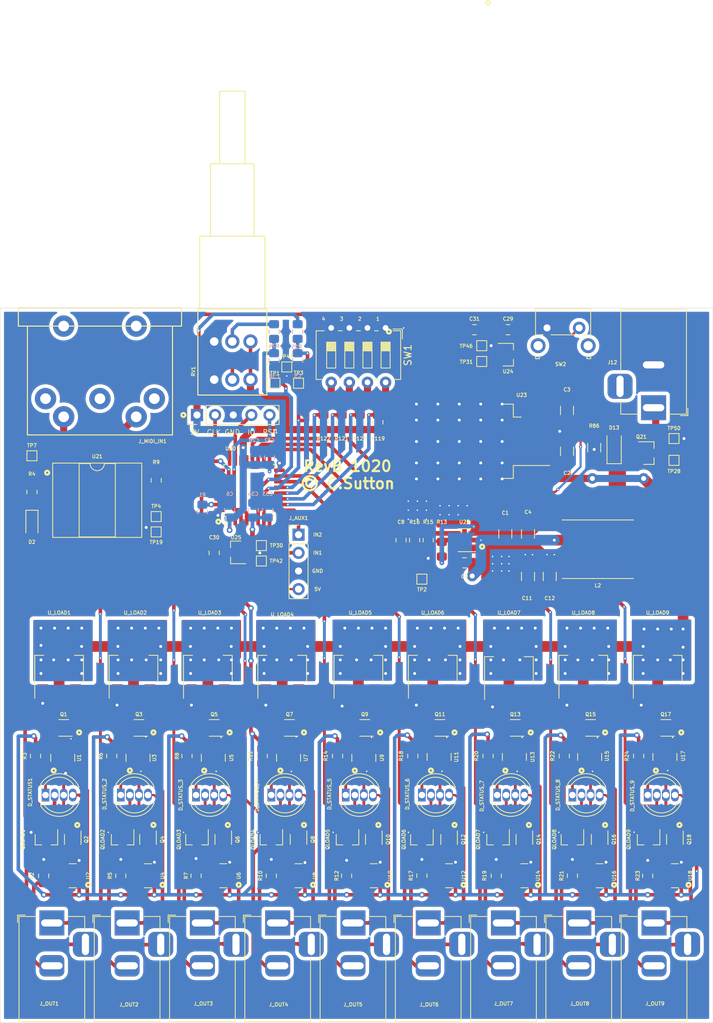
<source format=kicad_pcb>
(kicad_pcb (version 20171130) (host pcbnew "(5.1.5-0-10_14)")
  (title_block (rev C) (company "C Sutton"))
  (layers (0 F.Cu signal) (31 B.Cu signal) (34 B.Paste user) (35 F.Paste user) (36 B.SilkS user) (37 F.SilkS user) (38 B.Mask user) (39 F.Mask user) (44 Edge.Cuts user))
  (net 0 "")
  (net 1 GNDS)
  (net 2 +5V)
  (net 3 +3V3)
  (net 4 /ADC_IN0)
  (net 5 "Net-(D2-Pad2)")
  (net 6 "Net-(D2-Pad1)")
  (net 7 /NRST)
  (net 8 /SWDIO)
  (net 9 /SWCLK)
  (net 10 "Net-(J_MIDI_IN1-Pad4)")
  (net 11 +3.3VA)
  (net 12 /TIM1_CH3)
  (net 13 /TIM3_CH2)
  (net 14 /TIM3_CH1)
  (net 15 /TIM3_CH4)
  (net 16 /TIM3_CH3)
  (net 17 /TIM1_CH2)
  (net 18 /TIM1_CH1)
  (net 19 /TIM2_CH2)
  (net 20 /TIM2_CH1)
  (net 21 "Net-(R1-Pad1)")
  (net 22 /MIDI_RX)
  (net 23 "Net-(R74-Pad1)")
  (net 24 "Net-(D13-Pad2)")
  (net 25 /PowerSupply/VIN)
  (net 26 /PowerSupply/VIN_POL)
  (net 27 /CH1_PWR)
  (net 28 /CH2_PWR)
  (net 29 /ChannelStatusLED1/CH_LED3)
  (net 30 /ChannelStatusLED2/CH_LED3)
  (net 31 /CH3_PWR)
  (net 32 /ChannelStatusLED3/CH_LED3)
  (net 33 /CH4_PWR)
  (net 34 /ChannelStatusLED4/CH_LED3)
  (net 35 /CH5_PWR)
  (net 36 /ChannelStatusLED5/CH_LED3)
  (net 37 /CH6_PWR)
  (net 38 /ChannelStatusLED6/CH_LED3)
  (net 39 /CH7_PWR)
  (net 40 /ChannelStatusLED7/CH_LED3)
  (net 41 /CH8_PWR)
  (net 42 /ChannelStatusLED8/CH_LED3)
  (net 43 /CH9_PWR)
  (net 44 /ChannelStatusLED9/CH_LED3)
  (net 45 /ChannelNMOS1/CH_CATHODE)
  (net 46 /ChannelNMOS2/CH_CATHODE)
  (net 47 /ChannelNMOS3/CH_CATHODE)
  (net 48 /ChannelNMOS4/CH_CATHODE)
  (net 49 /ChannelNMOS5/CH_CATHODE)
  (net 50 /ChannelNMOS6/CH_CATHODE)
  (net 51 /ChannelNMOS7/CH_CATHODE)
  (net 52 /ChannelNMOS8/CH_CATHODE)
  (net 53 /ChannelNMOS9/CH_CATHODE)
  (net 54 /STATUS1_ANODE)
  (net 55 /STATUS2_ANODE)
  (net 56 /STATUS3_ANODE)
  (net 57 /STATUS4_ANODE)
  (net 58 /STATUS5_ANODE)
  (net 59 /STATUS6_ANODE)
  (net 60 /STATUS7_ANODE)
  (net 61 /STATUS8_ANODE)
  (net 62 /STATUS9_ANODE)
  (net 63 /ChannelStatusLED1/CH_DISABLE_SW)
  (net 64 /ChannelStatusLED2/CH_DISABLE_SW)
  (net 65 /ChannelStatusLED3/CH_DISABLE_SW)
  (net 66 /ChannelStatusLED4/CH_DISABLE_SW)
  (net 67 /ChannelStatusLED5/CH_DISABLE_SW)
  (net 68 /ChannelStatusLED6/CH_DISABLE_SW)
  (net 69 /ChannelStatusLED7/CH_DISABLE_SW)
  (net 70 /ChannelStatusLED8/CH_DISABLE_SW)
  (net 71 /ChannelStatusLED9/CH_DISABLE_SW)
  (net 72 /CONFIG1)
  (net 73 /CONFIG2)
  (net 74 /CONFIG3)
  (net 75 /CONFIG4)
  (net 76 /ADC_IN2)
  (net 77 /ADC_IN1)
  (net 78 "Net-(Q1-Pad2)")
  (net 79 "Net-(Q1-Pad5)")
  (net 80 "Net-(Q2-Pad2)")
  (net 81 "Net-(Q3-Pad2)")
  (net 82 "Net-(Q3-Pad5)")
  (net 83 "Net-(Q4-Pad2)")
  (net 84 "Net-(Q5-Pad2)")
  (net 85 "Net-(Q5-Pad5)")
  (net 86 "Net-(Q6-Pad2)")
  (net 87 "Net-(Q7-Pad2)")
  (net 88 "Net-(Q7-Pad5)")
  (net 89 "Net-(Q8-Pad2)")
  (net 90 "Net-(Q9-Pad2)")
  (net 91 "Net-(Q9-Pad5)")
  (net 92 VPP)
  (net 93 "Net-(C9-Pad2)")
  (net 94 "Net-(C9-Pad1)")
  (net 95 /PowerSupply/ENSW)
  (net 96 "Net-(C8-Pad2)")
  (net 97 /ChannelStatusLED1/CH_LED4)
  (net 98 /ChannelStatusLED1/CH_LED1)
  (net 99 /ChannelStatusLED2/CH_LED4)
  (net 100 /ChannelStatusLED2/CH_LED1)
  (net 101 /ChannelStatusLED3/CH_LED4)
  (net 102 /ChannelStatusLED3/CH_LED1)
  (net 103 /ChannelStatusLED4/CH_LED4)
  (net 104 /ChannelStatusLED4/CH_LED1)
  (net 105 /ChannelStatusLED5/CH_LED4)
  (net 106 /ChannelStatusLED5/CH_LED1)
  (net 107 /ChannelStatusLED6/CH_LED4)
  (net 108 /ChannelStatusLED6/CH_LED1)
  (net 109 /ChannelStatusLED7/CH_LED4)
  (net 110 /ChannelStatusLED7/CH_LED1)
  (net 111 /ChannelStatusLED8/CH_LED4)
  (net 112 /ChannelStatusLED8/CH_LED1)
  (net 113 /ChannelStatusLED9/CH_LED4)
  (net 114 /ChannelStatusLED9/CH_LED1)
  (net 115 "Net-(J_MIDI_IN1-Pad1)")
  (net 116 "Net-(J_MIDI_IN1-Pad3)")
  (net 117 "Net-(J_MIDI_IN1-Pad2)")
  (net 118 "Net-(Q1-Pad6)")
  (net 119 "Net-(Q1-Pad3)")
  (net 120 "Net-(Q2-Pad4)")
  (net 121 "Net-(Q2-Pad1)")
  (net 122 "Net-(Q3-Pad6)")
  (net 123 "Net-(Q3-Pad3)")
  (net 124 "Net-(Q4-Pad4)")
  (net 125 "Net-(Q4-Pad1)")
  (net 126 "Net-(Q5-Pad6)")
  (net 127 "Net-(Q5-Pad3)")
  (net 128 "Net-(Q6-Pad4)")
  (net 129 "Net-(Q6-Pad1)")
  (net 130 "Net-(Q7-Pad6)")
  (net 131 "Net-(Q7-Pad3)")
  (net 132 "Net-(Q8-Pad4)")
  (net 133 "Net-(Q8-Pad1)")
  (net 134 "Net-(Q9-Pad6)")
  (net 135 "Net-(Q9-Pad3)")
  (net 136 "Net-(Q10-Pad4)")
  (net 137 "Net-(Q10-Pad2)")
  (net 138 "Net-(Q10-Pad1)")
  (net 139 "Net-(Q11-Pad6)")
  (net 140 "Net-(Q11-Pad2)")
  (net 141 "Net-(Q11-Pad5)")
  (net 142 "Net-(Q11-Pad3)")
  (net 143 "Net-(Q12-Pad4)")
  (net 144 "Net-(Q12-Pad2)")
  (net 145 "Net-(Q12-Pad1)")
  (net 146 "Net-(Q13-Pad6)")
  (net 147 "Net-(Q13-Pad2)")
  (net 148 "Net-(Q13-Pad5)")
  (net 149 "Net-(Q13-Pad3)")
  (net 150 "Net-(Q14-Pad4)")
  (net 151 "Net-(Q14-Pad2)")
  (net 152 "Net-(Q14-Pad1)")
  (net 153 "Net-(Q15-Pad6)")
  (net 154 "Net-(Q15-Pad2)")
  (net 155 "Net-(Q15-Pad5)")
  (net 156 "Net-(Q15-Pad3)")
  (net 157 "Net-(Q16-Pad4)")
  (net 158 "Net-(Q16-Pad2)")
  (net 159 "Net-(Q16-Pad1)")
  (net 160 "Net-(Q17-Pad6)")
  (net 161 "Net-(Q17-Pad2)")
  (net 162 "Net-(Q17-Pad5)")
  (net 163 "Net-(Q17-Pad3)")
  (net 164 "Net-(Q18-Pad4)")
  (net 165 "Net-(Q18-Pad2)")
  (net 166 "Net-(Q18-Pad1)")
  (net 167 "Net-(U20-Pad29)")
  (net 168 "Net-(U20-Pad22)")
  (net 169 "Net-(U20-Pad21)")
  (net 170 "Net-(U20-Pad3)")
  (net 171 "Net-(U20-Pad2)")
  (net 172 "Net-(U21-Pad4)")
  (net 173 "Net-(U21-Pad7)")
  (net 174 "Net-(U21-Pad1)")
  (net 175 /ADC_IN3)
  (net 176 "Net-(R25-Pad1)")
  (module Button_Switch_THT:SW_DIP_SPSTx04_Slide_6.7x11.72mm_W7.62mm_P2.54mm_LowProfile (layer F.Cu) (at 147.32 46.228 270)
    (fp_text reference SW1 (at 3.81 -3.11 90) (layer F.SilkS))
    (fp_text value SW_DIP_x04)
    (pad 8 thru_hole oval (at 7.62 0 270) (size 1.6 1.6) (drill 0.8) (layers *.Cu *.Mask) (net 72 /CONFIG1))
    (pad 4 thru_hole oval (at 0 7.62 270) (size 1.6 1.6) (drill 0.8) (layers *.Cu *.Mask) (net 1 GNDS))
    (pad 7 thru_hole oval (at 7.62 2.54 270) (size 1.6 1.6) (drill 0.8) (layers *.Cu *.Mask) (net 73 /CONFIG2))
    (pad 3 thru_hole oval (at 0 5.08 270) (size 1.6 1.6) (drill 0.8) (layers *.Cu *.Mask) (net 1 GNDS))
    (pad 6 thru_hole oval (at 7.62 5.08 270) (size 1.6 1.6) (drill 0.8) (layers *.Cu *.Mask) (net 74 /CONFIG3))
    (pad 2 thru_hole oval (at 0 2.54 270) (size 1.6 1.6) (drill 0.8) (layers *.Cu *.Mask) (net 1 GNDS))
    (pad 5 thru_hole oval (at 7.62 7.62 270) (size 1.6 1.6) (drill 0.8) (layers *.Cu *.Mask) (net 75 /CONFIG4))
    (pad 1 thru_hole rect (at 0 0 270) (size 1.6 1.6) (drill 0.8) (layers *.Cu *.Mask) (net 1 GNDS))
  )
  (module Package_TO_SOT_SMD:TO-263-2 (layer F.Cu) (at 162.2552 62.103 180)
    (fp_text reference U23 (at -4.1148 6.477) (layer F.SilkS) (effects (font (size 0.5 0.5) (thickness 0.1))))
    (fp_text value L7805)
    (pad 2 smd rect (at 3.375 0 180) (size 9.4 10.8) (layers F.Cu F.Mask) (net 1 GNDS))
    (pad 3 smd rect (at -5.775 2.54 180) (size 4.6 1.1) (layers F.Cu F.Paste F.Mask) (net 2 +5V))
    (pad 1 smd rect (at -5.775 -2.54 180) (size 4.6 1.1) (layers F.Cu F.Paste F.Mask) (net 92 VPP))
  )
  (module TestPoint:TestPoint_Pad_1.0x1.0mm (layer F.Cu) (at 135.128 53.975)
    (fp_text reference TP3 (at 0 -1.448) (layer F.SilkS) (effects (font (size 0.5 0.5) (thickness 0.1))))
    (fp_text value TestPoint)
    (pad 1 smd rect (at 0 0) (size 1 1) (layers F.Cu F.Mask) (net 77 /ADC_IN1))
  )
  (module PTH901:PTH901 (layer F.Cu) (at 125.857 51.181 90)
    (fp_text reference RV1 (at -1.143 -5.461 90) (layer F.SilkS) (effects (font (size 0.5 0.5) (thickness 0.1))))
    (fp_text value PTH901)
    (pad 6 thru_hole circle (at -2.286 2.54 90) (size 2 2) (drill 1.2) (layers *.Cu *.Mask) (net 3 +3V3))
    (pad 5 thru_hole circle (at -2.286 0 90) (size 2 2) (drill 1.2) (layers *.Cu *.Mask) (net 176 "Net-(R25-Pad1)"))
    (pad 4 thru_hole circle (at -2.286 -2.54 90) (size 2 2) (drill 1.2) (layers *.Cu *.Mask) (net 1 GNDS))
    (pad 3 thru_hole circle (at 3.048 2.54 90) (size 2 2) (drill 1.2) (layers *.Cu *.Mask) (net 3 +3V3))
    (pad 2 thru_hole circle (at 3.048 0 90) (size 2 2) (drill 1.2) (layers *.Cu *.Mask) (net 23 "Net-(R74-Pad1)"))
    (pad 1 thru_hole circle (at 3.048 -2.54 90) (size 2 2) (drill 1.2) (layers *.Cu *.Mask) (net 1 GNDS))
  )
  (module Resistor_SMD:R_0805_2012Metric_Pad1.15x1.40mm_HandSolder (layer B.Cu) (at 135.001 46.736 270)
    (fp_text reference R25 (at 2.159 0.127) (layer B.SilkS) (effects (font (size 0.5 0.5) (thickness 0.1)) (justify mirror)))
    (fp_text value 100R)
    (pad 2 smd roundrect (at 1.025 0 270) (size 1.15 1.4) (layers B.Cu B.Paste B.Mask) (roundrect_rratio 0.217391) (net 77 /ADC_IN1))
    (pad 1 smd roundrect (at -1.025 0 270) (size 1.15 1.4) (layers B.Cu B.Paste B.Mask) (roundrect_rratio 0.217391) (net 176 "Net-(R25-Pad1)"))
  )
  (module Capacitor_SMD:C_0805_2012Metric_Pad1.15x1.40mm_HandSolder (layer B.Cu) (at 135.001 50.8 90)
    (fp_text reference C5 (at -2.159 0) (layer B.SilkS) (effects (font (size 0.5 0.5) (thickness 0.1)) (justify mirror)))
    (fp_text value 100pF)
    (pad 2 smd roundrect (at 1.025 0 90) (size 1.15 1.4) (layers B.Cu B.Paste B.Mask) (roundrect_rratio 0.217391) (net 77 /ADC_IN1))
    (pad 1 smd roundrect (at -1.025 0 90) (size 1.15 1.4) (layers B.Cu B.Paste B.Mask) (roundrect_rratio 0.217391) (net 1 GNDS))
  )
  (module Package_TO_SOT_SMD:SOT-23 (layer F.Cu) (at 184.15 117.856 270)
    (fp_text reference QLOAD9 (at 0 2.794 90) (layer F.SilkS) (effects (font (size 0.5 0.5) (thickness 0.1))))
    (fp_text value MMBT3904)
    (pad 3 smd rect (at 1 0 270) (size 0.9 0.8) (layers F.Cu F.Paste F.Mask) (net 53 /ChannelNMOS9/CH_CATHODE))
    (pad 2 smd rect (at -1 0.95 270) (size 0.9 0.8) (layers F.Cu F.Paste F.Mask) (net 1 GNDS))
    (pad 1 smd rect (at -1 -0.95 270) (size 0.9 0.8) (layers F.Cu F.Paste F.Mask) (net 12 /TIM1_CH3))
  )
  (module Package_TO_SOT_SMD:SOT-23 (layer F.Cu) (at 173.482 117.856 270)
    (fp_text reference QLOAD8 (at 0 2.54 90) (layer F.SilkS) (effects (font (size 0.5 0.5) (thickness 0.1))))
    (fp_text value MMBT3904)
    (pad 3 smd rect (at 1 0 270) (size 0.9 0.8) (layers F.Cu F.Paste F.Mask) (net 52 /ChannelNMOS8/CH_CATHODE))
    (pad 2 smd rect (at -1 0.95 270) (size 0.9 0.8) (layers F.Cu F.Paste F.Mask) (net 1 GNDS))
    (pad 1 smd rect (at -1 -0.95 270) (size 0.9 0.8) (layers F.Cu F.Paste F.Mask) (net 17 /TIM1_CH2))
  )
  (module Package_TO_SOT_SMD:SOT-23 (layer F.Cu) (at 163.068 117.856 270)
    (fp_text reference QLOAD7 (at 0 2.794 90) (layer F.SilkS) (effects (font (size 0.5 0.5) (thickness 0.1))))
    (fp_text value MMBT3904)
    (pad 3 smd rect (at 1 0 270) (size 0.9 0.8) (layers F.Cu F.Paste F.Mask) (net 51 /ChannelNMOS7/CH_CATHODE))
    (pad 2 smd rect (at -1 0.95 270) (size 0.9 0.8) (layers F.Cu F.Paste F.Mask) (net 1 GNDS))
    (pad 1 smd rect (at -1 -0.95 270) (size 0.9 0.8) (layers F.Cu F.Paste F.Mask) (net 18 /TIM1_CH1))
  )
  (module Package_TO_SOT_SMD:SOT-23 (layer F.Cu) (at 152.4 117.856 270)
    (fp_text reference QLOAD6 (at 0 2.54 90) (layer F.SilkS) (effects (font (size 0.5 0.5) (thickness 0.1))))
    (fp_text value MMBT3904)
    (pad 3 smd rect (at 1 0 270) (size 0.9 0.8) (layers F.Cu F.Paste F.Mask) (net 50 /ChannelNMOS6/CH_CATHODE))
    (pad 2 smd rect (at -1 0.95 270) (size 0.9 0.8) (layers F.Cu F.Paste F.Mask) (net 1 GNDS))
    (pad 1 smd rect (at -1 -0.95 270) (size 0.9 0.8) (layers F.Cu F.Paste F.Mask) (net 15 /TIM3_CH4))
  )
  (module Package_TO_SOT_SMD:SOT-23 (layer F.Cu) (at 141.986 117.856 270)
    (fp_text reference QLOAD5 (at 0 2.794 90) (layer F.SilkS) (effects (font (size 0.5 0.5) (thickness 0.1))))
    (fp_text value MMBT3904)
    (pad 3 smd rect (at 1 0 270) (size 0.9 0.8) (layers F.Cu F.Paste F.Mask) (net 49 /ChannelNMOS5/CH_CATHODE))
    (pad 2 smd rect (at -1 0.95 270) (size 0.9 0.8) (layers F.Cu F.Paste F.Mask) (net 1 GNDS))
    (pad 1 smd rect (at -1 -0.95 270) (size 0.9 0.8) (layers F.Cu F.Paste F.Mask) (net 16 /TIM3_CH3))
  )
  (module Package_TO_SOT_SMD:SOT-23 (layer F.Cu) (at 131.318 117.856 270)
    (fp_text reference QLOAD4 (at 0 2.54 90) (layer F.SilkS) (effects (font (size 0.5 0.5) (thickness 0.1))))
    (fp_text value MMBT3904)
    (pad 3 smd rect (at 1 0 270) (size 0.9 0.8) (layers F.Cu F.Paste F.Mask) (net 48 /ChannelNMOS4/CH_CATHODE))
    (pad 2 smd rect (at -1 0.95 270) (size 0.9 0.8) (layers F.Cu F.Paste F.Mask) (net 1 GNDS))
    (pad 1 smd rect (at -1 -0.95 270) (size 0.9 0.8) (layers F.Cu F.Paste F.Mask) (net 13 /TIM3_CH2))
  )
  (module Package_TO_SOT_SMD:SOT-23 (layer F.Cu) (at 120.904 117.856 270)
    (fp_text reference QLOAD3 (at 0 2.54 90) (layer F.SilkS) (effects (font (size 0.5 0.5) (thickness 0.1))))
    (fp_text value MMBT3904)
    (pad 3 smd rect (at 1 0 270) (size 0.9 0.8) (layers F.Cu F.Paste F.Mask) (net 47 /ChannelNMOS3/CH_CATHODE))
    (pad 2 smd rect (at -1 0.95 270) (size 0.9 0.8) (layers F.Cu F.Paste F.Mask) (net 1 GNDS))
    (pad 1 smd rect (at -1 -0.95 270) (size 0.9 0.8) (layers F.Cu F.Paste F.Mask) (net 14 /TIM3_CH1))
  )
  (module Package_TO_SOT_SMD:SOT-23 (layer F.Cu) (at 110.49 117.856 270)
    (fp_text reference QLOAD2 (at 0 2.794 90) (layer F.SilkS) (effects (font (size 0.5 0.5) (thickness 0.1))))
    (fp_text value MMBT3904)
    (pad 3 smd rect (at 1 0 270) (size 0.9 0.8) (layers F.Cu F.Paste F.Mask) (net 46 /ChannelNMOS2/CH_CATHODE))
    (pad 2 smd rect (at -1 0.95 270) (size 0.9 0.8) (layers F.Cu F.Paste F.Mask) (net 1 GNDS))
    (pad 1 smd rect (at -1 -0.95 270) (size 0.9 0.8) (layers F.Cu F.Paste F.Mask) (net 19 /TIM2_CH2))
  )
  (module Package_TO_SOT_SMD:SOT-23 (layer F.Cu) (at 99.822 117.856 270)
    (fp_text reference QLOAD1 (at 0 3.302 270) (layer F.SilkS) (effects (font (size 0.5 0.5) (thickness 0.1))))
    (fp_text value MMBT3904)
    (pad 3 smd rect (at 1 0 270) (size 0.9 0.8) (layers F.Cu F.Paste F.Mask) (net 45 /ChannelNMOS1/CH_CATHODE))
    (pad 2 smd rect (at -1 0.95 270) (size 0.9 0.8) (layers F.Cu F.Paste F.Mask) (net 1 GNDS))
    (pad 1 smd rect (at -1 -0.95 270) (size 0.9 0.8) (layers F.Cu F.Paste F.Mask) (net 20 /TIM2_CH1))
  )
  (module Resistor_SMD:R_Array_Convex_4x0603 (layer F.Cu) (at 187.833 122.936 180)
    (fp_text reference U18 (at -2.159 0 270) (layer F.SilkS) (effects (font (size 0.5 0.5) (thickness 0.1))))
    (fp_text value "RAx4_4 1K")
    (pad 5 smd rect (at 0.9 1.2 180) (size 0.8 0.5) (layers F.Cu F.Paste F.Mask) (net 166 "Net-(Q18-Pad1)"))
    (pad 6 smd rect (at 0.9 0.4 180) (size 0.8 0.4) (layers F.Cu F.Paste F.Mask) (net 165 "Net-(Q18-Pad2)"))
    (pad 8 smd rect (at 0.9 -1.2 180) (size 0.8 0.5) (layers F.Cu F.Paste F.Mask) (net 53 /ChannelNMOS9/CH_CATHODE))
    (pad 7 smd rect (at 0.9 -0.4 180) (size 0.8 0.4) (layers F.Cu F.Paste F.Mask) (net 164 "Net-(Q18-Pad4)"))
    (pad 4 smd rect (at -0.9 1.2 180) (size 0.8 0.5) (layers F.Cu F.Paste F.Mask) (net 1 GNDS))
    (pad 2 smd rect (at -0.9 -0.4 180) (size 0.8 0.4) (layers F.Cu F.Paste F.Mask) (net 2 +5V))
    (pad 3 smd rect (at -0.9 0.4 180) (size 0.8 0.4) (layers F.Cu F.Paste F.Mask) (net 71 /ChannelStatusLED9/CH_DISABLE_SW))
    (pad 1 smd rect (at -0.9 -1.2 180) (size 0.8 0.5) (layers F.Cu F.Paste F.Mask) (net 2 +5V))
  )
  (module Resistor_SMD:R_Array_Convex_4x0603 (layer F.Cu) (at 177.292 122.936 180)
    (fp_text reference U16 (at -2.032 0 90) (layer F.SilkS) (effects (font (size 0.5 0.5) (thickness 0.1))))
    (fp_text value "RAx4_4 1K")
    (pad 5 smd rect (at 0.9 1.2 180) (size 0.8 0.5) (layers F.Cu F.Paste F.Mask) (net 159 "Net-(Q16-Pad1)"))
    (pad 6 smd rect (at 0.9 0.4 180) (size 0.8 0.4) (layers F.Cu F.Paste F.Mask) (net 158 "Net-(Q16-Pad2)"))
    (pad 8 smd rect (at 0.9 -1.2 180) (size 0.8 0.5) (layers F.Cu F.Paste F.Mask) (net 52 /ChannelNMOS8/CH_CATHODE))
    (pad 7 smd rect (at 0.9 -0.4 180) (size 0.8 0.4) (layers F.Cu F.Paste F.Mask) (net 157 "Net-(Q16-Pad4)"))
    (pad 4 smd rect (at -0.9 1.2 180) (size 0.8 0.5) (layers F.Cu F.Paste F.Mask) (net 1 GNDS))
    (pad 2 smd rect (at -0.9 -0.4 180) (size 0.8 0.4) (layers F.Cu F.Paste F.Mask) (net 2 +5V))
    (pad 3 smd rect (at -0.9 0.4 180) (size 0.8 0.4) (layers F.Cu F.Paste F.Mask) (net 70 /ChannelStatusLED8/CH_DISABLE_SW))
    (pad 1 smd rect (at -0.9 -1.2 180) (size 0.8 0.5) (layers F.Cu F.Paste F.Mask) (net 2 +5V))
  )
  (module Resistor_SMD:R_Array_Convex_4x0603 (layer F.Cu) (at 166.751 122.936 180)
    (fp_text reference U14 (at -1.905 0 270) (layer F.SilkS) (effects (font (size 0.5 0.5) (thickness 0.1))))
    (fp_text value "RAx4_4 1K")
    (pad 5 smd rect (at 0.9 1.2 180) (size 0.8 0.5) (layers F.Cu F.Paste F.Mask) (net 152 "Net-(Q14-Pad1)"))
    (pad 6 smd rect (at 0.9 0.4 180) (size 0.8 0.4) (layers F.Cu F.Paste F.Mask) (net 151 "Net-(Q14-Pad2)"))
    (pad 8 smd rect (at 0.9 -1.2 180) (size 0.8 0.5) (layers F.Cu F.Paste F.Mask) (net 51 /ChannelNMOS7/CH_CATHODE))
    (pad 7 smd rect (at 0.9 -0.4 180) (size 0.8 0.4) (layers F.Cu F.Paste F.Mask) (net 150 "Net-(Q14-Pad4)"))
    (pad 4 smd rect (at -0.9 1.2 180) (size 0.8 0.5) (layers F.Cu F.Paste F.Mask) (net 1 GNDS))
    (pad 2 smd rect (at -0.9 -0.4 180) (size 0.8 0.4) (layers F.Cu F.Paste F.Mask) (net 2 +5V))
    (pad 3 smd rect (at -0.9 0.4 180) (size 0.8 0.4) (layers F.Cu F.Paste F.Mask) (net 69 /ChannelStatusLED7/CH_DISABLE_SW))
    (pad 1 smd rect (at -0.9 -1.2 180) (size 0.8 0.5) (layers F.Cu F.Paste F.Mask) (net 2 +5V))
  )
  (module Resistor_SMD:R_Array_Convex_4x0603 (layer F.Cu) (at 156.21 122.936 180)
    (fp_text reference U12 (at -2.032 0 270) (layer F.SilkS) (effects (font (size 0.5 0.5) (thickness 0.1))))
    (fp_text value "RAx4_4 1K")
    (pad 5 smd rect (at 0.9 1.2 180) (size 0.8 0.5) (layers F.Cu F.Paste F.Mask) (net 145 "Net-(Q12-Pad1)"))
    (pad 6 smd rect (at 0.9 0.4 180) (size 0.8 0.4) (layers F.Cu F.Paste F.Mask) (net 144 "Net-(Q12-Pad2)"))
    (pad 8 smd rect (at 0.9 -1.2 180) (size 0.8 0.5) (layers F.Cu F.Paste F.Mask) (net 50 /ChannelNMOS6/CH_CATHODE))
    (pad 7 smd rect (at 0.9 -0.4 180) (size 0.8 0.4) (layers F.Cu F.Paste F.Mask) (net 143 "Net-(Q12-Pad4)"))
    (pad 4 smd rect (at -0.9 1.2 180) (size 0.8 0.5) (layers F.Cu F.Paste F.Mask) (net 1 GNDS))
    (pad 2 smd rect (at -0.9 -0.4 180) (size 0.8 0.4) (layers F.Cu F.Paste F.Mask) (net 2 +5V))
    (pad 3 smd rect (at -0.9 0.4 180) (size 0.8 0.4) (layers F.Cu F.Paste F.Mask) (net 68 /ChannelStatusLED6/CH_DISABLE_SW))
    (pad 1 smd rect (at -0.9 -1.2 180) (size 0.8 0.5) (layers F.Cu F.Paste F.Mask) (net 2 +5V))
  )
  (module Resistor_SMD:R_Array_Convex_4x0603 (layer F.Cu) (at 145.669 122.936 180)
    (fp_text reference U10 (at -2.286 0 270) (layer F.SilkS) (effects (font (size 0.5 0.5) (thickness 0.1))))
    (fp_text value "RAx4_4 1K")
    (pad 5 smd rect (at 0.9 1.2 180) (size 0.8 0.5) (layers F.Cu F.Paste F.Mask) (net 138 "Net-(Q10-Pad1)"))
    (pad 6 smd rect (at 0.9 0.4 180) (size 0.8 0.4) (layers F.Cu F.Paste F.Mask) (net 137 "Net-(Q10-Pad2)"))
    (pad 8 smd rect (at 0.9 -1.2 180) (size 0.8 0.5) (layers F.Cu F.Paste F.Mask) (net 49 /ChannelNMOS5/CH_CATHODE))
    (pad 7 smd rect (at 0.9 -0.4 180) (size 0.8 0.4) (layers F.Cu F.Paste F.Mask) (net 136 "Net-(Q10-Pad4)"))
    (pad 4 smd rect (at -0.9 1.2 180) (size 0.8 0.5) (layers F.Cu F.Paste F.Mask) (net 1 GNDS))
    (pad 2 smd rect (at -0.9 -0.4 180) (size 0.8 0.4) (layers F.Cu F.Paste F.Mask) (net 2 +5V))
    (pad 3 smd rect (at -0.9 0.4 180) (size 0.8 0.4) (layers F.Cu F.Paste F.Mask) (net 67 /ChannelStatusLED5/CH_DISABLE_SW))
    (pad 1 smd rect (at -0.9 -1.2 180) (size 0.8 0.5) (layers F.Cu F.Paste F.Mask) (net 2 +5V))
  )
  (module Resistor_SMD:R_Array_Convex_4x0603 (layer F.Cu) (at 135.128 122.936 180)
    (fp_text reference U8 (at -2.286 0 90) (layer F.SilkS) (effects (font (size 0.5 0.5) (thickness 0.1))))
    (fp_text value "RAx4_4 1K")
    (pad 5 smd rect (at 0.9 1.2 180) (size 0.8 0.5) (layers F.Cu F.Paste F.Mask) (net 133 "Net-(Q8-Pad1)"))
    (pad 6 smd rect (at 0.9 0.4 180) (size 0.8 0.4) (layers F.Cu F.Paste F.Mask) (net 89 "Net-(Q8-Pad2)"))
    (pad 8 smd rect (at 0.9 -1.2 180) (size 0.8 0.5) (layers F.Cu F.Paste F.Mask) (net 48 /ChannelNMOS4/CH_CATHODE))
    (pad 7 smd rect (at 0.9 -0.4 180) (size 0.8 0.4) (layers F.Cu F.Paste F.Mask) (net 132 "Net-(Q8-Pad4)"))
    (pad 4 smd rect (at -0.9 1.2 180) (size 0.8 0.5) (layers F.Cu F.Paste F.Mask) (net 1 GNDS))
    (pad 2 smd rect (at -0.9 -0.4 180) (size 0.8 0.4) (layers F.Cu F.Paste F.Mask) (net 2 +5V))
    (pad 3 smd rect (at -0.9 0.4 180) (size 0.8 0.4) (layers F.Cu F.Paste F.Mask) (net 66 /ChannelStatusLED4/CH_DISABLE_SW))
    (pad 1 smd rect (at -0.9 -1.2 180) (size 0.8 0.5) (layers F.Cu F.Paste F.Mask) (net 2 +5V))
  )
  (module Resistor_SMD:R_Array_Convex_4x0603 (layer F.Cu) (at 124.587 122.936 180)
    (fp_text reference U6 (at -2.159 0 90) (layer F.SilkS) (effects (font (size 0.5 0.5) (thickness 0.1))))
    (fp_text value "RAx4_4 1K")
    (pad 5 smd rect (at 0.9 1.2 180) (size 0.8 0.5) (layers F.Cu F.Paste F.Mask) (net 129 "Net-(Q6-Pad1)"))
    (pad 6 smd rect (at 0.9 0.4 180) (size 0.8 0.4) (layers F.Cu F.Paste F.Mask) (net 86 "Net-(Q6-Pad2)"))
    (pad 8 smd rect (at 0.9 -1.2 180) (size 0.8 0.5) (layers F.Cu F.Paste F.Mask) (net 47 /ChannelNMOS3/CH_CATHODE))
    (pad 7 smd rect (at 0.9 -0.4 180) (size 0.8 0.4) (layers F.Cu F.Paste F.Mask) (net 128 "Net-(Q6-Pad4)"))
    (pad 4 smd rect (at -0.9 1.2 180) (size 0.8 0.5) (layers F.Cu F.Paste F.Mask) (net 1 GNDS))
    (pad 2 smd rect (at -0.9 -0.4 180) (size 0.8 0.4) (layers F.Cu F.Paste F.Mask) (net 2 +5V))
    (pad 3 smd rect (at -0.9 0.4 180) (size 0.8 0.4) (layers F.Cu F.Paste F.Mask) (net 65 /ChannelStatusLED3/CH_DISABLE_SW))
    (pad 1 smd rect (at -0.9 -1.2 180) (size 0.8 0.5) (layers F.Cu F.Paste F.Mask) (net 2 +5V))
  )
  (module Resistor_SMD:R_Array_Convex_4x0603 (layer F.Cu) (at 114.046 122.936 180)
    (fp_text reference U4 (at -2.032 0 90) (layer F.SilkS) (effects (font (size 0.5 0.5) (thickness 0.1))))
    (fp_text value "RAx4_4 1K")
    (pad 5 smd rect (at 0.9 1.2 180) (size 0.8 0.5) (layers F.Cu F.Paste F.Mask) (net 125 "Net-(Q4-Pad1)"))
    (pad 6 smd rect (at 0.9 0.4 180) (size 0.8 0.4) (layers F.Cu F.Paste F.Mask) (net 83 "Net-(Q4-Pad2)"))
    (pad 8 smd rect (at 0.9 -1.2 180) (size 0.8 0.5) (layers F.Cu F.Paste F.Mask) (net 46 /ChannelNMOS2/CH_CATHODE))
    (pad 7 smd rect (at 0.9 -0.4 180) (size 0.8 0.4) (layers F.Cu F.Paste F.Mask) (net 124 "Net-(Q4-Pad4)"))
    (pad 4 smd rect (at -0.9 1.2 180) (size 0.8 0.5) (layers F.Cu F.Paste F.Mask) (net 1 GNDS))
    (pad 2 smd rect (at -0.9 -0.4 180) (size 0.8 0.4) (layers F.Cu F.Paste F.Mask) (net 2 +5V))
    (pad 3 smd rect (at -0.9 0.4 180) (size 0.8 0.4) (layers F.Cu F.Paste F.Mask) (net 64 /ChannelStatusLED2/CH_DISABLE_SW))
    (pad 1 smd rect (at -0.9 -1.2 180) (size 0.8 0.5) (layers F.Cu F.Paste F.Mask) (net 2 +5V))
  )
  (module Resistor_SMD:R_Array_Convex_4x0603 (layer F.Cu) (at 103.505 122.936 180)
    (fp_text reference U2 (at -2.159 0 90) (layer F.SilkS) (effects (font (size 0.5 0.5) (thickness 0.1))))
    (fp_text value "RAx4_4 1K")
    (pad 5 smd rect (at 0.9 1.2 180) (size 0.8 0.5) (layers F.Cu F.Paste F.Mask) (net 121 "Net-(Q2-Pad1)"))
    (pad 6 smd rect (at 0.9 0.4 180) (size 0.8 0.4) (layers F.Cu F.Paste F.Mask) (net 80 "Net-(Q2-Pad2)"))
    (pad 8 smd rect (at 0.9 -1.2 180) (size 0.8 0.5) (layers F.Cu F.Paste F.Mask) (net 45 /ChannelNMOS1/CH_CATHODE))
    (pad 7 smd rect (at 0.9 -0.4 180) (size 0.8 0.4) (layers F.Cu F.Paste F.Mask) (net 120 "Net-(Q2-Pad4)"))
    (pad 4 smd rect (at -0.9 1.2 180) (size 0.8 0.5) (layers F.Cu F.Paste F.Mask) (net 1 GNDS))
    (pad 2 smd rect (at -0.9 -0.4 180) (size 0.8 0.4) (layers F.Cu F.Paste F.Mask) (net 2 +5V))
    (pad 3 smd rect (at -0.9 0.4 180) (size 0.8 0.4) (layers F.Cu F.Paste F.Mask) (net 63 /ChannelStatusLED1/CH_DISABLE_SW))
    (pad 1 smd rect (at -0.9 -1.2 180) (size 0.8 0.5) (layers F.Cu F.Paste F.Mask) (net 2 +5V))
  )
  (module Package_TO_SOT_SMD:SOT-223-3_TabPin2 (layer F.Cu) (at 101.6 93.98 90)
    (fp_text reference U_LOAD1 (at 7.874 0 180) (layer F.SilkS) (effects (font (size 0.5 0.5) (thickness 0.1))))
    (fp_text value NCV8450)
    (pad 1 smd rect (at -3.15 -2.3 90) (size 2 1.5) (layers F.Cu F.Paste F.Mask) (net 1 GNDS))
    (pad 3 smd rect (at -3.15 2.3 90) (size 2 1.5) (layers F.Cu F.Paste F.Mask) (net 27 /CH1_PWR))
    (pad 2 smd rect (at -3.15 0 90) (size 2 1.5) (layers F.Cu F.Paste F.Mask) (net 92 VPP))
    (pad 2 smd rect (at 3.15 0 90) (size 2 3.8) (layers F.Cu F.Paste F.Mask) (net 92 VPP))
  )
  (module Package_TO_SOT_SMD:SOT-223-3_TabPin2 (layer F.Cu) (at 185.42 93.98 90)
    (fp_text reference U_LOAD9 (at 7.874 0 180) (layer F.SilkS) (effects (font (size 0.5 0.5) (thickness 0.1))))
    (fp_text value NCV8450)
    (pad 1 smd rect (at -3.15 -2.3 90) (size 2 1.5) (layers F.Cu F.Paste F.Mask) (net 1 GNDS))
    (pad 3 smd rect (at -3.15 2.3 90) (size 2 1.5) (layers F.Cu F.Paste F.Mask) (net 43 /CH9_PWR))
    (pad 2 smd rect (at -3.15 0 90) (size 2 1.5) (layers F.Cu F.Paste F.Mask) (net 92 VPP))
    (pad 2 smd rect (at 3.15 0 90) (size 2 3.8) (layers F.Cu F.Paste F.Mask) (net 92 VPP))
  )
  (module Package_TO_SOT_SMD:SOT-223-3_TabPin2 (layer F.Cu) (at 175.006 93.98 90)
    (fp_text reference U_LOAD8 (at 7.874 0 180) (layer F.SilkS) (effects (font (size 0.5 0.5) (thickness 0.1))))
    (fp_text value NCV8450)
    (pad 1 smd rect (at -3.15 -2.3 90) (size 2 1.5) (layers F.Cu F.Paste F.Mask) (net 1 GNDS))
    (pad 3 smd rect (at -3.15 2.3 90) (size 2 1.5) (layers F.Cu F.Paste F.Mask) (net 41 /CH8_PWR))
    (pad 2 smd rect (at -3.15 0 90) (size 2 1.5) (layers F.Cu F.Paste F.Mask) (net 92 VPP))
    (pad 2 smd rect (at 3.15 0 90) (size 2 3.8) (layers F.Cu F.Paste F.Mask) (net 92 VPP))
  )
  (module Package_TO_SOT_SMD:SOT-223-3_TabPin2 (layer F.Cu) (at 164.592 94.173 90)
    (fp_text reference U_LOAD7 (at 8.067 0 180) (layer F.SilkS) (effects (font (size 0.5 0.5) (thickness 0.1))))
    (fp_text value NCV8450)
    (pad 1 smd rect (at -3.15 -2.3 90) (size 2 1.5) (layers F.Cu F.Paste F.Mask) (net 1 GNDS))
    (pad 3 smd rect (at -3.15 2.3 90) (size 2 1.5) (layers F.Cu F.Paste F.Mask) (net 39 /CH7_PWR))
    (pad 2 smd rect (at -3.15 0 90) (size 2 1.5) (layers F.Cu F.Paste F.Mask) (net 92 VPP))
    (pad 2 smd rect (at 3.15 0 90) (size 2 3.8) (layers F.Cu F.Paste F.Mask) (net 92 VPP))
  )
  (module Package_TO_SOT_SMD:SOT-223-3_TabPin2 (layer F.Cu) (at 153.924 93.98 90)
    (fp_text reference U_LOAD6 (at 7.874 0 180) (layer F.SilkS) (effects (font (size 0.5 0.5) (thickness 0.1))))
    (fp_text value NCV8450)
    (pad 1 smd rect (at -3.15 -2.3 90) (size 2 1.5) (layers F.Cu F.Paste F.Mask) (net 1 GNDS))
    (pad 3 smd rect (at -3.15 2.3 90) (size 2 1.5) (layers F.Cu F.Paste F.Mask) (net 37 /CH6_PWR))
    (pad 2 smd rect (at -3.15 0 90) (size 2 1.5) (layers F.Cu F.Paste F.Mask) (net 92 VPP))
    (pad 2 smd rect (at 3.15 0 90) (size 2 3.8) (layers F.Cu F.Paste F.Mask) (net 92 VPP))
  )
  (module Package_TO_SOT_SMD:SOT-223-3_TabPin2 (layer F.Cu) (at 143.51 93.98 90)
    (fp_text reference U_LOAD5 (at 7.874 0.254 180) (layer F.SilkS) (effects (font (size 0.5 0.5) (thickness 0.1))))
    (fp_text value NCV8450)
    (pad 1 smd rect (at -3.15 -2.3 90) (size 2 1.5) (layers F.Cu F.Paste F.Mask) (net 1 GNDS))
    (pad 3 smd rect (at -3.15 2.3 90) (size 2 1.5) (layers F.Cu F.Paste F.Mask) (net 35 /CH5_PWR))
    (pad 2 smd rect (at -3.15 0 90) (size 2 1.5) (layers F.Cu F.Paste F.Mask) (net 92 VPP))
    (pad 2 smd rect (at 3.15 0 90) (size 2 3.8) (layers F.Cu F.Paste F.Mask) (net 92 VPP))
  )
  (module Package_TO_SOT_SMD:SOT-223-3_TabPin2 (layer F.Cu) (at 132.842 93.98 90)
    (fp_text reference U_LOAD4 (at 7.62 0 180) (layer F.SilkS) (effects (font (size 0.5 0.5) (thickness 0.1))))
    (fp_text value NCV8450)
    (pad 1 smd rect (at -3.15 -2.3 90) (size 2 1.5) (layers F.Cu F.Paste F.Mask) (net 1 GNDS))
    (pad 3 smd rect (at -3.15 2.3 90) (size 2 1.5) (layers F.Cu F.Paste F.Mask) (net 33 /CH4_PWR))
    (pad 2 smd rect (at -3.15 0 90) (size 2 1.5) (layers F.Cu F.Paste F.Mask) (net 92 VPP))
    (pad 2 smd rect (at 3.15 0 90) (size 2 3.8) (layers F.Cu F.Paste F.Mask) (net 92 VPP))
  )
  (module Package_TO_SOT_SMD:SOT-223-3_TabPin2 (layer F.Cu) (at 122.428 93.98 90)
    (fp_text reference U_LOAD3 (at 7.874 0.254 180) (layer F.SilkS) (effects (font (size 0.5 0.5) (thickness 0.1))))
    (fp_text value NCV8450)
    (pad 1 smd rect (at -3.15 -2.3 90) (size 2 1.5) (layers F.Cu F.Paste F.Mask) (net 1 GNDS))
    (pad 3 smd rect (at -3.15 2.3 90) (size 2 1.5) (layers F.Cu F.Paste F.Mask) (net 31 /CH3_PWR))
    (pad 2 smd rect (at -3.15 0 90) (size 2 1.5) (layers F.Cu F.Paste F.Mask) (net 92 VPP))
    (pad 2 smd rect (at 3.15 0 90) (size 2 3.8) (layers F.Cu F.Paste F.Mask) (net 92 VPP))
  )
  (module Package_TO_SOT_SMD:SOT-223-3_TabPin2 (layer F.Cu) (at 112.014 93.98 90)
    (fp_text reference U_LOAD2 (at 7.874 0.254 180) (layer F.SilkS) (effects (font (size 0.5 0.5) (thickness 0.1))))
    (fp_text value NCV8450)
    (pad 1 smd rect (at -3.15 -2.3 90) (size 2 1.5) (layers F.Cu F.Paste F.Mask) (net 1 GNDS))
    (pad 3 smd rect (at -3.15 2.3 90) (size 2 1.5) (layers F.Cu F.Paste F.Mask) (net 28 /CH2_PWR))
    (pad 2 smd rect (at -3.15 0 90) (size 2 1.5) (layers F.Cu F.Paste F.Mask) (net 92 VPP))
    (pad 2 smd rect (at 3.15 0 90) (size 2 3.8) (layers F.Cu F.Paste F.Mask) (net 92 VPP))
  )
  (module Resistor_SMD:R_Array_Convex_4x0603 (layer F.Cu) (at 186.436 106.299 90)
    (fp_text reference U17 (at 0.127 2.54 90) (layer F.SilkS) (effects (font (size 0.5 0.5) (thickness 0.1))))
    (fp_text value "RAx4_4 1K")
    (pad 5 smd rect (at 0.9 1.2 90) (size 0.8 0.5) (layers F.Cu F.Paste F.Mask) (net 161 "Net-(Q17-Pad2)"))
    (pad 6 smd rect (at 0.9 0.4 90) (size 0.8 0.4) (layers F.Cu F.Paste F.Mask) (net 163 "Net-(Q17-Pad3)"))
    (pad 8 smd rect (at 0.9 -1.2 90) (size 0.8 0.5) (layers F.Cu F.Paste F.Mask) (net 162 "Net-(Q17-Pad5)"))
    (pad 7 smd rect (at 0.9 -0.4 90) (size 0.8 0.4) (layers F.Cu F.Paste F.Mask) (net 160 "Net-(Q17-Pad6)"))
    (pad 4 smd rect (at -0.9 1.2 90) (size 0.8 0.5) (layers F.Cu F.Paste F.Mask) (net 43 /CH9_PWR))
    (pad 2 smd rect (at -0.9 -0.4 90) (size 0.8 0.4) (layers F.Cu F.Paste F.Mask) (net 44 /ChannelStatusLED9/CH_LED3))
    (pad 3 smd rect (at -0.9 0.4 90) (size 0.8 0.4) (layers F.Cu F.Paste F.Mask) (net 1 GNDS))
    (pad 1 smd rect (at -0.9 -1.2 90) (size 0.8 0.5) (layers F.Cu F.Paste F.Mask) (net 43 /CH9_PWR))
  )
  (module Resistor_SMD:R_Array_Convex_4x0603 (layer F.Cu) (at 175.895 106.299 90)
    (fp_text reference U15 (at 0.127 2.413 90) (layer F.SilkS) (effects (font (size 0.5 0.5) (thickness 0.1))))
    (fp_text value "RAx4_4 1K")
    (pad 5 smd rect (at 0.9 1.2 90) (size 0.8 0.5) (layers F.Cu F.Paste F.Mask) (net 154 "Net-(Q15-Pad2)"))
    (pad 6 smd rect (at 0.9 0.4 90) (size 0.8 0.4) (layers F.Cu F.Paste F.Mask) (net 156 "Net-(Q15-Pad3)"))
    (pad 8 smd rect (at 0.9 -1.2 90) (size 0.8 0.5) (layers F.Cu F.Paste F.Mask) (net 155 "Net-(Q15-Pad5)"))
    (pad 7 smd rect (at 0.9 -0.4 90) (size 0.8 0.4) (layers F.Cu F.Paste F.Mask) (net 153 "Net-(Q15-Pad6)"))
    (pad 4 smd rect (at -0.9 1.2 90) (size 0.8 0.5) (layers F.Cu F.Paste F.Mask) (net 41 /CH8_PWR))
    (pad 2 smd rect (at -0.9 -0.4 90) (size 0.8 0.4) (layers F.Cu F.Paste F.Mask) (net 42 /ChannelStatusLED8/CH_LED3))
    (pad 3 smd rect (at -0.9 0.4 90) (size 0.8 0.4) (layers F.Cu F.Paste F.Mask) (net 1 GNDS))
    (pad 1 smd rect (at -0.9 -1.2 90) (size 0.8 0.5) (layers F.Cu F.Paste F.Mask) (net 41 /CH8_PWR))
  )
  (module Resistor_SMD:R_Array_Convex_4x0603 (layer F.Cu) (at 165.354 106.299 90)
    (fp_text reference U13 (at 0 2.54 90) (layer F.SilkS) (effects (font (size 0.5 0.5) (thickness 0.1))))
    (fp_text value "RAx4_4 1K")
    (pad 5 smd rect (at 0.9 1.2 90) (size 0.8 0.5) (layers F.Cu F.Paste F.Mask) (net 147 "Net-(Q13-Pad2)"))
    (pad 6 smd rect (at 0.9 0.4 90) (size 0.8 0.4) (layers F.Cu F.Paste F.Mask) (net 149 "Net-(Q13-Pad3)"))
    (pad 8 smd rect (at 0.9 -1.2 90) (size 0.8 0.5) (layers F.Cu F.Paste F.Mask) (net 148 "Net-(Q13-Pad5)"))
    (pad 7 smd rect (at 0.9 -0.4 90) (size 0.8 0.4) (layers F.Cu F.Paste F.Mask) (net 146 "Net-(Q13-Pad6)"))
    (pad 4 smd rect (at -0.9 1.2 90) (size 0.8 0.5) (layers F.Cu F.Paste F.Mask) (net 39 /CH7_PWR))
    (pad 2 smd rect (at -0.9 -0.4 90) (size 0.8 0.4) (layers F.Cu F.Paste F.Mask) (net 40 /ChannelStatusLED7/CH_LED3))
    (pad 3 smd rect (at -0.9 0.4 90) (size 0.8 0.4) (layers F.Cu F.Paste F.Mask) (net 1 GNDS))
    (pad 1 smd rect (at -0.9 -1.2 90) (size 0.8 0.5) (layers F.Cu F.Paste F.Mask) (net 39 /CH7_PWR))
  )
  (module Resistor_SMD:R_Array_Convex_4x0603 (layer F.Cu) (at 154.813 106.299 90)
    (fp_text reference U11 (at 0 2.413 90) (layer F.SilkS) (effects (font (size 0.5 0.5) (thickness 0.1))))
    (fp_text value "RAx4_4 1K")
    (pad 5 smd rect (at 0.9 1.2 90) (size 0.8 0.5) (layers F.Cu F.Paste F.Mask) (net 140 "Net-(Q11-Pad2)"))
    (pad 6 smd rect (at 0.9 0.4 90) (size 0.8 0.4) (layers F.Cu F.Paste F.Mask) (net 142 "Net-(Q11-Pad3)"))
    (pad 8 smd rect (at 0.9 -1.2 90) (size 0.8 0.5) (layers F.Cu F.Paste F.Mask) (net 141 "Net-(Q11-Pad5)"))
    (pad 7 smd rect (at 0.9 -0.4 90) (size 0.8 0.4) (layers F.Cu F.Paste F.Mask) (net 139 "Net-(Q11-Pad6)"))
    (pad 4 smd rect (at -0.9 1.2 90) (size 0.8 0.5) (layers F.Cu F.Paste F.Mask) (net 37 /CH6_PWR))
    (pad 2 smd rect (at -0.9 -0.4 90) (size 0.8 0.4) (layers F.Cu F.Paste F.Mask) (net 38 /ChannelStatusLED6/CH_LED3))
    (pad 3 smd rect (at -0.9 0.4 90) (size 0.8 0.4) (layers F.Cu F.Paste F.Mask) (net 1 GNDS))
    (pad 1 smd rect (at -0.9 -1.2 90) (size 0.8 0.5) (layers F.Cu F.Paste F.Mask) (net 37 /CH6_PWR))
  )
  (module Resistor_SMD:R_Array_Convex_4x0603 (layer F.Cu) (at 144.272 106.426 90)
    (fp_text reference U9 (at 0 2.54 90) (layer F.SilkS) (effects (font (size 0.5 0.5) (thickness 0.1))))
    (fp_text value "RAx4_4 1K")
    (pad 5 smd rect (at 0.9 1.2 90) (size 0.8 0.5) (layers F.Cu F.Paste F.Mask) (net 90 "Net-(Q9-Pad2)"))
    (pad 6 smd rect (at 0.9 0.4 90) (size 0.8 0.4) (layers F.Cu F.Paste F.Mask) (net 135 "Net-(Q9-Pad3)"))
    (pad 8 smd rect (at 0.9 -1.2 90) (size 0.8 0.5) (layers F.Cu F.Paste F.Mask) (net 91 "Net-(Q9-Pad5)"))
    (pad 7 smd rect (at 0.9 -0.4 90) (size 0.8 0.4) (layers F.Cu F.Paste F.Mask) (net 134 "Net-(Q9-Pad6)"))
    (pad 4 smd rect (at -0.9 1.2 90) (size 0.8 0.5) (layers F.Cu F.Paste F.Mask) (net 35 /CH5_PWR))
    (pad 2 smd rect (at -0.9 -0.4 90) (size 0.8 0.4) (layers F.Cu F.Paste F.Mask) (net 36 /ChannelStatusLED5/CH_LED3))
    (pad 3 smd rect (at -0.9 0.4 90) (size 0.8 0.4) (layers F.Cu F.Paste F.Mask) (net 1 GNDS))
    (pad 1 smd rect (at -0.9 -1.2 90) (size 0.8 0.5) (layers F.Cu F.Paste F.Mask) (net 35 /CH5_PWR))
  )
  (module Resistor_SMD:R_Array_Convex_4x0603 (layer F.Cu) (at 133.731 106.426 90)
    (fp_text reference U7 (at 0 2.413 90) (layer F.SilkS) (effects (font (size 0.5 0.5) (thickness 0.1))))
    (fp_text value "RAx4_4 1K")
    (pad 5 smd rect (at 0.9 1.2 90) (size 0.8 0.5) (layers F.Cu F.Paste F.Mask) (net 87 "Net-(Q7-Pad2)"))
    (pad 6 smd rect (at 0.9 0.4 90) (size 0.8 0.4) (layers F.Cu F.Paste F.Mask) (net 131 "Net-(Q7-Pad3)"))
    (pad 8 smd rect (at 0.9 -1.2 90) (size 0.8 0.5) (layers F.Cu F.Paste F.Mask) (net 88 "Net-(Q7-Pad5)"))
    (pad 7 smd rect (at 0.9 -0.4 90) (size 0.8 0.4) (layers F.Cu F.Paste F.Mask) (net 130 "Net-(Q7-Pad6)"))
    (pad 4 smd rect (at -0.9 1.2 90) (size 0.8 0.5) (layers F.Cu F.Paste F.Mask) (net 33 /CH4_PWR))
    (pad 2 smd rect (at -0.9 -0.4 90) (size 0.8 0.4) (layers F.Cu F.Paste F.Mask) (net 34 /ChannelStatusLED4/CH_LED3))
    (pad 3 smd rect (at -0.9 0.4 90) (size 0.8 0.4) (layers F.Cu F.Paste F.Mask) (net 1 GNDS))
    (pad 1 smd rect (at -0.9 -1.2 90) (size 0.8 0.5) (layers F.Cu F.Paste F.Mask) (net 33 /CH4_PWR))
  )
  (module Resistor_SMD:R_Array_Convex_4x0603 (layer F.Cu) (at 123.19 106.426 90)
    (fp_text reference U5 (at 0 2.54 270) (layer F.SilkS) (effects (font (size 0.5 0.5) (thickness 0.1))))
    (fp_text value "RAx4_4 1K")
    (pad 5 smd rect (at 0.9 1.2 90) (size 0.8 0.5) (layers F.Cu F.Paste F.Mask) (net 84 "Net-(Q5-Pad2)"))
    (pad 6 smd rect (at 0.9 0.4 90) (size 0.8 0.4) (layers F.Cu F.Paste F.Mask) (net 127 "Net-(Q5-Pad3)"))
    (pad 8 smd rect (at 0.9 -1.2 90) (size 0.8 0.5) (layers F.Cu F.Paste F.Mask) (net 85 "Net-(Q5-Pad5)"))
    (pad 7 smd rect (at 0.9 -0.4 90) (size 0.8 0.4) (layers F.Cu F.Paste F.Mask) (net 126 "Net-(Q5-Pad6)"))
    (pad 4 smd rect (at -0.9 1.2 90) (size 0.8 0.5) (layers F.Cu F.Paste F.Mask) (net 31 /CH3_PWR))
    (pad 2 smd rect (at -0.9 -0.4 90) (size 0.8 0.4) (layers F.Cu F.Paste F.Mask) (net 32 /ChannelStatusLED3/CH_LED3))
    (pad 3 smd rect (at -0.9 0.4 90) (size 0.8 0.4) (layers F.Cu F.Paste F.Mask) (net 1 GNDS))
    (pad 1 smd rect (at -0.9 -1.2 90) (size 0.8 0.5) (layers F.Cu F.Paste F.Mask) (net 31 /CH3_PWR))
  )
  (module Resistor_SMD:R_Array_Convex_4x0603 (layer F.Cu) (at 112.649 106.426 90)
    (fp_text reference U3 (at 0 2.286 90) (layer F.SilkS) (effects (font (size 0.5 0.5) (thickness 0.1))))
    (fp_text value "RAx4_4 1K")
    (pad 5 smd rect (at 0.9 1.2 90) (size 0.8 0.5) (layers F.Cu F.Paste F.Mask) (net 81 "Net-(Q3-Pad2)"))
    (pad 6 smd rect (at 0.9 0.4 90) (size 0.8 0.4) (layers F.Cu F.Paste F.Mask) (net 123 "Net-(Q3-Pad3)"))
    (pad 8 smd rect (at 0.9 -1.2 90) (size 0.8 0.5) (layers F.Cu F.Paste F.Mask) (net 82 "Net-(Q3-Pad5)"))
    (pad 7 smd rect (at 0.9 -0.4 90) (size 0.8 0.4) (layers F.Cu F.Paste F.Mask) (net 122 "Net-(Q3-Pad6)"))
    (pad 4 smd rect (at -0.9 1.2 90) (size 0.8 0.5) (layers F.Cu F.Paste F.Mask) (net 28 /CH2_PWR))
    (pad 2 smd rect (at -0.9 -0.4 90) (size 0.8 0.4) (layers F.Cu F.Paste F.Mask) (net 30 /ChannelStatusLED2/CH_LED3))
    (pad 3 smd rect (at -0.9 0.4 90) (size 0.8 0.4) (layers F.Cu F.Paste F.Mask) (net 1 GNDS))
    (pad 1 smd rect (at -0.9 -1.2 90) (size 0.8 0.5) (layers F.Cu F.Paste F.Mask) (net 28 /CH2_PWR))
  )
  (module Resistor_SMD:R_Array_Convex_4x0603 (layer F.Cu) (at 102.108 106.426 90)
    (fp_text reference U1 (at 0 2.286 270) (layer F.SilkS) (effects (font (size 0.5 0.5) (thickness 0.1))))
    (fp_text value "RAx4_4 1K")
    (pad 5 smd rect (at 0.9 1.2 90) (size 0.8 0.5) (layers F.Cu F.Paste F.Mask) (net 78 "Net-(Q1-Pad2)"))
    (pad 6 smd rect (at 0.9 0.4 90) (size 0.8 0.4) (layers F.Cu F.Paste F.Mask) (net 119 "Net-(Q1-Pad3)"))
    (pad 8 smd rect (at 0.9 -1.2 90) (size 0.8 0.5) (layers F.Cu F.Paste F.Mask) (net 79 "Net-(Q1-Pad5)"))
    (pad 7 smd rect (at 0.9 -0.4 90) (size 0.8 0.4) (layers F.Cu F.Paste F.Mask) (net 118 "Net-(Q1-Pad6)"))
    (pad 4 smd rect (at -0.9 1.2 90) (size 0.8 0.5) (layers F.Cu F.Paste F.Mask) (net 27 /CH1_PWR))
    (pad 2 smd rect (at -0.9 -0.4 90) (size 0.8 0.4) (layers F.Cu F.Paste F.Mask) (net 29 /ChannelStatusLED1/CH_LED3))
    (pad 3 smd rect (at -0.9 0.4 90) (size 0.8 0.4) (layers F.Cu F.Paste F.Mask) (net 1 GNDS))
    (pad 1 smd rect (at -0.9 -1.2 90) (size 0.8 0.5) (layers F.Cu F.Paste F.Mask) (net 27 /CH1_PWR))
  )
  (module Resistor_SMD:R_0805_2012Metric_Pad1.15x1.40mm_HandSolder (layer F.Cu) (at 182.753 106.172 90)
    (fp_text reference R24 (at 0 -1.65 90) (layer F.SilkS) (effects (font (size 0.5 0.5) (thickness 0.1))))
    (fp_text value 10K)
    (pad 1 smd roundrect (at -1.025 0 90) (size 1.15 1.4) (layers F.Cu F.Paste F.Mask) (roundrect_rratio 0.217391) (net 62 /STATUS9_ANODE))
    (pad 2 smd roundrect (at 1.025 0 90) (size 1.15 1.4) (layers F.Cu F.Paste F.Mask) (roundrect_rratio 0.217391) (net 2 +5V))
  )
  (module Resistor_SMD:R_0805_2012Metric_Pad1.15x1.40mm_HandSolder (layer F.Cu) (at 184.023 122.936 270)
    (fp_text reference R23 (at 0 1.397 270) (layer F.SilkS) (effects (font (size 0.5 0.5) (thickness 0.1))))
    (fp_text value 10K)
    (pad 2 smd roundrect (at 1.025 0 270) (size 1.15 1.4) (layers F.Cu F.Paste F.Mask) (roundrect_rratio 0.217391) (net 71 /ChannelStatusLED9/CH_DISABLE_SW))
    (pad 1 smd roundrect (at -1.025 0 270) (size 1.15 1.4) (layers F.Cu F.Paste F.Mask) (roundrect_rratio 0.217391) (net 1 GNDS))
  )
  (module Resistor_SMD:R_0805_2012Metric_Pad1.15x1.40mm_HandSolder (layer F.Cu) (at 172.339 106.172 90)
    (fp_text reference R22 (at 0 -1.65 90) (layer F.SilkS) (effects (font (size 0.5 0.5) (thickness 0.1))))
    (fp_text value 10K)
    (pad 2 smd roundrect (at 1.025 0 90) (size 1.15 1.4) (layers F.Cu F.Paste F.Mask) (roundrect_rratio 0.217391) (net 2 +5V))
    (pad 1 smd roundrect (at -1.025 0 90) (size 1.15 1.4) (layers F.Cu F.Paste F.Mask) (roundrect_rratio 0.217391) (net 61 /STATUS8_ANODE))
  )
  (module Resistor_SMD:R_0805_2012Metric_Pad1.15x1.40mm_HandSolder (layer F.Cu) (at 173.482 122.927 270)
    (fp_text reference R21 (at 0.009 1.524 270) (layer F.SilkS) (effects (font (size 0.5 0.5) (thickness 0.1))))
    (fp_text value 10K)
    (pad 2 smd roundrect (at 1.025 0 270) (size 1.15 1.4) (layers F.Cu F.Paste F.Mask) (roundrect_rratio 0.217391) (net 70 /ChannelStatusLED8/CH_DISABLE_SW))
    (pad 1 smd roundrect (at -1.025 0 270) (size 1.15 1.4) (layers F.Cu F.Paste F.Mask) (roundrect_rratio 0.217391) (net 1 GNDS))
  )
  (module Resistor_SMD:R_0805_2012Metric_Pad1.15x1.40mm_HandSolder (layer F.Cu) (at 161.671 106.172 90)
    (fp_text reference R20 (at 0 -1.65 90) (layer F.SilkS) (effects (font (size 0.5 0.5) (thickness 0.1))))
    (fp_text value 10K)
    (pad 2 smd roundrect (at 1.025 0 90) (size 1.15 1.4) (layers F.Cu F.Paste F.Mask) (roundrect_rratio 0.217391) (net 2 +5V))
    (pad 1 smd roundrect (at -1.025 0 90) (size 1.15 1.4) (layers F.Cu F.Paste F.Mask) (roundrect_rratio 0.217391) (net 60 /STATUS7_ANODE))
  )
  (module Resistor_SMD:R_0805_2012Metric_Pad1.15x1.40mm_HandSolder (layer F.Cu) (at 162.814 122.936 270)
    (fp_text reference R19 (at 0 1.651 270) (layer F.SilkS) (effects (font (size 0.5 0.5) (thickness 0.1))))
    (fp_text value 10K)
    (pad 2 smd roundrect (at 1.025 0 270) (size 1.15 1.4) (layers F.Cu F.Paste F.Mask) (roundrect_rratio 0.217391) (net 69 /ChannelStatusLED7/CH_DISABLE_SW))
    (pad 1 smd roundrect (at -1.025 0 270) (size 1.15 1.4) (layers F.Cu F.Paste F.Mask) (roundrect_rratio 0.217391) (net 1 GNDS))
  )
  (module Resistor_SMD:R_0805_2012Metric_Pad1.15x1.40mm_HandSolder (layer F.Cu) (at 151.13 106.172 90)
    (fp_text reference R18 (at 0 -1.65 90) (layer F.SilkS) (effects (font (size 0.5 0.5) (thickness 0.1))))
    (fp_text value 10K)
    (pad 2 smd roundrect (at 1.025 0 90) (size 1.15 1.4) (layers F.Cu F.Paste F.Mask) (roundrect_rratio 0.217391) (net 2 +5V))
    (pad 1 smd roundrect (at -1.025 0 90) (size 1.15 1.4) (layers F.Cu F.Paste F.Mask) (roundrect_rratio 0.217391) (net 59 /STATUS6_ANODE))
  )
  (module Resistor_SMD:R_0805_2012Metric_Pad1.15x1.40mm_HandSolder (layer F.Cu) (at 152.4 122.927 270)
    (fp_text reference R17 (at 0 1.524 270) (layer F.SilkS) (effects (font (size 0.5 0.5) (thickness 0.1))))
    (fp_text value 10K)
    (pad 2 smd roundrect (at 1.025 0 270) (size 1.15 1.4) (layers F.Cu F.Paste F.Mask) (roundrect_rratio 0.217391) (net 68 /ChannelStatusLED6/CH_DISABLE_SW))
    (pad 1 smd roundrect (at -1.025 0 270) (size 1.15 1.4) (layers F.Cu F.Paste F.Mask) (roundrect_rratio 0.217391) (net 1 GNDS))
  )
  (module Resistor_SMD:R_0805_2012Metric_Pad1.15x1.40mm_HandSolder (layer F.Cu) (at 140.589 106.172 90)
    (fp_text reference R14 (at 0 -1.65 90) (layer F.SilkS) (effects (font (size 0.5 0.5) (thickness 0.1))))
    (fp_text value 10K)
    (pad 2 smd roundrect (at 1.025 0 90) (size 1.15 1.4) (layers F.Cu F.Paste F.Mask) (roundrect_rratio 0.217391) (net 2 +5V))
    (pad 1 smd roundrect (at -1.025 0 90) (size 1.15 1.4) (layers F.Cu F.Paste F.Mask) (roundrect_rratio 0.217391) (net 58 /STATUS5_ANODE))
  )
  (module Resistor_SMD:R_0805_2012Metric_Pad1.15x1.40mm_HandSolder (layer F.Cu) (at 141.859 122.936 270)
    (fp_text reference R12 (at 0 1.397 270) (layer F.SilkS) (effects (font (size 0.5 0.5) (thickness 0.1))))
    (fp_text value 10K)
    (pad 2 smd roundrect (at 1.025 0 270) (size 1.15 1.4) (layers F.Cu F.Paste F.Mask) (roundrect_rratio 0.217391) (net 67 /ChannelStatusLED5/CH_DISABLE_SW))
    (pad 1 smd roundrect (at -1.025 0 270) (size 1.15 1.4) (layers F.Cu F.Paste F.Mask) (roundrect_rratio 0.217391) (net 1 GNDS))
  )
  (module Resistor_SMD:R_0805_2012Metric_Pad1.15x1.40mm_HandSolder (layer F.Cu) (at 130.048 106.172 90)
    (fp_text reference R11 (at 0 -1.65 90) (layer F.SilkS) (effects (font (size 0.5 0.5) (thickness 0.1))))
    (fp_text value 10K)
    (pad 2 smd roundrect (at 1.025 0 90) (size 1.15 1.4) (layers F.Cu F.Paste F.Mask) (roundrect_rratio 0.217391) (net 2 +5V))
    (pad 1 smd roundrect (at -1.025 0 90) (size 1.15 1.4) (layers F.Cu F.Paste F.Mask) (roundrect_rratio 0.217391) (net 57 /STATUS4_ANODE))
  )
  (module Resistor_SMD:R_0805_2012Metric_Pad1.15x1.40mm_HandSolder (layer F.Cu) (at 131.318 122.936 270)
    (fp_text reference R10 (at 0 1.524 270) (layer F.SilkS) (effects (font (size 0.5 0.5) (thickness 0.1))))
    (fp_text value 10K)
    (pad 2 smd roundrect (at 1.025 0 270) (size 1.15 1.4) (layers F.Cu F.Paste F.Mask) (roundrect_rratio 0.217391) (net 66 /ChannelStatusLED4/CH_DISABLE_SW))
    (pad 1 smd roundrect (at -1.025 0 270) (size 1.15 1.4) (layers F.Cu F.Paste F.Mask) (roundrect_rratio 0.217391) (net 1 GNDS))
  )
  (module Resistor_SMD:R_0805_2012Metric_Pad1.15x1.40mm_HandSolder (layer F.Cu) (at 119.507 106.172 90)
    (fp_text reference R8 (at 0 -1.397 90) (layer F.SilkS) (effects (font (size 0.5 0.5) (thickness 0.1))))
    (fp_text value 10K)
    (pad 2 smd roundrect (at 1.025 0 90) (size 1.15 1.4) (layers F.Cu F.Paste F.Mask) (roundrect_rratio 0.217391) (net 2 +5V))
    (pad 1 smd roundrect (at -1.025 0 90) (size 1.15 1.4) (layers F.Cu F.Paste F.Mask) (roundrect_rratio 0.217391) (net 56 /STATUS3_ANODE))
  )
  (module Resistor_SMD:R_0805_2012Metric_Pad1.15x1.40mm_HandSolder (layer F.Cu) (at 120.777 122.936 270)
    (fp_text reference R7 (at 0 1.397 270) (layer F.SilkS) (effects (font (size 0.5 0.5) (thickness 0.1))))
    (fp_text value 10K)
    (pad 2 smd roundrect (at 1.025 0 270) (size 1.15 1.4) (layers F.Cu F.Paste F.Mask) (roundrect_rratio 0.217391) (net 65 /ChannelStatusLED3/CH_DISABLE_SW))
    (pad 1 smd roundrect (at -1.025 0 270) (size 1.15 1.4) (layers F.Cu F.Paste F.Mask) (roundrect_rratio 0.217391) (net 1 GNDS))
  )
  (module Resistor_SMD:R_0805_2012Metric_Pad1.15x1.40mm_HandSolder (layer F.Cu) (at 108.966 106.181 90)
    (fp_text reference R6 (at 0 -1.524 90) (layer F.SilkS) (effects (font (size 0.5 0.5) (thickness 0.1))))
    (fp_text value 10K)
    (pad 2 smd roundrect (at 1.025 0 90) (size 1.15 1.4) (layers F.Cu F.Paste F.Mask) (roundrect_rratio 0.217391) (net 2 +5V))
    (pad 1 smd roundrect (at -1.025 0 90) (size 1.15 1.4) (layers F.Cu F.Paste F.Mask) (roundrect_rratio 0.217391) (net 55 /STATUS2_ANODE))
  )
  (module Resistor_SMD:R_0805_2012Metric_Pad1.15x1.40mm_HandSolder (layer F.Cu) (at 110.236 122.936 270)
    (fp_text reference R5 (at 0 1.524 270) (layer F.SilkS) (effects (font (size 0.5 0.5) (thickness 0.1))))
    (fp_text value 10K)
    (pad 2 smd roundrect (at 1.025 0 270) (size 1.15 1.4) (layers F.Cu F.Paste F.Mask) (roundrect_rratio 0.217391) (net 64 /ChannelStatusLED2/CH_DISABLE_SW))
    (pad 1 smd roundrect (at -1.025 0 270) (size 1.15 1.4) (layers F.Cu F.Paste F.Mask) (roundrect_rratio 0.217391) (net 1 GNDS))
  )
  (module Resistor_SMD:R_0805_2012Metric_Pad1.15x1.40mm_HandSolder (layer F.Cu) (at 98.298 106.172 90)
    (fp_text reference R3 (at 0 -1.524 270) (layer F.SilkS) (effects (font (size 0.5 0.5) (thickness 0.1))))
    (fp_text value 10K)
    (pad 2 smd roundrect (at 1.025 0 90) (size 1.15 1.4) (layers F.Cu F.Paste F.Mask) (roundrect_rratio 0.217391) (net 2 +5V))
    (pad 1 smd roundrect (at -1.025 0 90) (size 1.15 1.4) (layers F.Cu F.Paste F.Mask) (roundrect_rratio 0.217391) (net 54 /STATUS1_ANODE))
  )
  (module Resistor_SMD:R_0805_2012Metric_Pad1.15x1.40mm_HandSolder (layer F.Cu) (at 99.441 122.936 270)
    (fp_text reference R2 (at 0 1.651 270) (layer F.SilkS) (effects (font (size 0.5 0.5) (thickness 0.1))))
    (fp_text value 10K)
    (pad 2 smd roundrect (at 1.025 0 270) (size 1.15 1.4) (layers F.Cu F.Paste F.Mask) (roundrect_rratio 0.217391) (net 63 /ChannelStatusLED1/CH_DISABLE_SW))
    (pad 1 smd roundrect (at -1.025 0 270) (size 1.15 1.4) (layers F.Cu F.Paste F.Mask) (roundrect_rratio 0.217391) (net 1 GNDS))
  )
  (module Package_TO_SOT_SMD:SOT-363_SC-70-6 (layer F.Cu) (at 187.833 117.856 270)
    (fp_text reference Q18 (at 0 -2 90) (layer F.SilkS) (effects (font (size 0.5 0.5) (thickness 0.1))))
    (fp_text value MBT3946DW1T1)
    (pad 6 smd rect (at 0.95 -0.65 270) (size 0.65 0.4) (layers F.Cu F.Paste F.Mask) (net 113 /ChannelStatusLED9/CH_LED4))
    (pad 4 smd rect (at 0.95 0.65 270) (size 0.65 0.4) (layers F.Cu F.Paste F.Mask) (net 164 "Net-(Q18-Pad4)"))
    (pad 2 smd rect (at -0.95 0 270) (size 0.65 0.4) (layers F.Cu F.Paste F.Mask) (net 165 "Net-(Q18-Pad2)"))
    (pad 5 smd rect (at 0.95 0 270) (size 0.65 0.4) (layers F.Cu F.Paste F.Mask) (net 113 /ChannelStatusLED9/CH_LED4))
    (pad 3 smd rect (at -0.95 0.65 270) (size 0.65 0.4) (layers F.Cu F.Paste F.Mask) (net 44 /ChannelStatusLED9/CH_LED3))
    (pad 1 smd rect (at -0.95 -0.65 270) (size 0.65 0.4) (layers F.Cu F.Paste F.Mask) (net 166 "Net-(Q18-Pad1)"))
  )
  (module Package_TO_SOT_SMD:SOT-363_SC-70-6 (layer F.Cu) (at 186.563 102.235 180)
    (fp_text reference Q17 (at 0 1.905) (layer F.SilkS) (effects (font (size 0.5 0.5) (thickness 0.1))))
    (fp_text value MBT3946DW1T1)
    (pad 6 smd rect (at 0.95 -0.65 180) (size 0.65 0.4) (layers F.Cu F.Paste F.Mask) (net 160 "Net-(Q17-Pad6)"))
    (pad 4 smd rect (at 0.95 0.65 180) (size 0.65 0.4) (layers F.Cu F.Paste F.Mask) (net 114 /ChannelStatusLED9/CH_LED1))
    (pad 2 smd rect (at -0.95 0 180) (size 0.65 0.4) (layers F.Cu F.Paste F.Mask) (net 161 "Net-(Q17-Pad2)"))
    (pad 5 smd rect (at 0.95 0 180) (size 0.65 0.4) (layers F.Cu F.Paste F.Mask) (net 162 "Net-(Q17-Pad5)"))
    (pad 3 smd rect (at -0.95 0.65 180) (size 0.65 0.4) (layers F.Cu F.Paste F.Mask) (net 163 "Net-(Q17-Pad3)"))
    (pad 1 smd rect (at -0.95 -0.65 180) (size 0.65 0.4) (layers F.Cu F.Paste F.Mask) (net 1 GNDS))
  )
  (module Package_TO_SOT_SMD:SOT-363_SC-70-6 (layer F.Cu) (at 177.292 117.856 270)
    (fp_text reference Q16 (at 0 -2 90) (layer F.SilkS) (effects (font (size 0.5 0.5) (thickness 0.1))))
    (fp_text value MBT3946DW1T1)
    (pad 6 smd rect (at 0.95 -0.65 270) (size 0.65 0.4) (layers F.Cu F.Paste F.Mask) (net 111 /ChannelStatusLED8/CH_LED4))
    (pad 4 smd rect (at 0.95 0.65 270) (size 0.65 0.4) (layers F.Cu F.Paste F.Mask) (net 157 "Net-(Q16-Pad4)"))
    (pad 2 smd rect (at -0.95 0 270) (size 0.65 0.4) (layers F.Cu F.Paste F.Mask) (net 158 "Net-(Q16-Pad2)"))
    (pad 5 smd rect (at 0.95 0 270) (size 0.65 0.4) (layers F.Cu F.Paste F.Mask) (net 111 /ChannelStatusLED8/CH_LED4))
    (pad 3 smd rect (at -0.95 0.65 270) (size 0.65 0.4) (layers F.Cu F.Paste F.Mask) (net 42 /ChannelStatusLED8/CH_LED3))
    (pad 1 smd rect (at -0.95 -0.65 270) (size 0.65 0.4) (layers F.Cu F.Paste F.Mask) (net 159 "Net-(Q16-Pad1)"))
  )
  (module Package_TO_SOT_SMD:SOT-363_SC-70-6 (layer F.Cu) (at 176.022 102.235 180)
    (fp_text reference Q15 (at 0 1.905) (layer F.SilkS) (effects (font (size 0.5 0.5) (thickness 0.1))))
    (fp_text value MBT3946DW1T1)
    (pad 6 smd rect (at 0.95 -0.65 180) (size 0.65 0.4) (layers F.Cu F.Paste F.Mask) (net 153 "Net-(Q15-Pad6)"))
    (pad 4 smd rect (at 0.95 0.65 180) (size 0.65 0.4) (layers F.Cu F.Paste F.Mask) (net 112 /ChannelStatusLED8/CH_LED1))
    (pad 2 smd rect (at -0.95 0 180) (size 0.65 0.4) (layers F.Cu F.Paste F.Mask) (net 154 "Net-(Q15-Pad2)"))
    (pad 5 smd rect (at 0.95 0 180) (size 0.65 0.4) (layers F.Cu F.Paste F.Mask) (net 155 "Net-(Q15-Pad5)"))
    (pad 3 smd rect (at -0.95 0.65 180) (size 0.65 0.4) (layers F.Cu F.Paste F.Mask) (net 156 "Net-(Q15-Pad3)"))
    (pad 1 smd rect (at -0.95 -0.65 180) (size 0.65 0.4) (layers F.Cu F.Paste F.Mask) (net 1 GNDS))
  )
  (module Package_TO_SOT_SMD:SOT-363_SC-70-6 (layer F.Cu) (at 166.751 117.856 270)
    (fp_text reference Q14 (at 0 -2 90) (layer F.SilkS) (effects (font (size 0.5 0.5) (thickness 0.1))))
    (fp_text value MBT3946DW1T1)
    (pad 6 smd rect (at 0.95 -0.65 270) (size 0.65 0.4) (layers F.Cu F.Paste F.Mask) (net 109 /ChannelStatusLED7/CH_LED4))
    (pad 4 smd rect (at 0.95 0.65 270) (size 0.65 0.4) (layers F.Cu F.Paste F.Mask) (net 150 "Net-(Q14-Pad4)"))
    (pad 2 smd rect (at -0.95 0 270) (size 0.65 0.4) (layers F.Cu F.Paste F.Mask) (net 151 "Net-(Q14-Pad2)"))
    (pad 5 smd rect (at 0.95 0 270) (size 0.65 0.4) (layers F.Cu F.Paste F.Mask) (net 109 /ChannelStatusLED7/CH_LED4))
    (pad 3 smd rect (at -0.95 0.65 270) (size 0.65 0.4) (layers F.Cu F.Paste F.Mask) (net 40 /ChannelStatusLED7/CH_LED3))
    (pad 1 smd rect (at -0.95 -0.65 270) (size 0.65 0.4) (layers F.Cu F.Paste F.Mask) (net 152 "Net-(Q14-Pad1)"))
  )
  (module Package_TO_SOT_SMD:SOT-363_SC-70-6 (layer F.Cu) (at 165.481 102.235 180)
    (fp_text reference Q13 (at 0 1.905) (layer F.SilkS) (effects (font (size 0.5 0.5) (thickness 0.1))))
    (fp_text value MBT3946DW1T1)
    (pad 6 smd rect (at 0.95 -0.65 180) (size 0.65 0.4) (layers F.Cu F.Paste F.Mask) (net 146 "Net-(Q13-Pad6)"))
    (pad 4 smd rect (at 0.95 0.65 180) (size 0.65 0.4) (layers F.Cu F.Paste F.Mask) (net 110 /ChannelStatusLED7/CH_LED1))
    (pad 2 smd rect (at -0.95 0 180) (size 0.65 0.4) (layers F.Cu F.Paste F.Mask) (net 147 "Net-(Q13-Pad2)"))
    (pad 5 smd rect (at 0.95 0 180) (size 0.65 0.4) (layers F.Cu F.Paste F.Mask) (net 148 "Net-(Q13-Pad5)"))
    (pad 3 smd rect (at -0.95 0.65 180) (size 0.65 0.4) (layers F.Cu F.Paste F.Mask) (net 149 "Net-(Q13-Pad3)"))
    (pad 1 smd rect (at -0.95 -0.65 180) (size 0.65 0.4) (layers F.Cu F.Paste F.Mask) (net 1 GNDS))
  )
  (module Package_TO_SOT_SMD:SOT-363_SC-70-6 (layer F.Cu) (at 156.21 117.856 270)
    (fp_text reference Q12 (at 0 -2 90) (layer F.SilkS) (effects (font (size 0.5 0.5) (thickness 0.1))))
    (fp_text value MBT3946DW1T1)
    (pad 6 smd rect (at 0.95 -0.65 270) (size 0.65 0.4) (layers F.Cu F.Paste F.Mask) (net 107 /ChannelStatusLED6/CH_LED4))
    (pad 4 smd rect (at 0.95 0.65 270) (size 0.65 0.4) (layers F.Cu F.Paste F.Mask) (net 143 "Net-(Q12-Pad4)"))
    (pad 2 smd rect (at -0.95 0 270) (size 0.65 0.4) (layers F.Cu F.Paste F.Mask) (net 144 "Net-(Q12-Pad2)"))
    (pad 5 smd rect (at 0.95 0 270) (size 0.65 0.4) (layers F.Cu F.Paste F.Mask) (net 107 /ChannelStatusLED6/CH_LED4))
    (pad 3 smd rect (at -0.95 0.65 270) (size 0.65 0.4) (layers F.Cu F.Paste F.Mask) (net 38 /ChannelStatusLED6/CH_LED3))
    (pad 1 smd rect (at -0.95 -0.65 270) (size 0.65 0.4) (layers F.Cu F.Paste F.Mask) (net 145 "Net-(Q12-Pad1)"))
  )
  (module Package_TO_SOT_SMD:SOT-363_SC-70-6 (layer F.Cu) (at 154.94 102.235 180)
    (fp_text reference Q11 (at 0 1.905) (layer F.SilkS) (effects (font (size 0.5 0.5) (thickness 0.1))))
    (fp_text value MBT3946DW1T1)
    (pad 6 smd rect (at 0.95 -0.65 180) (size 0.65 0.4) (layers F.Cu F.Paste F.Mask) (net 139 "Net-(Q11-Pad6)"))
    (pad 4 smd rect (at 0.95 0.65 180) (size 0.65 0.4) (layers F.Cu F.Paste F.Mask) (net 108 /ChannelStatusLED6/CH_LED1))
    (pad 2 smd rect (at -0.95 0 180) (size 0.65 0.4) (layers F.Cu F.Paste F.Mask) (net 140 "Net-(Q11-Pad2)"))
    (pad 5 smd rect (at 0.95 0 180) (size 0.65 0.4) (layers F.Cu F.Paste F.Mask) (net 141 "Net-(Q11-Pad5)"))
    (pad 3 smd rect (at -0.95 0.65 180) (size 0.65 0.4) (layers F.Cu F.Paste F.Mask) (net 142 "Net-(Q11-Pad3)"))
    (pad 1 smd rect (at -0.95 -0.65 180) (size 0.65 0.4) (layers F.Cu F.Paste F.Mask) (net 1 GNDS))
  )
  (module Package_TO_SOT_SMD:SOT-363_SC-70-6 (layer F.Cu) (at 145.669 117.856 270)
    (fp_text reference Q10 (at 0 -2 90) (layer F.SilkS) (effects (font (size 0.5 0.5) (thickness 0.1))))
    (fp_text value MBT3946DW1T1)
    (pad 6 smd rect (at 0.95 -0.65 270) (size 0.65 0.4) (layers F.Cu F.Paste F.Mask) (net 105 /ChannelStatusLED5/CH_LED4))
    (pad 4 smd rect (at 0.95 0.65 270) (size 0.65 0.4) (layers F.Cu F.Paste F.Mask) (net 136 "Net-(Q10-Pad4)"))
    (pad 2 smd rect (at -0.95 0 270) (size 0.65 0.4) (layers F.Cu F.Paste F.Mask) (net 137 "Net-(Q10-Pad2)"))
    (pad 5 smd rect (at 0.95 0 270) (size 0.65 0.4) (layers F.Cu F.Paste F.Mask) (net 105 /ChannelStatusLED5/CH_LED4))
    (pad 3 smd rect (at -0.95 0.65 270) (size 0.65 0.4) (layers F.Cu F.Paste F.Mask) (net 36 /ChannelStatusLED5/CH_LED3))
    (pad 1 smd rect (at -0.95 -0.65 270) (size 0.65 0.4) (layers F.Cu F.Paste F.Mask) (net 138 "Net-(Q10-Pad1)"))
  )
  (module Package_TO_SOT_SMD:SOT-363_SC-70-6 (layer F.Cu) (at 144.399 102.235 180)
    (fp_text reference Q9 (at 0 1.905) (layer F.SilkS) (effects (font (size 0.5 0.5) (thickness 0.1))))
    (fp_text value MBT3946DW1T1)
    (pad 6 smd rect (at 0.95 -0.65 180) (size 0.65 0.4) (layers F.Cu F.Paste F.Mask) (net 134 "Net-(Q9-Pad6)"))
    (pad 4 smd rect (at 0.95 0.65 180) (size 0.65 0.4) (layers F.Cu F.Paste F.Mask) (net 106 /ChannelStatusLED5/CH_LED1))
    (pad 2 smd rect (at -0.95 0 180) (size 0.65 0.4) (layers F.Cu F.Paste F.Mask) (net 90 "Net-(Q9-Pad2)"))
    (pad 5 smd rect (at 0.95 0 180) (size 0.65 0.4) (layers F.Cu F.Paste F.Mask) (net 91 "Net-(Q9-Pad5)"))
    (pad 3 smd rect (at -0.95 0.65 180) (size 0.65 0.4) (layers F.Cu F.Paste F.Mask) (net 135 "Net-(Q9-Pad3)"))
    (pad 1 smd rect (at -0.95 -0.65 180) (size 0.65 0.4) (layers F.Cu F.Paste F.Mask) (net 1 GNDS))
  )
  (module Package_TO_SOT_SMD:SOT-363_SC-70-6 (layer F.Cu) (at 135.128 117.856 270)
    (fp_text reference Q8 (at 0 -2 90) (layer F.SilkS) (effects (font (size 0.5 0.5) (thickness 0.1))))
    (fp_text value MBT3946DW1T1)
    (pad 6 smd rect (at 0.95 -0.65 270) (size 0.65 0.4) (layers F.Cu F.Paste F.Mask) (net 103 /ChannelStatusLED4/CH_LED4))
    (pad 4 smd rect (at 0.95 0.65 270) (size 0.65 0.4) (layers F.Cu F.Paste F.Mask) (net 132 "Net-(Q8-Pad4)"))
    (pad 2 smd rect (at -0.95 0 270) (size 0.65 0.4) (layers F.Cu F.Paste F.Mask) (net 89 "Net-(Q8-Pad2)"))
    (pad 5 smd rect (at 0.95 0 270) (size 0.65 0.4) (layers F.Cu F.Paste F.Mask) (net 103 /ChannelStatusLED4/CH_LED4))
    (pad 3 smd rect (at -0.95 0.65 270) (size 0.65 0.4) (layers F.Cu F.Paste F.Mask) (net 34 /ChannelStatusLED4/CH_LED3))
    (pad 1 smd rect (at -0.95 -0.65 270) (size 0.65 0.4) (layers F.Cu F.Paste F.Mask) (net 133 "Net-(Q8-Pad1)"))
  )
  (module Package_TO_SOT_SMD:SOT-363_SC-70-6 (layer F.Cu) (at 133.858 102.235 180)
    (fp_text reference Q7 (at 0 1.905) (layer F.SilkS) (effects (font (size 0.5 0.5) (thickness 0.1))))
    (fp_text value MBT3946DW1T1)
    (pad 6 smd rect (at 0.95 -0.65 180) (size 0.65 0.4) (layers F.Cu F.Paste F.Mask) (net 130 "Net-(Q7-Pad6)"))
    (pad 4 smd rect (at 0.95 0.65 180) (size 0.65 0.4) (layers F.Cu F.Paste F.Mask) (net 104 /ChannelStatusLED4/CH_LED1))
    (pad 2 smd rect (at -0.95 0 180) (size 0.65 0.4) (layers F.Cu F.Paste F.Mask) (net 87 "Net-(Q7-Pad2)"))
    (pad 5 smd rect (at 0.95 0 180) (size 0.65 0.4) (layers F.Cu F.Paste F.Mask) (net 88 "Net-(Q7-Pad5)"))
    (pad 3 smd rect (at -0.95 0.65 180) (size 0.65 0.4) (layers F.Cu F.Paste F.Mask) (net 131 "Net-(Q7-Pad3)"))
    (pad 1 smd rect (at -0.95 -0.65 180) (size 0.65 0.4) (layers F.Cu F.Paste F.Mask) (net 1 GNDS))
  )
  (module Package_TO_SOT_SMD:SOT-363_SC-70-6 (layer F.Cu) (at 124.587 117.856 270)
    (fp_text reference Q6 (at 0 -2 90) (layer F.SilkS) (effects (font (size 0.5 0.5) (thickness 0.1))))
    (fp_text value MBT3946DW1T1)
    (pad 6 smd rect (at 0.95 -0.65 270) (size 0.65 0.4) (layers F.Cu F.Paste F.Mask) (net 101 /ChannelStatusLED3/CH_LED4))
    (pad 4 smd rect (at 0.95 0.65 270) (size 0.65 0.4) (layers F.Cu F.Paste F.Mask) (net 128 "Net-(Q6-Pad4)"))
    (pad 2 smd rect (at -0.95 0 270) (size 0.65 0.4) (layers F.Cu F.Paste F.Mask) (net 86 "Net-(Q6-Pad2)"))
    (pad 5 smd rect (at 0.95 0 270) (size 0.65 0.4) (layers F.Cu F.Paste F.Mask) (net 101 /ChannelStatusLED3/CH_LED4))
    (pad 3 smd rect (at -0.95 0.65 270) (size 0.65 0.4) (layers F.Cu F.Paste F.Mask) (net 32 /ChannelStatusLED3/CH_LED3))
    (pad 1 smd rect (at -0.95 -0.65 270) (size 0.65 0.4) (layers F.Cu F.Paste F.Mask) (net 129 "Net-(Q6-Pad1)"))
  )
  (module Package_TO_SOT_SMD:SOT-363_SC-70-6 (layer F.Cu) (at 123.317 102.235 180)
    (fp_text reference Q5 (at 0 1.905) (layer F.SilkS) (effects (font (size 0.5 0.5) (thickness 0.1))))
    (fp_text value MBT3946DW1T1)
    (pad 6 smd rect (at 0.95 -0.65 180) (size 0.65 0.4) (layers F.Cu F.Paste F.Mask) (net 126 "Net-(Q5-Pad6)"))
    (pad 4 smd rect (at 0.95 0.65 180) (size 0.65 0.4) (layers F.Cu F.Paste F.Mask) (net 102 /ChannelStatusLED3/CH_LED1))
    (pad 2 smd rect (at -0.95 0 180) (size 0.65 0.4) (layers F.Cu F.Paste F.Mask) (net 84 "Net-(Q5-Pad2)"))
    (pad 5 smd rect (at 0.95 0 180) (size 0.65 0.4) (layers F.Cu F.Paste F.Mask) (net 85 "Net-(Q5-Pad5)"))
    (pad 3 smd rect (at -0.95 0.65 180) (size 0.65 0.4) (layers F.Cu F.Paste F.Mask) (net 127 "Net-(Q5-Pad3)"))
    (pad 1 smd rect (at -0.95 -0.65 180) (size 0.65 0.4) (layers F.Cu F.Paste F.Mask) (net 1 GNDS))
  )
  (module Package_TO_SOT_SMD:SOT-363_SC-70-6 (layer F.Cu) (at 114.046 117.856 270)
    (fp_text reference Q4 (at 0 -2 90) (layer F.SilkS) (effects (font (size 0.5 0.5) (thickness 0.1))))
    (fp_text value MBT3946DW1T1)
    (pad 6 smd rect (at 0.95 -0.65 270) (size 0.65 0.4) (layers F.Cu F.Paste F.Mask) (net 99 /ChannelStatusLED2/CH_LED4))
    (pad 4 smd rect (at 0.95 0.65 270) (size 0.65 0.4) (layers F.Cu F.Paste F.Mask) (net 124 "Net-(Q4-Pad4)"))
    (pad 2 smd rect (at -0.95 0 270) (size 0.65 0.4) (layers F.Cu F.Paste F.Mask) (net 83 "Net-(Q4-Pad2)"))
    (pad 5 smd rect (at 0.95 0 270) (size 0.65 0.4) (layers F.Cu F.Paste F.Mask) (net 99 /ChannelStatusLED2/CH_LED4))
    (pad 3 smd rect (at -0.95 0.65 270) (size 0.65 0.4) (layers F.Cu F.Paste F.Mask) (net 30 /ChannelStatusLED2/CH_LED3))
    (pad 1 smd rect (at -0.95 -0.65 270) (size 0.65 0.4) (layers F.Cu F.Paste F.Mask) (net 125 "Net-(Q4-Pad1)"))
  )
  (module Package_TO_SOT_SMD:SOT-363_SC-70-6 (layer F.Cu) (at 112.776 102.235 180)
    (fp_text reference Q3 (at 0 1.905) (layer F.SilkS) (effects (font (size 0.5 0.5) (thickness 0.1))))
    (fp_text value MBT3946DW1T1)
    (pad 6 smd rect (at 0.95 -0.65 180) (size 0.65 0.4) (layers F.Cu F.Paste F.Mask) (net 122 "Net-(Q3-Pad6)"))
    (pad 4 smd rect (at 0.95 0.65 180) (size 0.65 0.4) (layers F.Cu F.Paste F.Mask) (net 100 /ChannelStatusLED2/CH_LED1))
    (pad 2 smd rect (at -0.95 0 180) (size 0.65 0.4) (layers F.Cu F.Paste F.Mask) (net 81 "Net-(Q3-Pad2)"))
    (pad 5 smd rect (at 0.95 0 180) (size 0.65 0.4) (layers F.Cu F.Paste F.Mask) (net 82 "Net-(Q3-Pad5)"))
    (pad 3 smd rect (at -0.95 0.65 180) (size 0.65 0.4) (layers F.Cu F.Paste F.Mask) (net 123 "Net-(Q3-Pad3)"))
    (pad 1 smd rect (at -0.95 -0.65 180) (size 0.65 0.4) (layers F.Cu F.Paste F.Mask) (net 1 GNDS))
  )
  (module Package_TO_SOT_SMD:SOT-363_SC-70-6 (layer F.Cu) (at 103.505 117.856 270)
    (fp_text reference Q2 (at 0 -1.905 270) (layer F.SilkS) (effects (font (size 0.5 0.5) (thickness 0.1))))
    (fp_text value MBT3946DW1T1)
    (pad 6 smd rect (at 0.95 -0.65 270) (size 0.65 0.4) (layers F.Cu F.Paste F.Mask) (net 97 /ChannelStatusLED1/CH_LED4))
    (pad 4 smd rect (at 0.95 0.65 270) (size 0.65 0.4) (layers F.Cu F.Paste F.Mask) (net 120 "Net-(Q2-Pad4)"))
    (pad 2 smd rect (at -0.95 0 270) (size 0.65 0.4) (layers F.Cu F.Paste F.Mask) (net 80 "Net-(Q2-Pad2)"))
    (pad 5 smd rect (at 0.95 0 270) (size 0.65 0.4) (layers F.Cu F.Paste F.Mask) (net 97 /ChannelStatusLED1/CH_LED4))
    (pad 3 smd rect (at -0.95 0.65 270) (size 0.65 0.4) (layers F.Cu F.Paste F.Mask) (net 29 /ChannelStatusLED1/CH_LED3))
    (pad 1 smd rect (at -0.95 -0.65 270) (size 0.65 0.4) (layers F.Cu F.Paste F.Mask) (net 121 "Net-(Q2-Pad1)"))
  )
  (module Package_TO_SOT_SMD:SOT-363_SC-70-6 (layer F.Cu) (at 102.235 102.235 180)
    (fp_text reference Q1 (at 0 1.905) (layer F.SilkS) (effects (font (size 0.5 0.5) (thickness 0.1))))
    (fp_text value MBT3946DW1T1)
    (pad 6 smd rect (at 0.95 -0.65 180) (size 0.65 0.4) (layers F.Cu F.Paste F.Mask) (net 118 "Net-(Q1-Pad6)"))
    (pad 4 smd rect (at 0.95 0.65 180) (size 0.65 0.4) (layers F.Cu F.Paste F.Mask) (net 98 /ChannelStatusLED1/CH_LED1))
    (pad 2 smd rect (at -0.95 0 180) (size 0.65 0.4) (layers F.Cu F.Paste F.Mask) (net 78 "Net-(Q1-Pad2)"))
    (pad 5 smd rect (at 0.95 0 180) (size 0.65 0.4) (layers F.Cu F.Paste F.Mask) (net 79 "Net-(Q1-Pad5)"))
    (pad 3 smd rect (at -0.95 0.65 180) (size 0.65 0.4) (layers F.Cu F.Paste F.Mask) (net 119 "Net-(Q1-Pad3)"))
    (pad 1 smd rect (at -0.95 -0.65 180) (size 0.65 0.4) (layers F.Cu F.Paste F.Mask) (net 1 GNDS))
  )
  (module Capacitor_SMD:C_1206_3216Metric_Pad1.42x1.75mm_HandSolder (layer F.Cu) (at 172.72 57.785 270)
    (fp_text reference C3 (at -2.921 0 180) (layer F.SilkS) (effects (font (size 0.5 0.5) (thickness 0.1))))
    (fp_text value 100nF)
    (pad 2 smd roundrect (at 1.4875 0 270) (size 1.425 1.75) (layers F.Cu F.Paste F.Mask) (roundrect_rratio 0.175439) (net 1 GNDS))
    (pad 1 smd roundrect (at -1.4875 0 270) (size 1.425 1.75) (layers F.Cu F.Paste F.Mask) (roundrect_rratio 0.175439) (net 2 +5V))
  )
  (module Capacitor_SMD:C_1206_3216Metric_Pad1.42x1.75mm_HandSolder (layer F.Cu) (at 172.72 63.5 90)
    (fp_text reference C2 (at -3.048 0 180) (layer F.SilkS) (effects (font (size 0.5 0.5) (thickness 0.1))))
    (fp_text value 330nF)
    (pad 2 smd roundrect (at 1.4875 0 90) (size 1.425 1.75) (layers F.Cu F.Paste F.Mask) (roundrect_rratio 0.175439) (net 1 GNDS))
    (pad 1 smd roundrect (at -1.4875 0 90) (size 1.425 1.75) (layers F.Cu F.Paste F.Mask) (roundrect_rratio 0.175439) (net 92 VPP))
  )
  (module Resistor_SMD:R_0805_2012Metric_Pad1.15x1.40mm_HandSolder (layer F.Cu) (at 149.479 75.946 90)
    (fp_text reference C8 (at 2.54 0 180) (layer F.SilkS) (effects (font (size 0.5 0.5) (thickness 0.1))))
    (fp_text value 180pF)
    (pad 2 smd roundrect (at 1.025 0 90) (size 1.15 1.4) (layers F.Cu F.Paste F.Mask) (roundrect_rratio 0.217391) (net 96 "Net-(C8-Pad2)"))
    (pad 1 smd roundrect (at -1.025 0 90) (size 1.15 1.4) (layers F.Cu F.Paste F.Mask) (roundrect_rratio 0.217391) (net 92 VPP))
  )
  (module TestPoint:TestPoint_Pad_1.0x1.0mm (layer F.Cu) (at 187.706 64.77)
    (fp_text reference TP28 (at 0 1.524) (layer F.SilkS) (effects (font (size 0.5 0.5) (thickness 0.1))))
    (fp_text value TestPoint)
    (pad 1 smd rect (at 0 0) (size 1 1) (layers F.Cu F.Mask) (net 25 /PowerSupply/VIN))
  )
  (module Package_TO_SOT_SMD:SOT-23-6 (layer F.Cu) (at 158.369 75.946 180)
    (fp_text reference U22 (at 0 2.54) (layer F.SilkS) (effects (font (size 0.5 0.5) (thickness 0.1))))
    (fp_text value TPS54202)
    (pad 5 smd rect (at 1.1 0 180) (size 1.06 0.65) (layers F.Cu F.Paste F.Mask) (net 95 /PowerSupply/ENSW))
    (pad 6 smd rect (at 1.1 -0.95 180) (size 1.06 0.65) (layers F.Cu F.Paste F.Mask) (net 93 "Net-(C9-Pad2)"))
    (pad 4 smd rect (at 1.1 0.95 180) (size 1.06 0.65) (layers F.Cu F.Paste F.Mask) (net 96 "Net-(C8-Pad2)"))
    (pad 3 smd rect (at -1.1 0.95 180) (size 1.06 0.65) (layers F.Cu F.Paste F.Mask) (net 26 /PowerSupply/VIN_POL))
    (pad 2 smd rect (at -1.1 0 180) (size 1.06 0.65) (layers F.Cu F.Paste F.Mask) (net 94 "Net-(C9-Pad1)"))
    (pad 1 smd rect (at -1.1 -0.95 180) (size 1.06 0.65) (layers F.Cu F.Paste F.Mask) (net 1 GNDS))
  )
  (module TestPoint:TestPoint_Pad_1.0x1.0mm (layer F.Cu) (at 152.4 81.407 180)
    (fp_text reference TP2 (at 0 -1.448) (layer F.SilkS) (effects (font (size 0.5 0.5) (thickness 0.1))))
    (fp_text value TestPoint)
    (pad 1 smd rect (at 0 0 180) (size 1 1) (layers F.Cu F.Mask) (net 92 VPP))
  )
  (module Button_Switch_THT:SW_Tactile_SPST_Angled_PTS645Vx31-2LFS (layer F.Cu) (at 169.926 46.228)
    (fp_text reference SW2 (at 1.905 5.08) (layer F.SilkS) (effects (font (size 0.5 0.5) (thickness 0.1))))
    (fp_text value SW_SPST)
    (pad "" thru_hole circle (at -1.25 2.49) (size 2.1 2.1) (drill 1.3) (layers *.Cu *.Mask))
    (pad 1 thru_hole circle (at 0 0) (size 1.75 1.75) (drill 0.99) (layers *.Cu *.Mask) (net 1 GNDS))
    (pad 2 thru_hole circle (at 4.5 0) (size 1.75 1.75) (drill 0.99) (layers *.Cu *.Mask) (net 95 /PowerSupply/ENSW))
    (pad "" thru_hole circle (at 5.76 2.49) (size 2.1 2.1) (drill 1.3) (layers *.Cu *.Mask))
  )
  (module Resistor_SMD:R_0805_2012Metric_Pad1.15x1.40mm_HandSolder (layer F.Cu) (at 153.289 75.946 90)
    (fp_text reference R16 (at 2.54 -1.905 180) (layer F.SilkS) (effects (font (size 0.5 0.5) (thickness 0.1))))
    (fp_text value 6K2)
    (pad 2 smd roundrect (at 1.025 0 90) (size 1.15 1.4) (layers F.Cu F.Paste F.Mask) (roundrect_rratio 0.217391) (net 96 "Net-(C8-Pad2)"))
    (pad 1 smd roundrect (at -1.025 0 90) (size 1.15 1.4) (layers F.Cu F.Paste F.Mask) (roundrect_rratio 0.217391) (net 1 GNDS))
  )
  (module Resistor_SMD:R_0805_2012Metric_Pad1.15x1.40mm_HandSolder (layer F.Cu) (at 151.384 75.946 270)
    (fp_text reference R15 (at -2.54 -1.905 180) (layer F.SilkS) (effects (font (size 0.5 0.5) (thickness 0.1))))
    (fp_text value 100K)
    (pad 2 smd roundrect (at 1.025 0 270) (size 1.15 1.4) (layers F.Cu F.Paste F.Mask) (roundrect_rratio 0.217391) (net 92 VPP))
    (pad 1 smd roundrect (at -1.025 0 270) (size 1.15 1.4) (layers F.Cu F.Paste F.Mask) (roundrect_rratio 0.217391) (net 96 "Net-(C8-Pad2)"))
  )
  (module Resistor_SMD:R_0805_2012Metric_Pad1.15x1.40mm_HandSolder (layer F.Cu) (at 155.194 77.216 270)
    (fp_text reference R13 (at -3.81 0 180) (layer F.SilkS) (effects (font (size 0.5 0.5) (thickness 0.1))))
    (fp_text value 100K)
    (pad 2 smd roundrect (at 1.025 0 270) (size 1.15 1.4) (layers F.Cu F.Paste F.Mask) (roundrect_rratio 0.217391) (net 26 /PowerSupply/VIN_POL))
    (pad 1 smd roundrect (at -1.025 0 270) (size 1.15 1.4) (layers F.Cu F.Paste F.Mask) (roundrect_rratio 0.217391) (net 95 /PowerSupply/ENSW))
  )
  (module Inductor_SMD:L_Taiyo-Yuden_NR-80xx_HandSoldering (layer F.Cu) (at 177.038 77.216)
    (fp_text reference L2 (at 0 5.08) (layer F.SilkS) (effects (font (size 0.5 0.5) (thickness 0.1))))
    (fp_text value 6.8uH)
    (pad 2 smd rect (at 3.45 0) (size 3.1 7.7) (layers F.Cu F.Paste F.Mask) (net 92 VPP))
    (pad 1 smd rect (at -3.45 0) (size 3.1 7.7) (layers F.Cu F.Paste F.Mask) (net 94 "Net-(C9-Pad1)"))
  )
  (module Capacitor_SMD:C_1206_3216Metric_Pad1.42x1.75mm_HandSolder (layer F.Cu) (at 170.307 81.026 90)
    (fp_text reference C12 (at -3.048 0 180) (layer F.SilkS) (effects (font (size 0.5 0.5) (thickness 0.1))))
    (fp_text value 22uF)
    (pad 2 smd roundrect (at 1.4875 0 90) (size 1.425 1.75) (layers F.Cu F.Paste F.Mask) (roundrect_rratio 0.175439) (net 1 GNDS))
    (pad 1 smd roundrect (at -1.4875 0 90) (size 1.425 1.75) (layers F.Cu F.Paste F.Mask) (roundrect_rratio 0.175439) (net 92 VPP))
  )
  (module Capacitor_SMD:C_1206_3216Metric_Pad1.42x1.75mm_HandSolder (layer F.Cu) (at 167.259 81.026 90)
    (fp_text reference C11 (at -3.048 -0.127 180) (layer F.SilkS) (effects (font (size 0.5 0.5) (thickness 0.1))))
    (fp_text value 22uF)
    (pad 2 smd roundrect (at 1.4875 0 90) (size 1.425 1.75) (layers F.Cu F.Paste F.Mask) (roundrect_rratio 0.175439) (net 1 GNDS))
    (pad 1 smd roundrect (at -1.4875 0 90) (size 1.425 1.75) (layers F.Cu F.Paste F.Mask) (roundrect_rratio 0.175439) (net 92 VPP))
  )
  (module Resistor_SMD:R_0805_2012Metric_Pad1.15x1.40mm_HandSolder (layer F.Cu) (at 158.369 79.121 180)
    (fp_text reference C9 (at 0 -1.905) (layer F.SilkS) (effects (font (size 0.5 0.5) (thickness 0.1))))
    (fp_text value 100nF)
    (pad 2 smd roundrect (at 1.025 0 180) (size 1.15 1.4) (layers F.Cu F.Paste F.Mask) (roundrect_rratio 0.217391) (net 93 "Net-(C9-Pad2)"))
    (pad 1 smd roundrect (at -1.025 0 180) (size 1.15 1.4) (layers F.Cu F.Paste F.Mask) (roundrect_rratio 0.217391) (net 94 "Net-(C9-Pad1)"))
  )
  (module Capacitor_SMD:C_1206_3216Metric_Pad1.42x1.75mm_HandSolder (layer F.Cu) (at 167.259 75.057 270)
    (fp_text reference C4 (at -3.048 0 180) (layer F.SilkS) (effects (font (size 0.5 0.5) (thickness 0.1))))
    (fp_text value 10u)
    (pad 2 smd roundrect (at 1.4875 0 270) (size 1.425 1.75) (layers F.Cu F.Paste F.Mask) (roundrect_rratio 0.175439) (net 1 GNDS))
    (pad 1 smd roundrect (at -1.4875 0 270) (size 1.425 1.75) (layers F.Cu F.Paste F.Mask) (roundrect_rratio 0.175439) (net 26 /PowerSupply/VIN_POL))
  )
  (module Capacitor_SMD:C_1206_3216Metric_Pad1.42x1.75mm_HandSolder (layer F.Cu) (at 164.084 75.057 270)
    (fp_text reference C1 (at -2.921 0 180) (layer F.SilkS) (effects (font (size 0.5 0.5) (thickness 0.1))))
    (fp_text value 10u)
    (pad 2 smd roundrect (at 1.4875 0 270) (size 1.425 1.75) (layers F.Cu F.Paste F.Mask) (roundrect_rratio 0.175439) (net 1 GNDS))
    (pad 1 smd roundrect (at -1.4875 0 270) (size 1.425 1.75) (layers F.Cu F.Paste F.Mask) (roundrect_rratio 0.175439) (net 26 /PowerSupply/VIN_POL))
  )
  (module Connector_PinHeader_2.54mm:PinHeader_1x04_P2.54mm_Vertical (layer F.Cu) (at 135.128 75.184)
    (fp_text reference J_AUX1 (at 0 -2.33) (layer F.SilkS) (effects (font (size 0.5 0.5) (thickness 0.1))))
    (fp_text value Conn_01x04)
    (pad 4 thru_hole oval (at 0 7.62) (size 1.7 1.7) (drill 1) (layers *.Cu *.Mask) (net 2 +5V))
    (pad 3 thru_hole oval (at 0 5.08) (size 1.7 1.7) (drill 1) (layers *.Cu *.Mask) (net 1 GNDS))
    (pad 2 thru_hole oval (at 0 2.54) (size 1.7 1.7) (drill 1) (layers *.Cu *.Mask) (net 76 /ADC_IN2))
    (pad 1 thru_hole rect (at 0 0) (size 1.7 1.7) (drill 1) (layers *.Cu *.Mask) (net 175 /ADC_IN3))
  )
  (module LED_THT:LED_D5.0mm-4_RGB (layer F.Cu) (at 131.318 111.633)
    (fp_text reference D_STATUS_4 (at -2.032 0.127 90) (layer F.SilkS) (effects (font (size 0.5 0.5) (thickness 0.1))))
    (fp_text value LED_RAGB)
    (pad 4 thru_hole oval (at 3.81 0) (size 1.07 1.8) (drill 0.9) (layers *.Cu *.Mask) (net 103 /ChannelStatusLED4/CH_LED4))
    (pad 3 thru_hole oval (at 2.54 0) (size 1.07 1.8) (drill 0.9) (layers *.Cu *.Mask) (net 34 /ChannelStatusLED4/CH_LED3))
    (pad 2 thru_hole oval (at 1.27 0) (size 1.07 1.8) (drill 0.9) (layers *.Cu *.Mask) (net 57 /STATUS4_ANODE))
    (pad 1 thru_hole rect (at 0 0) (size 1.07 1.8) (drill 0.9) (layers *.Cu *.Mask) (net 104 /ChannelStatusLED4/CH_LED1))
  )
  (module LED_THT:LED_D5.0mm-4_RGB (layer F.Cu) (at 120.777 111.633)
    (fp_text reference D_STATUS_3 (at -2.159 0 90) (layer F.SilkS) (effects (font (size 0.5 0.5) (thickness 0.1))))
    (fp_text value LED_RAGB)
    (pad 4 thru_hole oval (at 3.81 0) (size 1.07 1.8) (drill 0.9) (layers *.Cu *.Mask) (net 101 /ChannelStatusLED3/CH_LED4))
    (pad 3 thru_hole oval (at 2.54 0) (size 1.07 1.8) (drill 0.9) (layers *.Cu *.Mask) (net 32 /ChannelStatusLED3/CH_LED3))
    (pad 2 thru_hole oval (at 1.27 0) (size 1.07 1.8) (drill 0.9) (layers *.Cu *.Mask) (net 56 /STATUS3_ANODE))
    (pad 1 thru_hole rect (at 0 0) (size 1.07 1.8) (drill 0.9) (layers *.Cu *.Mask) (net 102 /ChannelStatusLED3/CH_LED1))
  )
  (module Connector_BarrelJack:BarrelJack_Horizontal (layer F.Cu) (at 184.8485 57.404 270)
    (fp_text reference J12 (at -6.35 5.7785 180) (layer F.SilkS) (effects (font (size 0.5 0.5) (thickness 0.1))))
    (fp_text value Barrel_Jack)
    (pad 3 thru_hole roundrect (at -3 4.7 270) (size 3.5 3.5) (drill oval 3 1) (layers *.Cu *.Mask))
    (pad 2 thru_hole roundrect (at -6 0 270) (size 3 3.5) (drill oval 1 3) (layers *.Cu *.Mask) (net 1 GNDS))
    (pad 1 thru_hole rect (at 0 0 270) (size 3.5 3.5) (drill oval 1 3) (layers *.Cu *.Mask) (net 25 /PowerSupply/VIN))
  )
  (module TestPoint:TestPoint_Pad_1.0x1.0mm (layer F.Cu) (at 187.706 61.722)
    (fp_text reference TP50 (at 0 -1.448) (layer F.SilkS) (effects (font (size 0.5 0.5) (thickness 0.1))))
    (fp_text value TestPoint)
    (pad 1 smd rect (at 0 0) (size 1 1) (layers F.Cu F.Mask) (net 1 GNDS))
  )
  (module TestPoint:TestPoint_Pad_1.0x1.0mm (layer F.Cu) (at 160.782 48.7172 180)
    (fp_text reference TP46 (at 2.1844 -0.0508) (layer F.SilkS) (effects (font (size 0.5 0.5) (thickness 0.1))))
    (fp_text value TestPoint)
    (pad 1 smd rect (at 0 0 180) (size 1 1) (layers F.Cu F.Mask) (net 1 GNDS))
  )
  (module TestPoint:TestPoint_Pad_1.0x1.0mm (layer F.Cu) (at 133.477 51.689)
    (fp_text reference TP44 (at 0 -1.448) (layer F.SilkS) (effects (font (size 0.5 0.5) (thickness 0.1))))
    (fp_text value TestPoint)
    (pad 1 smd rect (at 0 0) (size 1 1) (layers F.Cu F.Mask) (net 1 GNDS))
  )
  (module TestPoint:TestPoint_Pad_1.0x1.0mm (layer F.Cu) (at 129.921 78.867)
    (fp_text reference TP42 (at 2.0701 -0.0127) (layer F.SilkS) (effects (font (size 0.5 0.5) (thickness 0.1))))
    (fp_text value TestPoint)
    (pad 1 smd rect (at 0 0) (size 1 1) (layers F.Cu F.Mask) (net 1 GNDS))
  )
  (module TestPoint:TestPoint_Pad_1.0x1.0mm (layer F.Cu) (at 115.189 74.7903 180)
    (fp_text reference TP19 (at 0 -1.448) (layer F.SilkS) (effects (font (size 0.5 0.5) (thickness 0.1))))
    (fp_text value TestPoint)
    (pad 1 smd rect (at 0 0 180) (size 1 1) (layers F.Cu F.Mask) (net 1 GNDS))
  )
  (module Package_TO_SOT_SMD:SOT-23 (layer F.Cu) (at 184.15 63.754)
    (fp_text reference Q21 (at -1.016 -2.286) (layer F.SilkS) (effects (font (size 0.5 0.5) (thickness 0.1))))
    (fp_text value DMG2301L)
    (pad 3 smd rect (at 1 0) (size 0.9 0.8) (layers F.Cu F.Paste F.Mask) (net 25 /PowerSupply/VIN))
    (pad 2 smd rect (at -1 0.95) (size 0.9 0.8) (layers F.Cu F.Paste F.Mask) (net 26 /PowerSupply/VIN_POL))
    (pad 1 smd rect (at -1 -0.95) (size 0.9 0.8) (layers F.Cu F.Paste F.Mask) (net 24 "Net-(D13-Pad2)"))
  )
  (module Resistor_SMD:R_0805_2012Metric_Pad1.15x1.40mm_HandSolder (layer F.Cu) (at 138.6205 59.436 90)
    (fp_text reference R122 (at -2.286 0 180) (layer F.SilkS) (effects (font (size 0.5 0.5) (thickness 0.1))))
    (fp_text value 1K)
    (pad 2 smd roundrect (at 1.025 0 90) (size 1.15 1.4) (layers F.Cu F.Paste F.Mask) (roundrect_rratio 0.217391) (net 75 /CONFIG4))
    (pad 1 smd roundrect (at -1.025 0 90) (size 1.15 1.4) (layers F.Cu F.Paste F.Mask) (roundrect_rratio 0.217391) (net 3 +3V3))
  )
  (module Resistor_SMD:R_0805_2012Metric_Pad1.15x1.40mm_HandSolder (layer F.Cu) (at 141.1605 59.436 90)
    (fp_text reference R121 (at -2.286 0 180) (layer F.SilkS) (effects (font (size 0.5 0.5) (thickness 0.1))))
    (fp_text value 1K)
    (pad 2 smd roundrect (at 1.025 0 90) (size 1.15 1.4) (layers F.Cu F.Paste F.Mask) (roundrect_rratio 0.217391) (net 74 /CONFIG3))
    (pad 1 smd roundrect (at -1.025 0 90) (size 1.15 1.4) (layers F.Cu F.Paste F.Mask) (roundrect_rratio 0.217391) (net 3 +3V3))
  )
  (module Resistor_SMD:R_0805_2012Metric_Pad1.15x1.40mm_HandSolder (layer F.Cu) (at 143.7005 59.436 90)
    (fp_text reference R120 (at -2.286 0 180) (layer F.SilkS) (effects (font (size 0.5 0.5) (thickness 0.1))))
    (fp_text value 1K)
    (pad 2 smd roundrect (at 1.025 0 90) (size 1.15 1.4) (layers F.Cu F.Paste F.Mask) (roundrect_rratio 0.217391) (net 73 /CONFIG2))
    (pad 1 smd roundrect (at -1.025 0 90) (size 1.15 1.4) (layers F.Cu F.Paste F.Mask) (roundrect_rratio 0.217391) (net 3 +3V3))
  )
  (module Resistor_SMD:R_0805_2012Metric_Pad1.15x1.40mm_HandSolder (layer F.Cu) (at 146.2405 59.436 90)
    (fp_text reference R119 (at -2.286 0 180) (layer F.SilkS) (effects (font (size 0.5 0.5) (thickness 0.1))))
    (fp_text value 1K)
    (pad 2 smd roundrect (at 1.025 0 90) (size 1.15 1.4) (layers F.Cu F.Paste F.Mask) (roundrect_rratio 0.217391) (net 72 /CONFIG1))
    (pad 1 smd roundrect (at -1.025 0 90) (size 1.15 1.4) (layers F.Cu F.Paste F.Mask) (roundrect_rratio 0.217391) (net 3 +3V3))
  )
  (module Connector_BarrelJack:BarrelJack_Horizontal (layer F.Cu) (at 184.912 129.54 90)
    (fp_text reference J_OUT9 (at -11.303 0.127 180) (layer F.SilkS) (effects (font (size 0.5 0.5) (thickness 0.1))))
    (fp_text value Barrel_Jack_Switch)
    (pad 3 thru_hole roundrect (at -3 4.7 90) (size 3.5 3.5) (drill oval 3 1) (layers *.Cu *.Mask) (net 71 /ChannelStatusLED9/CH_DISABLE_SW))
    (pad 2 thru_hole roundrect (at -6 0 90) (size 3 3.5) (drill oval 1 3) (layers *.Cu *.Mask) (net 53 /ChannelNMOS9/CH_CATHODE))
    (pad 1 thru_hole rect (at 0 0 90) (size 3.5 3.5) (drill oval 1 3) (layers *.Cu *.Mask) (net 43 /CH9_PWR))
  )
  (module Connector_BarrelJack:BarrelJack_Horizontal (layer F.Cu) (at 174.371 129.54 90)
    (fp_text reference J_OUT8 (at -11.303 0.127 180) (layer F.SilkS) (effects (font (size 0.5 0.5) (thickness 0.1))))
    (fp_text value Barrel_Jack_Switch)
    (pad 3 thru_hole roundrect (at -3 4.7 90) (size 3.5 3.5) (drill oval 3 1) (layers *.Cu *.Mask) (net 70 /ChannelStatusLED8/CH_DISABLE_SW))
    (pad 2 thru_hole roundrect (at -6 0 90) (size 3 3.5) (drill oval 1 3) (layers *.Cu *.Mask) (net 52 /ChannelNMOS8/CH_CATHODE))
    (pad 1 thru_hole rect (at 0 0 90) (size 3.5 3.5) (drill oval 1 3) (layers *.Cu *.Mask) (net 41 /CH8_PWR))
  )
  (module Connector_BarrelJack:BarrelJack_Horizontal (layer F.Cu) (at 163.83 129.54 90)
    (fp_text reference J_OUT7 (at -11.303 0 180) (layer F.SilkS) (effects (font (size 0.5 0.5) (thickness 0.1))))
    (fp_text value Barrel_Jack_Switch)
    (pad 3 thru_hole roundrect (at -3 4.7 90) (size 3.5 3.5) (drill oval 3 1) (layers *.Cu *.Mask) (net 69 /ChannelStatusLED7/CH_DISABLE_SW))
    (pad 2 thru_hole roundrect (at -6 0 90) (size 3 3.5) (drill oval 1 3) (layers *.Cu *.Mask) (net 51 /ChannelNMOS7/CH_CATHODE))
    (pad 1 thru_hole rect (at 0 0 90) (size 3.5 3.5) (drill oval 1 3) (layers *.Cu *.Mask) (net 39 /CH7_PWR))
  )
  (module Connector_BarrelJack:BarrelJack_Horizontal (layer F.Cu) (at 153.289 129.54 90)
    (fp_text reference J_OUT6 (at -11.43 0.127 180) (layer F.SilkS) (effects (font (size 0.5 0.5) (thickness 0.1))))
    (fp_text value Barrel_Jack_Switch)
    (pad 3 thru_hole roundrect (at -3 4.7 90) (size 3.5 3.5) (drill oval 3 1) (layers *.Cu *.Mask) (net 68 /ChannelStatusLED6/CH_DISABLE_SW))
    (pad 2 thru_hole roundrect (at -6 0 90) (size 3 3.5) (drill oval 1 3) (layers *.Cu *.Mask) (net 50 /ChannelNMOS6/CH_CATHODE))
    (pad 1 thru_hole rect (at 0 0 90) (size 3.5 3.5) (drill oval 1 3) (layers *.Cu *.Mask) (net 37 /CH6_PWR))
  )
  (module Connector_BarrelJack:BarrelJack_Horizontal (layer F.Cu) (at 142.748 129.54 90)
    (fp_text reference J_OUT5 (at -11.43 0 180) (layer F.SilkS) (effects (font (size 0.5 0.5) (thickness 0.1))))
    (fp_text value Barrel_Jack_Switch)
    (pad 3 thru_hole roundrect (at -3 4.7 90) (size 3.5 3.5) (drill oval 3 1) (layers *.Cu *.Mask) (net 67 /ChannelStatusLED5/CH_DISABLE_SW))
    (pad 2 thru_hole roundrect (at -6 0 90) (size 3 3.5) (drill oval 1 3) (layers *.Cu *.Mask) (net 49 /ChannelNMOS5/CH_CATHODE))
    (pad 1 thru_hole rect (at 0 0 90) (size 3.5 3.5) (drill oval 1 3) (layers *.Cu *.Mask) (net 35 /CH5_PWR))
  )
  (module Connector_BarrelJack:BarrelJack_Horizontal (layer F.Cu) (at 132.207 129.54 90)
    (fp_text reference J_OUT4 (at -11.43 0.127 180) (layer F.SilkS) (effects (font (size 0.5 0.5) (thickness 0.1))))
    (fp_text value Barrel_Jack_Switch)
    (pad 3 thru_hole roundrect (at -3 4.7 90) (size 3.5 3.5) (drill oval 3 1) (layers *.Cu *.Mask) (net 66 /ChannelStatusLED4/CH_DISABLE_SW))
    (pad 2 thru_hole roundrect (at -6 0 90) (size 3 3.5) (drill oval 1 3) (layers *.Cu *.Mask) (net 48 /ChannelNMOS4/CH_CATHODE))
    (pad 1 thru_hole rect (at 0 0 90) (size 3.5 3.5) (drill oval 1 3) (layers *.Cu *.Mask) (net 33 /CH4_PWR))
  )
  (module Connector_BarrelJack:BarrelJack_Horizontal (layer F.Cu) (at 121.666 129.54 90)
    (fp_text reference J_OUT3 (at -11.303 0.127 180) (layer F.SilkS) (effects (font (size 0.5 0.5) (thickness 0.1))))
    (fp_text value Barrel_Jack_Switch)
    (pad 3 thru_hole roundrect (at -3 4.7 90) (size 3.5 3.5) (drill oval 3 1) (layers *.Cu *.Mask) (net 65 /ChannelStatusLED3/CH_DISABLE_SW))
    (pad 2 thru_hole roundrect (at -6 0 90) (size 3 3.5) (drill oval 1 3) (layers *.Cu *.Mask) (net 47 /ChannelNMOS3/CH_CATHODE))
    (pad 1 thru_hole rect (at 0 0 90) (size 3.5 3.5) (drill oval 1 3) (layers *.Cu *.Mask) (net 31 /CH3_PWR))
  )
  (module Connector_BarrelJack:BarrelJack_Horizontal (layer F.Cu) (at 111.125 129.54 90)
    (fp_text reference J_OUT2 (at -11.43 0.254 180) (layer F.SilkS) (effects (font (size 0.5 0.5) (thickness 0.1))))
    (fp_text value Barrel_Jack_Switch)
    (pad 3 thru_hole roundrect (at -3 4.7 90) (size 3.5 3.5) (drill oval 3 1) (layers *.Cu *.Mask) (net 64 /ChannelStatusLED2/CH_DISABLE_SW))
    (pad 2 thru_hole roundrect (at -6 0 90) (size 3 3.5) (drill oval 1 3) (layers *.Cu *.Mask) (net 46 /ChannelNMOS2/CH_CATHODE))
    (pad 1 thru_hole rect (at 0 0 90) (size 3.5 3.5) (drill oval 1 3) (layers *.Cu *.Mask) (net 28 /CH2_PWR))
  )
  (module Connector_BarrelJack:BarrelJack_Horizontal (layer F.Cu) (at 100.584 129.54 90)
    (fp_text reference J_OUT1 (at -11.303 -0.381 180) (layer F.SilkS) (effects (font (size 0.5 0.5) (thickness 0.1))))
    (fp_text value Barrel_Jack_Switch)
    (pad 3 thru_hole roundrect (at -3 4.7 90) (size 3.5 3.5) (drill oval 3 1) (layers *.Cu *.Mask) (net 63 /ChannelStatusLED1/CH_DISABLE_SW))
    (pad 2 thru_hole roundrect (at -6 0 90) (size 3 3.5) (drill oval 1 3) (layers *.Cu *.Mask) (net 45 /ChannelNMOS1/CH_CATHODE))
    (pad 1 thru_hole rect (at 0 0 90) (size 3.5 3.5) (drill oval 1 3) (layers *.Cu *.Mask) (net 27 /CH1_PWR))
  )
  (module LED_THT:LED_D5.0mm-4_RGB (layer F.Cu) (at 184.023 111.633)
    (fp_text reference D_STATUS_9 (at -2.159 0.127 90) (layer F.SilkS) (effects (font (size 0.5 0.5) (thickness 0.1))))
    (fp_text value LED_RAGB)
    (pad 4 thru_hole oval (at 3.81 0) (size 1.07 1.8) (drill 0.9) (layers *.Cu *.Mask) (net 113 /ChannelStatusLED9/CH_LED4))
    (pad 3 thru_hole oval (at 2.54 0) (size 1.07 1.8) (drill 0.9) (layers *.Cu *.Mask) (net 44 /ChannelStatusLED9/CH_LED3))
    (pad 2 thru_hole oval (at 1.27 0) (size 1.07 1.8) (drill 0.9) (layers *.Cu *.Mask) (net 62 /STATUS9_ANODE))
    (pad 1 thru_hole rect (at 0 0) (size 1.07 1.8) (drill 0.9) (layers *.Cu *.Mask) (net 114 /ChannelStatusLED9/CH_LED1))
  )
  (module LED_THT:LED_D5.0mm-4_RGB (layer F.Cu) (at 173.482 111.633)
    (fp_text reference D_STATUS_8 (at -2.032 0 270) (layer F.SilkS) (effects (font (size 0.5 0.5) (thickness 0.1))))
    (fp_text value LED_RAGB)
    (pad 4 thru_hole oval (at 3.81 0) (size 1.07 1.8) (drill 0.9) (layers *.Cu *.Mask) (net 111 /ChannelStatusLED8/CH_LED4))
    (pad 3 thru_hole oval (at 2.54 0) (size 1.07 1.8) (drill 0.9) (layers *.Cu *.Mask) (net 42 /ChannelStatusLED8/CH_LED3))
    (pad 2 thru_hole oval (at 1.27 0) (size 1.07 1.8) (drill 0.9) (layers *.Cu *.Mask) (net 61 /STATUS8_ANODE))
    (pad 1 thru_hole rect (at 0 0) (size 1.07 1.8) (drill 0.9) (layers *.Cu *.Mask) (net 112 /ChannelStatusLED8/CH_LED1))
  )
  (module LED_THT:LED_D5.0mm-4_RGB (layer F.Cu) (at 162.941 111.633)
    (fp_text reference D_STATUS_7 (at -2.159 0.127 270) (layer F.SilkS) (effects (font (size 0.5 0.5) (thickness 0.1))))
    (fp_text value LED_RAGB)
    (pad 4 thru_hole oval (at 3.81 0) (size 1.07 1.8) (drill 0.9) (layers *.Cu *.Mask) (net 109 /ChannelStatusLED7/CH_LED4))
    (pad 3 thru_hole oval (at 2.54 0) (size 1.07 1.8) (drill 0.9) (layers *.Cu *.Mask) (net 40 /ChannelStatusLED7/CH_LED3))
    (pad 2 thru_hole oval (at 1.27 0) (size 1.07 1.8) (drill 0.9) (layers *.Cu *.Mask) (net 60 /STATUS7_ANODE))
    (pad 1 thru_hole rect (at 0 0) (size 1.07 1.8) (drill 0.9) (layers *.Cu *.Mask) (net 110 /ChannelStatusLED7/CH_LED1))
  )
  (module LED_THT:LED_D5.0mm-4_RGB (layer F.Cu) (at 152.4 111.633)
    (fp_text reference D_STATUS_6 (at -2.032 -0.127 90) (layer F.SilkS) (effects (font (size 0.5 0.5) (thickness 0.1))))
    (fp_text value LED_RAGB)
    (pad 4 thru_hole oval (at 3.81 0) (size 1.07 1.8) (drill 0.9) (layers *.Cu *.Mask) (net 107 /ChannelStatusLED6/CH_LED4))
    (pad 3 thru_hole oval (at 2.54 0) (size 1.07 1.8) (drill 0.9) (layers *.Cu *.Mask) (net 38 /ChannelStatusLED6/CH_LED3))
    (pad 2 thru_hole oval (at 1.27 0) (size 1.07 1.8) (drill 0.9) (layers *.Cu *.Mask) (net 59 /STATUS6_ANODE))
    (pad 1 thru_hole rect (at 0 0) (size 1.07 1.8) (drill 0.9) (layers *.Cu *.Mask) (net 108 /ChannelStatusLED6/CH_LED1))
  )
  (module LED_THT:LED_D5.0mm-4_RGB (layer F.Cu) (at 141.732 111.633)
    (fp_text reference D_STATUS_5 (at -2.286 -0.127 90) (layer F.SilkS) (effects (font (size 0.5 0.5) (thickness 0.1))))
    (fp_text value LED_RAGB)
    (pad 4 thru_hole oval (at 3.81 0) (size 1.07 1.8) (drill 0.9) (layers *.Cu *.Mask) (net 105 /ChannelStatusLED5/CH_LED4))
    (pad 3 thru_hole oval (at 2.54 0) (size 1.07 1.8) (drill 0.9) (layers *.Cu *.Mask) (net 36 /ChannelStatusLED5/CH_LED3))
    (pad 2 thru_hole oval (at 1.27 0) (size 1.07 1.8) (drill 0.9) (layers *.Cu *.Mask) (net 58 /STATUS5_ANODE))
    (pad 1 thru_hole rect (at 0 0) (size 1.07 1.8) (drill 0.9) (layers *.Cu *.Mask) (net 106 /ChannelStatusLED5/CH_LED1))
  )
  (module LED_THT:LED_D5.0mm-4_RGB (layer F.Cu) (at 110.236 111.633)
    (fp_text reference D_STATUS_2 (at -2.286 -0.127 90) (layer F.SilkS) (effects (font (size 0.5 0.5) (thickness 0.1))))
    (fp_text value LED_RAGB)
    (pad 4 thru_hole oval (at 3.81 0) (size 1.07 1.8) (drill 0.9) (layers *.Cu *.Mask) (net 99 /ChannelStatusLED2/CH_LED4))
    (pad 3 thru_hole oval (at 2.54 0) (size 1.07 1.8) (drill 0.9) (layers *.Cu *.Mask) (net 30 /ChannelStatusLED2/CH_LED3))
    (pad 2 thru_hole oval (at 1.27 0) (size 1.07 1.8) (drill 0.9) (layers *.Cu *.Mask) (net 55 /STATUS2_ANODE))
    (pad 1 thru_hole rect (at 0 0) (size 1.07 1.8) (drill 0.9) (layers *.Cu *.Mask) (net 100 /ChannelStatusLED2/CH_LED1))
  )
  (module LED_THT:LED_D5.0mm-4_RGB (layer F.Cu) (at 99.695 111.633)
    (fp_text reference D_STATUS1 (at -2.159 -0.381 90) (layer F.SilkS) (effects (font (size 0.5 0.5) (thickness 0.1))))
    (fp_text value LED_RAGB)
    (pad 4 thru_hole oval (at 3.81 0) (size 1.07 1.8) (drill 0.9) (layers *.Cu *.Mask) (net 97 /ChannelStatusLED1/CH_LED4))
    (pad 3 thru_hole oval (at 2.54 0) (size 1.07 1.8) (drill 0.9) (layers *.Cu *.Mask) (net 29 /ChannelStatusLED1/CH_LED3))
    (pad 2 thru_hole oval (at 1.27 0) (size 1.07 1.8) (drill 0.9) (layers *.Cu *.Mask) (net 54 /STATUS1_ANODE))
    (pad 1 thru_hole rect (at 0 0) (size 1.07 1.8) (drill 0.9) (layers *.Cu *.Mask) (net 98 /ChannelStatusLED1/CH_LED1))
  )
  (module Diode_SMD:D_SOD-323_HandSoldering (layer F.Cu) (at 97.79 73.66 270)
    (fp_text reference D2 (at 2.54 0 180) (layer F.SilkS) (effects (font (size 0.5 0.5) (thickness 0.1))))
    (fp_text value 1N4148)
    (pad 2 smd rect (at 1.25 0 270) (size 1 1) (layers F.Cu F.Paste F.Mask) (net 5 "Net-(D2-Pad2)"))
    (pad 1 smd rect (at -1.25 0 270) (size 1 1) (layers F.Cu F.Paste F.Mask) (net 6 "Net-(D2-Pad1)"))
  )
  (module Package_TO_SOT_SMD:SOT-23 (layer F.Cu) (at 164.465 49.9745)
    (fp_text reference U24 (at 0 2.3495) (layer F.SilkS) (effects (font (size 0.5 0.5) (thickness 0.1))))
    (fp_text value MCP1754ST-3302E/CB)
    (pad 3 smd rect (at 1 0) (size 0.9 0.8) (layers F.Cu F.Paste F.Mask) (net 2 +5V))
    (pad 2 smd rect (at -1 0.95) (size 0.9 0.8) (layers F.Cu F.Paste F.Mask) (net 3 +3V3))
    (pad 1 smd rect (at -1 -0.95) (size 0.9 0.8) (layers F.Cu F.Paste F.Mask) (net 1 GNDS))
  )
  (module TestPoint:TestPoint_Pad_1.0x1.0mm (layer F.Cu) (at 97.79 64.135)
    (fp_text reference TP7 (at 0 -1.448) (layer F.SilkS) (effects (font (size 0.5 0.5) (thickness 0.1))))
    (fp_text value TestPoint)
    (pad 1 smd rect (at 0 0) (size 1 1) (layers F.Cu F.Mask) (net 10 "Net-(J_MIDI_IN1-Pad4)"))
  )
  (module TestPoint:TestPoint_Pad_1.0x1.0mm (layer F.Cu) (at 115.189 72.644)
    (fp_text reference TP4 (at 0 -1.448) (layer F.SilkS) (effects (font (size 0.5 0.5) (thickness 0.1))))
    (fp_text value TestPoint)
    (pad 1 smd rect (at 0 0) (size 1 1) (layers F.Cu F.Mask) (net 22 /MIDI_RX))
  )
  (module TestPoint:TestPoint_Pad_1.0x1.0mm (layer F.Cu) (at 131.826 53.975)
    (fp_text reference TP1 (at 0 -1.397 180) (layer F.SilkS) (effects (font (size 0.5 0.5) (thickness 0.1))))
    (fp_text value TestPoint)
    (pad 1 smd rect (at 0 0) (size 1 1) (layers F.Cu F.Mask) (net 4 /ADC_IN0))
  )
  (module TestPoint:TestPoint_Pad_1.0x1.0mm (layer F.Cu) (at 160.782 50.927)
    (fp_text reference TP31 (at -2.159 0.0635) (layer F.SilkS) (effects (font (size 0.5 0.5) (thickness 0.1))))
    (fp_text value TestPoint)
    (pad 1 smd rect (at 0 0) (size 1 1) (layers F.Cu F.Mask) (net 3 +3V3))
  )
  (module TestPoint:TestPoint_Pad_1.0x1.0mm (layer F.Cu) (at 129.921 76.708)
    (fp_text reference TP30 (at 2.1082 -0.0127) (layer F.SilkS) (effects (font (size 0.5 0.5) (thickness 0.1))))
    (fp_text value TestPoint)
    (pad 1 smd rect (at 0 0) (size 1 1) (layers F.Cu F.Mask) (net 11 +3.3VA))
  )
  (module Package_DIP:DIP-8_W8.89mm_SMDSocket_LongPads (layer F.Cu) (at 106.934 70.358)
    (fp_text reference U21 (at 0 -6.14) (layer F.SilkS) (effects (font (size 0.5 0.5) (thickness 0.1))))
    (fp_text value 6N135S)
    (pad 8 smd rect (at 4.445 -3.81) (size 3.1 1.6) (layers F.Cu F.Paste F.Mask) (net 2 +5V))
    (pad 4 smd rect (at -4.445 3.81) (size 3.1 1.6) (layers F.Cu F.Paste F.Mask) (net 172 "Net-(U21-Pad4)"))
    (pad 7 smd rect (at 4.445 -1.27) (size 3.1 1.6) (layers F.Cu F.Paste F.Mask) (net 173 "Net-(U21-Pad7)"))
    (pad 3 smd rect (at -4.445 1.27) (size 3.1 1.6) (layers F.Cu F.Paste F.Mask) (net 5 "Net-(D2-Pad2)"))
    (pad 6 smd rect (at 4.445 1.27) (size 3.1 1.6) (layers F.Cu F.Paste F.Mask) (net 22 /MIDI_RX))
    (pad 2 smd rect (at -4.445 -1.27) (size 3.1 1.6) (layers F.Cu F.Paste F.Mask) (net 6 "Net-(D2-Pad1)"))
    (pad 5 smd rect (at 4.445 3.81) (size 3.1 1.6) (layers F.Cu F.Paste F.Mask) (net 1 GNDS))
    (pad 1 smd rect (at -4.445 -3.81) (size 3.1 1.6) (layers F.Cu F.Paste F.Mask) (net 174 "Net-(U21-Pad1)"))
  )
  (module Connector_PinHeader_2.54mm:PinHeader_1x05_P2.54mm_Vertical (layer F.Cu) (at 120.904 58.42 90)
    (fp_text reference J1 (at -2.286 10.922 180) (layer F.SilkS) (effects (font (size 0.5 0.5) (thickness 0.1))))
    (fp_text value "Molex 2Way KK254")
    (pad 5 thru_hole oval (at 0 10.16 90) (size 1.7 1.7) (drill 1) (layers *.Cu *.Mask) (net 7 /NRST))
    (pad 4 thru_hole oval (at 0 7.62 90) (size 1.7 1.7) (drill 1) (layers *.Cu *.Mask) (net 8 /SWDIO))
    (pad 3 thru_hole oval (at 0 5.08 90) (size 1.7 1.7) (drill 1) (layers *.Cu *.Mask) (net 1 GNDS))
    (pad 2 thru_hole oval (at 0 2.54 90) (size 1.7 1.7) (drill 1) (layers *.Cu *.Mask) (net 9 /SWCLK))
    (pad 1 thru_hole rect (at 0 0 90) (size 1.7 1.7) (drill 1) (layers *.Cu *.Mask) (net 3 +3V3))
  )
  (module Package_TO_SOT_SMD:SOT-23 (layer F.Cu) (at 126.365 77.6605 180)
    (fp_text reference U25 (at 0 2.0955) (layer F.SilkS) (effects (font (size 0.5 0.5) (thickness 0.1))))
    (fp_text value NCP51460SN33T1G)
    (pad 3 smd rect (at 1 0 180) (size 0.9 0.8) (layers F.Cu F.Paste F.Mask) (net 1 GNDS))
    (pad 2 smd rect (at -1 0.95 180) (size 0.9 0.8) (layers F.Cu F.Paste F.Mask) (net 11 +3.3VA))
    (pad 1 smd rect (at -1 -0.95 180) (size 0.9 0.8) (layers F.Cu F.Paste F.Mask) (net 2 +5V))
  )
  (module Resistor_SMD:R_0805_2012Metric_Pad1.15x1.40mm_HandSolder (layer F.Cu) (at 123.317 77.724 90)
    (fp_text reference C30 (at 2.159 0 180) (layer F.SilkS) (effects (font (size 0.5 0.5) (thickness 0.1))))
    (fp_text value 100n)
    (pad 2 smd roundrect (at 1.025 0 90) (size 1.15 1.4) (layers F.Cu F.Paste F.Mask) (roundrect_rratio 0.217391) (net 1 GNDS))
    (pad 1 smd roundrect (at -1.025 0 90) (size 1.15 1.4) (layers F.Cu F.Paste F.Mask) (roundrect_rratio 0.217391) (net 2 +5V))
  )
  (module Resistor_SMD:R_1206_3216Metric_Pad1.42x1.75mm_HandSolder (layer F.Cu) (at 176.53 62.992 90)
    (fp_text reference R86 (at 3.048 0) (layer F.SilkS) (effects (font (size 0.5 0.5) (thickness 0.1))))
    (fp_text value 100K)
    (pad 2 smd roundrect (at 1.4875 0 90) (size 1.425 1.75) (layers F.Cu F.Paste F.Mask) (roundrect_rratio 0.175439) (net 24 "Net-(D13-Pad2)"))
    (pad 1 smd roundrect (at -1.4875 0 90) (size 1.425 1.75) (layers F.Cu F.Paste F.Mask) (roundrect_rratio 0.175439) (net 1 GNDS))
  )
  (module Capacitor_SMD:C_0805_2012Metric_Pad1.15x1.40mm_HandSolder (layer B.Cu) (at 128.778 71.755 90)
    (fp_text reference C34 (at 2.286 0 180) (layer B.SilkS) (effects (font (size 0.5 0.5) (thickness 0.1)) (justify mirror)))
    (fp_text value 1u)
    (pad 2 smd roundrect (at 1.025 0 90) (size 1.15 1.4) (layers B.Cu B.Paste B.Mask) (roundrect_rratio 0.217391) (net 1 GNDS))
    (pad 1 smd roundrect (at -1.025 0 90) (size 1.15 1.4) (layers B.Cu B.Paste B.Mask) (roundrect_rratio 0.217391) (net 11 +3.3VA))
  )
  (module Capacitor_SMD:C_0805_2012Metric_Pad1.15x1.40mm_HandSolder (layer B.Cu) (at 130.81 71.755 90)
    (fp_text reference C33 (at 2.286 0 180) (layer B.SilkS) (effects (font (size 0.5 0.5) (thickness 0.1)) (justify mirror)))
    (fp_text value 10n)
    (pad 2 smd roundrect (at 1.025 0 90) (size 1.15 1.4) (layers B.Cu B.Paste B.Mask) (roundrect_rratio 0.217391) (net 1 GNDS))
    (pad 1 smd roundrect (at -1.025 0 90) (size 1.15 1.4) (layers B.Cu B.Paste B.Mask) (roundrect_rratio 0.217391) (net 11 +3.3VA))
  )
  (module Capacitor_SMD:C_0805_2012Metric_Pad1.15x1.40mm_HandSolder (layer B.Cu) (at 131.064 64.389 90)
    (fp_text reference C32 (at 2.413 0 180) (layer B.SilkS) (effects (font (size 0.5 0.5) (thickness 0.1)) (justify mirror)))
    (fp_text value 4.7u)
    (pad 2 smd roundrect (at 1.025 0 90) (size 1.15 1.4) (layers B.Cu B.Paste B.Mask) (roundrect_rratio 0.217391) (net 1 GNDS))
    (pad 1 smd roundrect (at -1.025 0 90) (size 1.15 1.4) (layers B.Cu B.Paste B.Mask) (roundrect_rratio 0.217391) (net 3 +3V3))
  )
  (module Capacitor_SMD:C_0805_2012Metric_Pad1.15x1.40mm_HandSolder (layer B.Cu) (at 129.032 64.389 90)
    (fp_text reference C28 (at 2.413 -0.127 180) (layer B.SilkS) (effects (font (size 0.5 0.5) (thickness 0.1)) (justify mirror)))
    (fp_text value 100n)
    (pad 2 smd roundrect (at 1.025 0 90) (size 1.15 1.4) (layers B.Cu B.Paste B.Mask) (roundrect_rratio 0.217391) (net 1 GNDS))
    (pad 1 smd roundrect (at -1.025 0 90) (size 1.15 1.4) (layers B.Cu B.Paste B.Mask) (roundrect_rratio 0.217391) (net 3 +3V3))
  )
  (module Capacitor_SMD:C_0805_2012Metric_Pad1.15x1.40mm_HandSolder (layer B.Cu) (at 125.476 71.755 90)
    (fp_text reference C6 (at 2.286 0 180) (layer B.SilkS) (effects (font (size 0.5 0.5) (thickness 0.1)) (justify mirror)))
    (fp_text value 100n)
    (pad 2 smd roundrect (at 1.025 0 90) (size 1.15 1.4) (layers B.Cu B.Paste B.Mask) (roundrect_rratio 0.217391) (net 1 GNDS))
    (pad 1 smd roundrect (at -1.025 0 90) (size 1.15 1.4) (layers B.Cu B.Paste B.Mask) (roundrect_rratio 0.217391) (net 3 +3V3))
  )
  (module Diode_SMD:D_SOD-123 (layer F.Cu) (at 179.324 62.992 90)
    (fp_text reference D13 (at 2.794 0 180) (layer F.SilkS) (effects (font (size 0.5 0.5) (thickness 0.1))))
    (fp_text value BZT52C5V1)
    (pad 2 smd rect (at 1.65 0 90) (size 0.9 1.2) (layers F.Cu F.Paste F.Mask) (net 24 "Net-(D13-Pad2)"))
    (pad 1 smd rect (at -1.65 0 90) (size 0.9 1.2) (layers F.Cu F.Paste F.Mask) (net 26 /PowerSupply/VIN_POL))
  )
  (module Capacitor_SMD:C_0805_2012Metric_Pad1.15x1.40mm_HandSolder (layer F.Cu) (at 159.766 46.482)
    (fp_text reference C31 (at 0 -1.524) (layer F.SilkS) (effects (font (size 0.5 0.5) (thickness 0.1))))
    (fp_text value "1u MLCC 10V X7R")
    (pad 2 smd roundrect (at 1.025 0) (size 1.15 1.4) (layers F.Cu F.Paste F.Mask) (roundrect_rratio 0.217391) (net 1 GNDS))
    (pad 1 smd roundrect (at -1.025 0) (size 1.15 1.4) (layers F.Cu F.Paste F.Mask) (roundrect_rratio 0.217391) (net 3 +3V3))
  )
  (module Capacitor_SMD:C_0805_2012Metric_Pad1.15x1.40mm_HandSolder (layer F.Cu) (at 164.465 46.482 180)
    (fp_text reference C29 (at 0 1.524) (layer F.SilkS) (effects (font (size 0.5 0.5) (thickness 0.1))))
    (fp_text value "1u MLCC 10V X7R")
    (pad 2 smd roundrect (at 1.025 0 180) (size 1.15 1.4) (layers F.Cu F.Paste F.Mask) (roundrect_rratio 0.217391) (net 1 GNDS))
    (pad 1 smd roundrect (at -1.025 0 180) (size 1.15 1.4) (layers F.Cu F.Paste F.Mask) (roundrect_rratio 0.217391) (net 2 +5V))
  )
  (module Package_QFP:LQFP-32_7x7mm_P0.8mm (layer F.Cu) (at 128.27 68.961 90)
    (fp_text reference U20 (at 5.842 -2.667 180) (layer F.SilkS) (effects (font (size 0.5 0.5) (thickness 0.1))))
    (fp_text value STM32F051K8Tx)
    (pad 32 smd roundrect (at -2.8 -4.175 90) (size 0.5 1.5) (layers F.Cu F.Paste F.Mask) (net 1 GNDS))
    (pad 31 smd roundrect (at -2 -4.175 90) (size 0.5 1.5) (layers F.Cu F.Paste F.Mask) (net 21 "Net-(R1-Pad1)"))
    (pad 30 smd roundrect (at -1.2 -4.175 90) (size 0.5 1.5) (layers F.Cu F.Paste F.Mask) (net 22 /MIDI_RX))
    (pad 29 smd roundrect (at -0.4 -4.175 90) (size 0.5 1.5) (layers F.Cu F.Paste F.Mask) (net 167 "Net-(U20-Pad29)"))
    (pad 28 smd roundrect (at 0.4 -4.175 90) (size 0.5 1.5) (layers F.Cu F.Paste F.Mask) (net 13 /TIM3_CH2))
    (pad 27 smd roundrect (at 1.2 -4.175 90) (size 0.5 1.5) (layers F.Cu F.Paste F.Mask) (net 14 /TIM3_CH1))
    (pad 26 smd roundrect (at 2 -4.175 90) (size 0.5 1.5) (layers F.Cu F.Paste F.Mask) (net 19 /TIM2_CH2))
    (pad 25 smd roundrect (at 2.8 -4.175 90) (size 0.5 1.5) (layers F.Cu F.Paste F.Mask) (net 20 /TIM2_CH1))
    (pad 24 smd roundrect (at 4.175 -2.8 90) (size 1.5 0.5) (layers F.Cu F.Paste F.Mask) (net 9 /SWCLK))
    (pad 23 smd roundrect (at 4.175 -2 90) (size 1.5 0.5) (layers F.Cu F.Paste F.Mask) (net 8 /SWDIO))
    (pad 22 smd roundrect (at 4.175 -1.2 90) (size 1.5 0.5) (layers F.Cu F.Paste F.Mask) (net 168 "Net-(U20-Pad22)"))
    (pad 21 smd roundrect (at 4.175 -0.4 90) (size 1.5 0.5) (layers F.Cu F.Paste F.Mask) (net 169 "Net-(U20-Pad21)"))
    (pad 20 smd roundrect (at 4.175 0.4 90) (size 1.5 0.5) (layers F.Cu F.Paste F.Mask) (net 12 /TIM1_CH3))
    (pad 19 smd roundrect (at 4.175 1.2 90) (size 1.5 0.5) (layers F.Cu F.Paste F.Mask) (net 17 /TIM1_CH2))
    (pad 18 smd roundrect (at 4.175 2 90) (size 1.5 0.5) (layers F.Cu F.Paste F.Mask) (net 18 /TIM1_CH1))
    (pad 17 smd roundrect (at 4.175 2.8 90) (size 1.5 0.5) (layers F.Cu F.Paste F.Mask) (net 3 +3V3))
    (pad 16 smd roundrect (at 2.8 4.175 90) (size 0.5 1.5) (layers F.Cu F.Paste F.Mask) (net 1 GNDS))
    (pad 15 smd roundrect (at 2 4.175 90) (size 0.5 1.5) (layers F.Cu F.Paste F.Mask) (net 15 /TIM3_CH4))
    (pad 14 smd roundrect (at 1.2 4.175 90) (size 0.5 1.5) (layers F.Cu F.Paste F.Mask) (net 16 /TIM3_CH3))
    (pad 13 smd roundrect (at 0.4 4.175 90) (size 0.5 1.5) (layers F.Cu F.Paste F.Mask) (net 75 /CONFIG4))
    (pad 12 smd roundrect (at -0.4 4.175 90) (size 0.5 1.5) (layers F.Cu F.Paste F.Mask) (net 74 /CONFIG3))
    (pad 11 smd roundrect (at -1.2 4.175 90) (size 0.5 1.5) (layers F.Cu F.Paste F.Mask) (net 73 /CONFIG2))
    (pad 10 smd roundrect (at -2 4.175 90) (size 0.5 1.5) (layers F.Cu F.Paste F.Mask) (net 72 /CONFIG1))
    (pad 9 smd roundrect (at -2.8 4.175 90) (size 0.5 1.5) (layers F.Cu F.Paste F.Mask) (net 175 /ADC_IN3))
    (pad 8 smd roundrect (at -4.175 2.8 90) (size 1.5 0.5) (layers F.Cu F.Paste F.Mask) (net 76 /ADC_IN2))
    (pad 7 smd roundrect (at -4.175 2 90) (size 1.5 0.5) (layers F.Cu F.Paste F.Mask) (net 77 /ADC_IN1))
    (pad 6 smd roundrect (at -4.175 1.2 90) (size 1.5 0.5) (layers F.Cu F.Paste F.Mask) (net 4 /ADC_IN0))
    (pad 5 smd roundrect (at -4.175 0.4 90) (size 1.5 0.5) (layers F.Cu F.Paste F.Mask) (net 11 +3.3VA))
    (pad 4 smd roundrect (at -4.175 -0.4 90) (size 1.5 0.5) (layers F.Cu F.Paste F.Mask) (net 7 /NRST))
    (pad 3 smd roundrect (at -4.175 -1.2 90) (size 1.5 0.5) (layers F.Cu F.Paste F.Mask) (net 170 "Net-(U20-Pad3)"))
    (pad 2 smd roundrect (at -4.175 -2 90) (size 1.5 0.5) (layers F.Cu F.Paste F.Mask) (net 171 "Net-(U20-Pad2)"))
    (pad 1 smd roundrect (at -4.175 -2.8 90) (size 1.5 0.5) (layers F.Cu F.Paste F.Mask) (net 3 +3V3))
  )
  (module Resistor_SMD:R_0805_2012Metric_Pad1.15x1.40mm_HandSolder (layer B.Cu) (at 131.699 46.736 270)
    (fp_text reference R74 (at 2.032 0) (layer B.SilkS) (effects (font (size 0.5 0.5) (thickness 0.1)) (justify mirror)))
    (fp_text value 100R)
    (pad 2 smd roundrect (at 1.025 0 270) (size 1.15 1.4) (layers B.Cu B.Paste B.Mask) (roundrect_rratio 0.217391) (net 4 /ADC_IN0))
    (pad 1 smd roundrect (at -1.025 0 270) (size 1.15 1.4) (layers B.Cu B.Paste B.Mask) (roundrect_rratio 0.217391) (net 23 "Net-(R74-Pad1)"))
  )
  (module Resistor_SMD:R_0805_2012Metric_Pad1.15x1.40mm_HandSolder (layer F.Cu) (at 115.189 67.564 270)
    (fp_text reference R9 (at -2.54 0 180) (layer F.SilkS) (effects (font (size 0.5 0.5) (thickness 0.1))))
    (fp_text value 4K7)
    (pad 2 smd roundrect (at 1.025 0 270) (size 1.15 1.4) (layers F.Cu F.Paste F.Mask) (roundrect_rratio 0.217391) (net 22 /MIDI_RX))
    (pad 1 smd roundrect (at -1.025 0 270) (size 1.15 1.4) (layers F.Cu F.Paste F.Mask) (roundrect_rratio 0.217391) (net 2 +5V))
  )
  (module Resistor_SMD:R_0805_2012Metric_Pad1.15x1.40mm_HandSolder (layer F.Cu) (at 97.79 69.215 90)
    (fp_text reference R4 (at 2.54 0 180) (layer F.SilkS) (effects (font (size 0.5 0.5) (thickness 0.1))))
    (fp_text value 220R)
    (pad 2 smd roundrect (at 1.025 0 90) (size 1.15 1.4) (layers F.Cu F.Paste F.Mask) (roundrect_rratio 0.217391) (net 10 "Net-(J_MIDI_IN1-Pad4)"))
    (pad 1 smd roundrect (at -1.025 0 90) (size 1.15 1.4) (layers F.Cu F.Paste F.Mask) (roundrect_rratio 0.217391) (net 6 "Net-(D2-Pad1)"))
  )
  (module Resistor_SMD:R_0805_2012Metric_Pad1.15x1.40mm_HandSolder (layer B.Cu) (at 121.666 72.009 270)
    (fp_text reference R1 (at -2.413 0) (layer B.SilkS) (effects (font (size 0.5 0.5) (thickness 0.1)) (justify mirror)))
    (fp_text value 10K)
    (pad 2 smd roundrect (at 1.025 0 270) (size 1.15 1.4) (layers B.Cu B.Paste B.Mask) (roundrect_rratio 0.217391) (net 1 GNDS))
    (pad 1 smd roundrect (at -1.025 0 270) (size 1.15 1.4) (layers B.Cu B.Paste B.Mask) (roundrect_rratio 0.217391) (net 21 "Net-(R1-Pad1)"))
  )
  (module custom_sockets:RS_5P180_DIN5_SOCKET_WSHIELD (layer F.Cu) (at 107.315 51.054 270)
    (fp_text reference J_MIDI_IN1 (at 11.049 -7.366 180) (layer F.SilkS) (effects (font (size 0.5 0.5) (thickness 0.1))))
    (fp_text value DIN-5)
    (pad ~ thru_hole circle (at -5.08 5.08 270) (size 3 3) (drill 1.5) (layers *.Cu *.Mask))
    (pad ~ thru_hole circle (at -5.08 -5.08 270) (size 3 3) (drill 1.5) (layers *.Cu *.Mask))
    (pad 5 thru_hole circle (at 7.62 -5.08 270) (size 3 3) (drill 1.5) (layers *.Cu *.Mask) (net 5 "Net-(D2-Pad2)"))
    (pad 4 thru_hole circle (at 7.62 5.08 270) (size 3 3) (drill 1.5) (layers *.Cu *.Mask) (net 10 "Net-(J_MIDI_IN1-Pad4)"))
    (pad 1 thru_hole circle (at 5.08 7.62 270) (size 3 3) (drill 1.5) (layers *.Cu *.Mask) (net 115 "Net-(J_MIDI_IN1-Pad1)"))
    (pad 3 thru_hole circle (at 5.08 -7.62 270) (size 3 3) (drill 1.5) (layers *.Cu *.Mask) (net 116 "Net-(J_MIDI_IN1-Pad3)"))
    (pad 2 thru_hole circle (at 5.08 0 270) (size 3 3) (drill 1.5) (layers *.Cu *.Mask) (net 117 "Net-(J_MIDI_IN1-Pad2)"))
  )
  (module Capacitor_SMD:C_0805_2012Metric_Pad1.15x1.40mm_HandSolder (layer B.Cu) (at 131.699 50.8 90)
    (fp_text reference C26 (at -2.286 0) (layer B.SilkS) (effects (font (size 0.5 0.5) (thickness 0.1)) (justify mirror)))
    (fp_text value 100pF)
    (pad 2 smd roundrect (at 1.025 0 90) (size 1.15 1.4) (layers B.Cu B.Paste B.Mask) (roundrect_rratio 0.217391) (net 4 /ADC_IN0))
    (pad 1 smd roundrect (at -1.025 0 90) (size 1.15 1.4) (layers B.Cu B.Paste B.Mask) (roundrect_rratio 0.217391) (net 1 GNDS))
  )
  (gr_circle (center 105.664 124.206) (end 105.791 124.206) (layer F.SilkS) (width 0.3))
  (gr_circle (center 116.078 124.206) (end 116.205 124.206) (layer F.SilkS) (width 0.3))
  (gr_circle (center 126.746 124.206) (end 126.873 124.206) (layer F.SilkS) (width 0.3))
  (gr_circle (center 137.16 124.206) (end 137.287 124.206) (layer F.SilkS) (width 0.3))
  (gr_circle (center 147.574 124.206) (end 147.701 124.206) (layer F.SilkS) (width 0.3))
  (gr_circle (center 158.242 124.206) (end 158.369 124.206) (layer F.SilkS) (width 0.3))
  (gr_circle (center 168.656 124.206) (end 168.783 124.206) (layer F.SilkS) (width 0.3))
  (gr_circle (center 179.324 124.206) (end 179.451 124.206) (layer F.SilkS) (width 0.3))
  (gr_circle (center 189.738 124.206) (end 189.865 124.206) (layer F.SilkS) (width 0.3))
  (gr_circle (center 188.468 115.824) (end 188.595 115.824) (layer F.SilkS) (width 0.3))
  (gr_circle (center 178.054 115.824) (end 178.181 115.824) (layer F.SilkS) (width 0.3))
  (gr_circle (center 167.386 115.824) (end 167.513 115.824) (layer F.SilkS) (width 0.3))
  (gr_circle (center 156.972 115.824) (end 157.099 115.824) (layer F.SilkS) (width 0.3))
  (gr_circle (center 146.304 115.824) (end 146.431 115.824) (layer F.SilkS) (width 0.3))
  (gr_circle (center 135.89 115.824) (end 136.017 115.824) (layer F.SilkS) (width 0.3))
  (gr_circle (center 125.222 115.824) (end 125.349 115.824) (layer F.SilkS) (width 0.3))
  (gr_circle (center 114.808 115.824) (end 114.935 115.824) (layer F.SilkS) (width 0.3))
  (gr_circle (center 104.14 115.824) (end 104.267 115.824) (layer F.SilkS) (width 0.3))
  (gr_circle (center 114.808 102.87) (end 114.935 102.87) (layer F.SilkS) (width 0.3))
  (gr_circle (center 125.476 102.87) (end 125.603 102.87) (layer F.SilkS) (width 0.3))
  (gr_circle (center 135.89 102.87) (end 136.017 102.87) (layer F.SilkS) (width 0.3))
  (gr_circle (center 146.558 102.87) (end 146.685 102.87) (layer F.SilkS) (width 0.3))
  (gr_circle (center 156.972 102.87) (end 157.099 102.87) (layer F.SilkS) (width 0.3))
  (gr_circle (center 167.64 102.87) (end 167.767 102.87) (layer F.SilkS) (width 0.3))
  (gr_circle (center 178.054 102.87) (end 178.181 102.87) (layer F.SilkS) (width 0.3))
  (gr_circle (center 188.722 102.87) (end 188.849 102.87) (layer F.SilkS) (width 0.3))
  (gr_circle (center 185.166 108.204) (end 185.293 108.204) (layer F.SilkS) (width 0.3))
  (gr_circle (center 174.752 108.204) (end 174.879 108.204) (layer F.SilkS) (width 0.3))
  (gr_circle (center 164.084 108.204) (end 164.211 108.204) (layer F.SilkS) (width 0.3))
  (gr_circle (center 153.67 108.204) (end 153.797 108.204) (layer F.SilkS) (width 0.3))
  (gr_circle (center 143.002 108.204) (end 143.129 108.204) (layer F.SilkS) (width 0.3))
  (gr_circle (center 132.588 108.204) (end 132.715 108.204) (layer F.SilkS) (width 0.3))
  (gr_circle (center 121.92 108.204) (end 122.047 108.204) (layer F.SilkS) (width 0.3))
  (gr_circle (center 111.506 108.204) (end 111.633 108.204) (layer F.SilkS) (width 0.3))
  (gr_circle (center 100.838 108.204) (end 100.965 108.204) (layer F.SilkS) (width 0.3))
  (gr_circle (center 104.394 102.87) (end 104.521 102.87) (layer F.SilkS) (width 0.3))
  (gr_text 5V (at 137.795 82.804) (layer F.SilkS) (effects (font (size 0.5 0.5) (thickness 0.1))))
  (gr_text GND (at 137.795 80.264) (layer F.SilkS) (effects (font (size 0.5 0.5) (thickness 0.1))))
  (gr_circle (center 160.8328 76.8604) (end 160.9598 76.8604) (layer F.SilkS) (width 0.3))
  (gr_circle (center 147.7772 46.736) (end 147.9042 46.736) (layer F.SilkS) (width 0.3))
  (gr_circle (center 123.9012 73.3552) (end 124.0282 73.3552) (layer F.SilkS) (width 0.3))
  (gr_circle (center 99.9236 66.4972) (end 100.0506 66.4972) (layer F.SilkS) (width 0.3))
  (gr_text IN1 (at 137.795 77.724) (layer F.SilkS) (effects (font (size 0.5 0.5) (thickness 0.1))))
  (gr_text IN2 (at 137.795 75.184) (layer F.SilkS) (effects (font (size 0.5 0.5) (thickness 0.1))))
  (gr_text "RevB 1020\n© C.Sutton" (at 141.986 66.802) (layer F.SilkS) (effects (font (size 1.5 1.5) (thickness 0.3))))
  (gr_text 4 (at 138.6205 44.958) (layer F.SilkS) (effects (font (size 0.5 0.5) (thickness 0.1))))
  (gr_text 3 (at 141.1605 44.958) (layer F.SilkS) (effects (font (size 0.5 0.5) (thickness 0.1))))
  (gr_text 2 (at 143.7005 44.958) (layer F.SilkS) (effects (font (size 0.5 0.5) (thickness 0.1))))
  (gr_text 1 (at 146.2405 44.958) (layer F.SilkS) (effects (font (size 0.5 0.5) (thickness 0.1))))
  (gr_text "3V  CLK GND  IO  RST" (at 125.984 60.833) (layer F.SilkS) (effects (font (size 0.7 0.7) (thickness 0.1))))
  (gr_circle (center 118.999 58.42) (end 119.126 58.42) (layer F.SilkS) (width 0.3))
  (gr_circle (center 161.671 0.6985) (end 161.954981 0.6985) (layer F.SilkS) (width 0.2))
  (gr_line (start 93.345 143.51) (end 93.345 43.434) (layer Edge.Cuts) (width 0.05))
  (gr_line (start 193.167 143.51) (end 93.345 143.51) (layer Edge.Cuts) (width 0.05))
  (gr_line (start 193.167 43.434) (end 193.167 143.51) (layer Edge.Cuts) (width 0.05))
  (gr_line (start 93.345 43.434) (end 193.167 43.434) (layer Edge.Cuts) (width 0.05))
  (segment (start 124.095 71.761) (end 123.692 71.761) (width 0.5) (layer F.Cu) (net 1))
  (via (at 132.461 65.151) (size 0.8) (drill 0.4) (layers F.Cu B.Cu) (net 1))
  (segment (start 132.445 65.167) (end 132.461 65.151) (width 0.5) (layer F.Cu) (net 1))
  (segment (start 132.445 66.161) (end 132.445 65.167) (width 0.5) (layer F.Cu) (net 1))
  (via (at 102.508 108.585) (size 0.8) (drill 0.4) (layers F.Cu B.Cu) (net 1))
  (segment (start 102.508 107.326) (end 102.508 108.585) (width 0.4) (layer F.Cu) (net 1))
  (segment (start 99.3 97.13) (end 99.3 98.792) (width 1) (layer F.Cu) (net 1))
  (via (at 99.3 98.792) (size 0.8) (drill 0.4) (layers F.Cu B.Cu) (net 1))
  (via (at 104.405 120.788) (size 0.8) (drill 0.4) (layers F.Cu B.Cu) (net 1))
  (segment (start 104.405 121.736) (end 104.405 120.788) (width 0.4) (layer F.Cu) (net 1))
  (segment (start 98.745 116.856) (end 97.679 116.856) (width 0.65) (layer F.Cu) (net 1))
  (via (at 97.679 116.856) (size 0.8) (drill 0.4) (layers F.Cu B.Cu) (net 1))
  (segment (start 113.726 102.885) (end 113.726 103.485) (width 0.4) (layer F.Cu) (net 1))
  (via (at 113.726 103.485) (size 0.45) (drill 0.2) (layers F.Cu B.Cu) (net 1))
  (segment (start 113.665 103.546) (end 113.726 103.485) (width 0.4) (layer F.Cu) (net 1))
  (via (at 145.3515 103.5685) (size 0.45) (drill 0.2) (layers F.Cu B.Cu) (net 1))
  (via (at 155.8925 103.551) (size 0.45) (drill 0.2) (layers F.Cu B.Cu) (net 1))
  (via (at 166.4335 103.5685) (size 0.45) (drill 0.2) (layers F.Cu B.Cu) (net 1))
  (via (at 176.9745 103.5685) (size 0.45) (drill 0.2) (layers F.Cu B.Cu) (net 1))
  (via (at 187.513 103.5685) (size 0.45) (drill 0.2) (layers F.Cu B.Cu) (net 1))
  (segment (start 113.049 107.326) (end 113.049 108.312) (width 0.4) (layer F.Cu) (net 1))
  (via (at 113.049 108.312) (size 0.45) (drill 0.2) (layers F.Cu B.Cu) (net 1))
  (segment (start 123.59 107.326) (end 123.59 108.312) (width 0.4) (layer F.Cu) (net 1))
  (via (at 123.59 108.312) (size 0.45) (drill 0.2) (layers F.Cu B.Cu) (net 1))
  (segment (start 134.131 107.326) (end 134.131 108.312) (width 0.4) (layer F.Cu) (net 1))
  (via (at 134.131 108.312) (size 0.45) (drill 0.2) (layers F.Cu B.Cu) (net 1))
  (segment (start 144.672 107.326) (end 144.672 108.312) (width 0.4) (layer F.Cu) (net 1))
  (via (at 144.672 108.312) (size 0.45) (drill 0.2) (layers F.Cu B.Cu) (net 1))
  (segment (start 155.213 107.199) (end 155.213 108.312) (width 0.4) (layer F.Cu) (net 1))
  (via (at 155.213 108.312) (size 0.45) (drill 0.2) (layers F.Cu B.Cu) (net 1))
  (segment (start 165.754 107.199) (end 165.754 108.312) (width 0.4) (layer F.Cu) (net 1))
  (via (at 165.754 108.312) (size 0.45) (drill 0.2) (layers F.Cu B.Cu) (net 1))
  (segment (start 176.295 107.199) (end 176.295 108.312) (width 0.4) (layer F.Cu) (net 1))
  (via (at 176.295 108.312) (size 0.45) (drill 0.2) (layers F.Cu B.Cu) (net 1))
  (segment (start 186.836 107.199) (end 186.836 108.185) (width 0.4) (layer F.Cu) (net 1))
  (via (at 186.817 108.204) (size 0.45) (drill 0.2) (layers F.Cu B.Cu) (net 1))
  (segment (start 186.836 108.185) (end 186.817 108.204) (width 0.4) (layer F.Cu) (net 1))
  (segment (start 103.185 103.485) (end 103.251 103.551) (width 0.4) (layer F.Cu) (net 1))
  (segment (start 103.185 102.885) (end 103.185 103.485) (width 0.4) (layer F.Cu) (net 1))
  (via (at 103.251 103.759) (size 0.45) (drill 0.2) (layers F.Cu B.Cu) (net 1))
  (segment (start 103.251 103.551) (end 103.251 103.759) (width 0.4) (layer F.Cu) (net 1))
  (segment (start 109.286 116.856) (end 108.486 116.856) (width 0.4) (layer F.Cu) (net 1))
  (via (at 108.486 116.856) (size 0.45) (drill 0.2) (layers F.Cu B.Cu) (net 1))
  (segment (start 108.47 116.84) (end 108.486 116.856) (width 0.4) (layer F.Cu) (net 1))
  (segment (start 119.827 116.856) (end 119.027 116.856) (width 0.4) (layer F.Cu) (net 1))
  (via (at 119.027 116.856) (size 0.45) (drill 0.2) (layers F.Cu B.Cu) (net 1))
  (segment (start 119.011 116.84) (end 119.027 116.856) (width 0.4) (layer F.Cu) (net 1))
  (segment (start 130.368 116.856) (end 129.429 116.856) (width 0.4) (layer F.Cu) (net 1))
  (via (at 129.429 116.856) (size 0.45) (drill 0.2) (layers F.Cu B.Cu) (net 1))
  (segment (start 140.909 116.856) (end 139.97 116.856) (width 0.4) (layer F.Cu) (net 1))
  (via (at 139.97 116.856) (size 0.45) (drill 0.2) (layers F.Cu B.Cu) (net 1))
  (segment (start 151.45 116.856) (end 150.511 116.856) (width 0.4) (layer F.Cu) (net 1))
  (via (at 150.511 116.856) (size 0.45) (drill 0.2) (layers F.Cu B.Cu) (net 1))
  (segment (start 161.991 116.856) (end 161.052 116.856) (width 0.4) (layer F.Cu) (net 1))
  (via (at 161.052 116.856) (size 0.45) (drill 0.2) (layers F.Cu B.Cu) (net 1))
  (segment (start 171.732 116.856) (end 171.577 116.856) (width 0.4) (layer F.Cu) (net 1))
  (segment (start 171.716 116.84) (end 171.7 116.856) (width 0.4) (layer F.Cu) (net 1))
  (via (at 171.577 116.856) (size 0.45) (drill 0.2) (layers F.Cu B.Cu) (net 1))
  (segment (start 171.7 116.856) (end 171.577 116.856) (width 0.4) (layer F.Cu) (net 1))
  (segment (start 172.532 116.856) (end 171.732 116.856) (width 0.4) (layer F.Cu) (net 1))
  (segment (start 182.273 116.856) (end 182.257 116.84) (width 0.4) (layer F.Cu) (net 1))
  (segment (start 183.073 116.856) (end 182.273 116.856) (width 0.4) (layer F.Cu) (net 1))
  (segment (start 182.257 116.84) (end 182.118 116.84) (width 0.4) (layer F.Cu) (net 1))
  (via (at 182.118 116.84) (size 0.45) (drill 0.2) (layers F.Cu B.Cu) (net 1))
  (segment (start 109.714 97.13) (end 109.714 99.046) (width 1) (layer F.Cu) (net 1))
  (via (at 109.714 99.046) (size 0.8) (drill 0.4) (layers F.Cu B.Cu) (net 1))
  (segment (start 120.128 97.13) (end 120.128 99.046) (width 1) (layer F.Cu) (net 1))
  (via (at 120.128 99.046) (size 0.8) (drill 0.4) (layers F.Cu B.Cu) (net 1))
  (segment (start 130.542 97.13) (end 130.542 99.046) (width 1) (layer F.Cu) (net 1))
  (via (at 130.542 99.046) (size 0.8) (drill 0.4) (layers F.Cu B.Cu) (net 1))
  (via (at 141.224 99.187) (size 0.8) (drill 0.4) (layers F.Cu B.Cu) (net 1))
  (segment (start 141.21 97.13) (end 141.21 99.173) (width 1) (layer F.Cu) (net 1))
  (segment (start 141.21 99.173) (end 141.224 99.187) (width 1) (layer F.Cu) (net 1))
  (segment (start 151.624 97.13) (end 151.624 99.046) (width 1) (layer F.Cu) (net 1))
  (via (at 151.624 99.046) (size 0.8) (drill 0.4) (layers F.Cu B.Cu) (net 1))
  (segment (start 162.292 97.323) (end 162.292 99.3) (width 1) (layer F.Cu) (net 1))
  (via (at 162.292 99.3) (size 0.8) (drill 0.4) (layers F.Cu B.Cu) (net 1))
  (segment (start 172.706 97.13) (end 172.706 99.046) (width 1) (layer F.Cu) (net 1))
  (via (at 172.706 99.046) (size 0.8) (drill 0.4) (layers F.Cu B.Cu) (net 1))
  (segment (start 183.12 97.13) (end 183.12 99.046) (width 1) (layer F.Cu) (net 1))
  (via (at 183.12 99.046) (size 0.8) (drill 0.4) (layers F.Cu B.Cu) (net 1))
  (segment (start 114.946 121.736) (end 114.946 121.042) (width 0.4) (layer F.Cu) (net 1))
  (via (at 114.946 121.042) (size 0.8) (drill 0.4) (layers F.Cu B.Cu) (net 1))
  (segment (start 125.487 121.736) (end 125.487 121.042) (width 0.4) (layer F.Cu) (net 1))
  (via (at 125.487 121.042) (size 0.8) (drill 0.4) (layers F.Cu B.Cu) (net 1))
  (segment (start 136.028 121.736) (end 136.028 121.086) (width 0.4) (layer F.Cu) (net 1))
  (via (at 136.028 121.086) (size 0.8) (drill 0.4) (layers F.Cu B.Cu) (net 1))
  (segment (start 136.017 121.075) (end 136.028 121.086) (width 0.4) (layer F.Cu) (net 1))
  (segment (start 146.569 121.736) (end 146.569 121.042) (width 0.4) (layer F.Cu) (net 1))
  (via (at 146.569 121.042) (size 0.8) (drill 0.4) (layers F.Cu B.Cu) (net 1))
  (segment (start 157.11 121.736) (end 157.11 121.042) (width 0.4) (layer F.Cu) (net 1))
  (via (at 157.11 121.042) (size 0.8) (drill 0.4) (layers F.Cu B.Cu) (net 1))
  (segment (start 167.651 121.736) (end 167.651 121.042) (width 0.4) (layer F.Cu) (net 1))
  (via (at 167.651 121.042) (size 0.8) (drill 0.4) (layers F.Cu B.Cu) (net 1))
  (segment (start 178.192 121.736) (end 178.192 121.042) (width 0.4) (layer F.Cu) (net 1))
  (via (at 178.192 121.042) (size 0.8) (drill 0.4) (layers F.Cu B.Cu) (net 1))
  (segment (start 188.733 121.736) (end 188.733 121.042) (width 0.4) (layer F.Cu) (net 1))
  (via (at 188.733 121.042) (size 0.8) (drill 0.4) (layers F.Cu B.Cu) (net 1))
  (segment (start 153.289 76.971) (end 153.289 77.546) (width 0.5) (layer F.Cu) (net 1))
  (via (at 153.289 78.486) (size 0.8) (drill 0.4) (layers F.Cu B.Cu) (net 1))
  (segment (start 153.289 77.546) (end 153.289 78.486) (width 0.5) (layer F.Cu) (net 1))
  (segment (start 172.72 60.706) (end 172.72 59.2725) (width 1) (layer F.Cu) (net 1))
  (segment (start 172.72 62.0125) (end 172.72 60.706) (width 1) (layer F.Cu) (net 1))
  (segment (start 176.53 64.4795) (end 176.53 63.767) (width 0.5) (layer F.Cu) (net 1))
  (via (at 176.53 63.246) (size 0.8) (drill 0.4) (layers F.Cu B.Cu) (net 1))
  (segment (start 176.53 63.767) (end 176.53 63.246) (width 0.5) (layer F.Cu) (net 1))
  (segment (start 187.706 61.722) (end 188.706 61.722) (width 0.5) (layer F.Cu) (net 1))
  (via (at 189.103 61.722) (size 0.8) (drill 0.4) (layers F.Cu B.Cu) (net 1))
  (segment (start 188.706 61.722) (end 189.103 61.722) (width 0.5) (layer F.Cu) (net 1))
  (segment (start 172.72 60.706) (end 171.704 60.706) (width 0.5) (layer F.Cu) (net 1))
  (via (at 171.704 60.706) (size 0.8) (drill 0.4) (layers F.Cu B.Cu) (net 1))
  (via (at 113.792 74.167988) (size 0.8) (drill 0.4) (layers F.Cu B.Cu) (net 1))
  (segment (start 115.189 74.7903) (end 114.189 74.7903) (width 0.5) (layer F.Cu) (net 1))
  (segment (start 114.189 74.7903) (end 113.792 74.3933) (width 0.5) (layer F.Cu) (net 1))
  (segment (start 111.379 74.168) (end 113.538 74.168) (width 0.5) (layer F.Cu) (net 1))
  (segment (start 113.791988 74.168) (end 113.792 74.167988) (width 0.5) (layer F.Cu) (net 1))
  (segment (start 113.792 74.3933) (end 113.792 74.167988) (width 0.5) (layer F.Cu) (net 1))
  (segment (start 113.538 74.168) (end 113.791988 74.168) (width 0.5) (layer F.Cu) (net 1))
  (segment (start 124.2785 77.6605) (end 125.365 77.6605) (width 0.65) (layer F.Cu) (net 1))
  (segment (start 123.317 76.699) (end 124.2785 77.6605) (width 0.65) (layer F.Cu) (net 1))
  (segment (start 134.808 102.885) (end 134.808 103.485) (width 0.4) (layer F.Cu) (net 1))
  (via (at 134.808 103.485) (size 0.45) (drill 0.2) (layers F.Cu B.Cu) (net 1))
  (via (at 124.2695 103.5685) (size 0.45) (drill 0.2) (layers F.Cu B.Cu) (net 1))
  (segment (start 124.267 102.885) (end 124.267 103.570994) (width 0.4) (layer F.Cu) (net 1))
  (segment (start 145.349 103.566) (end 145.3515 103.5685) (width 0.4) (layer F.Cu) (net 1))
  (segment (start 145.349 102.885) (end 145.349 103.566) (width 0.4) (layer F.Cu) (net 1))
  (segment (start 155.89 103.5485) (end 155.8925 103.551) (width 0.4) (layer F.Cu) (net 1))
  (segment (start 155.89 102.885) (end 155.89 103.5485) (width 0.4) (layer F.Cu) (net 1))
  (segment (start 166.431 103.566) (end 166.4335 103.5685) (width 0.4) (layer F.Cu) (net 1))
  (segment (start 166.431 102.885) (end 166.431 103.566) (width 0.4) (layer F.Cu) (net 1))
  (segment (start 176.972 103.566) (end 176.9745 103.5685) (width 0.4) (layer F.Cu) (net 1))
  (segment (start 176.972 102.885) (end 176.972 103.566) (width 0.4) (layer F.Cu) (net 1))
  (segment (start 187.513 102.885) (end 187.513 103.5685) (width 0.4) (layer F.Cu) (net 1))
  (segment (start 123.845 72.011) (end 123.845 72.4735) (width 0.5) (layer F.Cu) (net 1))
  (segment (start 124.095 71.761) (end 123.845 72.011) (width 0.5) (layer F.Cu) (net 1))
  (via (at 123.845 72.4735) (size 0.8) (drill 0.4) (layers F.Cu B.Cu) (net 1))
  (segment (start 129.78041 77.72641) (end 129.708305 77.72641) (width 0.5) (layer F.Cu) (net 1))
  (via (at 129.708305 77.72641) (size 0.8) (drill 0.4) (layers F.Cu B.Cu) (net 1))
  (segment (start 129.921 78.867) (end 129.921 77.867) (width 0.5) (layer F.Cu) (net 1))
  (segment (start 129.921 77.867) (end 129.78041 77.72641) (width 0.5) (layer F.Cu) (net 1))
  (segment (start 129.401922 77.72641) (end 129.708305 77.72641) (width 0.5) (layer F.Cu) (net 1))
  (segment (start 125.365 77.6605) (end 125.43091 77.72641) (width 0.5) (layer F.Cu) (net 1))
  (segment (start 125.43091 77.72641) (end 129.401922 77.72641) (width 0.5) (layer F.Cu) (net 1))
  (via (at 151.638 56.896) (size 0.8) (drill 0.4) (layers F.Cu B.Cu) (net 1))
  (via (at 154.638 56.896) (size 0.8) (drill 0.4) (layers F.Cu B.Cu) (net 1))
  (via (at 157.638 56.896) (size 0.8) (drill 0.4) (layers F.Cu B.Cu) (net 1))
  (via (at 160.638 56.896) (size 0.8) (drill 0.4) (layers F.Cu B.Cu) (net 1))
  (via (at 163.638 56.896) (size 0.8) (drill 0.4) (layers F.Cu B.Cu) (net 1))
  (via (at 151.638 59.134) (size 0.8) (drill 0.4) (layers F.Cu B.Cu) (net 1))
  (via (at 154.638 59.134) (size 0.8) (drill 0.4) (layers F.Cu B.Cu) (net 1))
  (via (at 157.638 59.134) (size 0.8) (drill 0.4) (layers F.Cu B.Cu) (net 1))
  (via (at 160.638 59.134) (size 0.8) (drill 0.4) (layers F.Cu B.Cu) (net 1))
  (via (at 163.638 59.134) (size 0.8) (drill 0.4) (layers F.Cu B.Cu) (net 1))
  (via (at 151.638 62.134) (size 0.8) (drill 0.4) (layers F.Cu B.Cu) (net 1))
  (via (at 154.638 62.134) (size 0.8) (drill 0.4) (layers F.Cu B.Cu) (net 1))
  (via (at 157.638 62.134) (size 0.8) (drill 0.4) (layers F.Cu B.Cu) (net 1))
  (via (at 160.638 62.134) (size 0.8) (drill 0.4) (layers F.Cu B.Cu) (net 1))
  (via (at 163.638 62.134) (size 0.8) (drill 0.4) (layers F.Cu B.Cu) (net 1))
  (via (at 151.638 65.134) (size 0.8) (drill 0.4) (layers F.Cu B.Cu) (net 1))
  (via (at 154.638 65.134) (size 0.8) (drill 0.4) (layers F.Cu B.Cu) (net 1))
  (via (at 157.638 65.134) (size 0.8) (drill 0.4) (layers F.Cu B.Cu) (net 1))
  (via (at 160.638 65.134) (size 0.8) (drill 0.4) (layers F.Cu B.Cu) (net 1))
  (via (at 163.638 65.134) (size 0.8) (drill 0.4) (layers F.Cu B.Cu) (net 1))
  (via (at 151.638 67.372) (size 0.8) (drill 0.4) (layers F.Cu B.Cu) (net 1))
  (via (at 154.638 67.372) (size 0.8) (drill 0.4) (layers F.Cu B.Cu) (net 1))
  (via (at 157.638 67.372) (size 0.8) (drill 0.4) (layers F.Cu B.Cu) (net 1))
  (via (at 160.638 67.372) (size 0.8) (drill 0.4) (layers F.Cu B.Cu) (net 1))
  (via (at 163.638 67.372) (size 0.8) (drill 0.4) (layers F.Cu B.Cu) (net 1))
  (via (at 99.441 120.65) (size 0.8) (drill 0.4) (layers F.Cu B.Cu) (net 1))
  (segment (start 99.441 121.911) (end 99.441 120.65) (width 0.65) (layer F.Cu) (net 1))
  (segment (start 110.236 121.911) (end 110.236 120.65) (width 0.65) (layer F.Cu) (net 1))
  (via (at 110.236 120.65) (size 0.8) (drill 0.4) (layers F.Cu B.Cu) (net 1))
  (segment (start 184.023 121.911) (end 184.023 120.777) (width 0.65) (layer F.Cu) (net 1))
  (via (at 184.023 120.777) (size 0.8) (drill 0.4) (layers F.Cu B.Cu) (net 1))
  (segment (start 173.482 121.902) (end 173.482 121.327) (width 0.65) (layer F.Cu) (net 1))
  (via (at 173.482 120.65) (size 0.8) (drill 0.4) (layers F.Cu B.Cu) (net 1))
  (segment (start 173.482 121.327) (end 173.482 120.65) (width 0.65) (layer F.Cu) (net 1))
  (segment (start 162.814 121.911) (end 162.814 120.65) (width 0.65) (layer F.Cu) (net 1))
  (via (at 162.814 120.65) (size 0.8) (drill 0.4) (layers F.Cu B.Cu) (net 1))
  (segment (start 152.4 121.902) (end 152.4 120.65) (width 0.65) (layer F.Cu) (net 1))
  (via (at 152.4 120.65) (size 0.8) (drill 0.4) (layers F.Cu B.Cu) (net 1))
  (segment (start 141.859 121.911) (end 141.859 120.777) (width 0.65) (layer F.Cu) (net 1))
  (via (at 141.859 120.777) (size 0.8) (drill 0.4) (layers F.Cu B.Cu) (net 1))
  (segment (start 131.318 121.911) (end 131.318 121.336) (width 0.65) (layer F.Cu) (net 1))
  (segment (start 131.318 121.336) (end 131.318 120.65) (width 0.65) (layer F.Cu) (net 1))
  (via (at 131.318 120.65) (size 0.8) (drill 0.4) (layers F.Cu B.Cu) (net 1))
  (segment (start 120.777 121.911) (end 120.777 120.523) (width 0.65) (layer F.Cu) (net 1))
  (via (at 120.777 120.523) (size 0.8) (drill 0.4) (layers F.Cu B.Cu) (net 1))
  (segment (start 164.0475 77.47) (end 164.084 77.4335) (width 0.65) (layer F.Cu) (net 1))
  (segment (start 159.469 76.896) (end 159.469 76.9825) (width 0.65) (layer F.Cu) (net 1))
  (segment (start 159.9565 77.47) (end 164.0475 77.47) (width 0.65) (layer F.Cu) (net 1))
  (segment (start 159.469 76.9825) (end 159.9565 77.47) (width 0.65) (layer F.Cu) (net 1))
  (segment (start 159.469 76.896) (end 158.3715 76.896) (width 0.65) (layer F.Cu) (net 1))
  (segment (start 158.3715 76.896) (end 158.369 76.8935) (width 0.65) (layer F.Cu) (net 1))
  (segment (start 158.369 76.8935) (end 158.369 72.644) (width 0.65) (layer F.Cu) (net 1))
  (via (at 150.495 73.025) (size 0.45) (drill 0.2) (layers F.Cu B.Cu) (net 1))
  (via (at 151.765 73.025) (size 0.45) (drill 0.2) (layers F.Cu B.Cu) (net 1))
  (via (at 153.035 73.025) (size 0.45) (drill 0.2) (layers F.Cu B.Cu) (net 1))
  (via (at 157.48 72.39) (size 0.45) (drill 0.2) (layers F.Cu B.Cu) (net 1))
  (via (at 157.48 71.12) (size 0.45) (drill 0.2) (layers F.Cu B.Cu) (net 1))
  (via (at 156.21 71.12) (size 0.45) (drill 0.2) (layers F.Cu B.Cu) (net 1))
  (via (at 156.21 72.39) (size 0.45) (drill 0.2) (layers F.Cu B.Cu) (net 1))
  (via (at 154.94 72.39) (size 0.45) (drill 0.2) (layers F.Cu B.Cu) (net 1))
  (via (at 154.94 71.12) (size 0.45) (drill 0.2) (layers F.Cu B.Cu) (net 1))
  (via (at 153.035 71.755) (size 0.45) (drill 0.2) (layers F.Cu B.Cu) (net 1))
  (via (at 151.765 71.755) (size 0.45) (drill 0.2) (layers F.Cu B.Cu) (net 1))
  (via (at 150.495 71.755) (size 0.45) (drill 0.2) (layers F.Cu B.Cu) (net 1))
  (via (at 169.926 77.978) (size 0.45) (drill 0.2) (layers F.Cu B.Cu) (net 1))
  (via (at 170.942 77.978) (size 0.45) (drill 0.2) (layers F.Cu B.Cu) (net 1))
  (via (at 167.894 77.978) (size 0.45) (drill 0.2) (layers F.Cu B.Cu) (net 1))
  (via (at 166.878 77.978) (size 0.45) (drill 0.2) (layers F.Cu B.Cu) (net 1))
  (via (at 164.592 78.232) (size 0.45) (drill 0.2) (layers F.Cu B.Cu) (net 1))
  (via (at 163.576 78.232) (size 0.45) (drill 0.2) (layers F.Cu B.Cu) (net 1))
  (via (at 164.592 79.248) (size 0.45) (drill 0.2) (layers F.Cu B.Cu) (net 1))
  (via (at 163.576 79.248) (size 0.45) (drill 0.2) (layers F.Cu B.Cu) (net 1))
  (via (at 163.576 80.264) (size 0.45) (drill 0.2) (layers F.Cu B.Cu) (net 1))
  (via (at 164.592 80.264) (size 0.45) (drill 0.2) (layers F.Cu B.Cu) (net 1))
  (via (at 162.306 80.264) (size 0.45) (drill 0.2) (layers F.Cu B.Cu) (net 1))
  (via (at 162.306 79.248) (size 0.45) (drill 0.2) (layers F.Cu B.Cu) (net 1))
  (via (at 162.306 78.232) (size 0.45) (drill 0.2) (layers F.Cu B.Cu) (net 1))
  (via (at 153.035 70.485) (size 0.45) (drill 0.2) (layers F.Cu B.Cu) (net 1))
  (via (at 151.765 70.485) (size 0.45) (drill 0.2) (layers F.Cu B.Cu) (net 1))
  (via (at 150.495 70.485) (size 0.45) (drill 0.2) (layers F.Cu B.Cu) (net 1))
  (via (at 158.75 71.12) (size 0.45) (drill 0.2) (layers F.Cu B.Cu) (net 1))
  (segment (start 159.469 76.896) (end 162.433 76.896) (width 0.65) (layer F.Cu) (net 1))
  (segment (start 158.369 76.8935) (end 158.369 77.47) (width 0.65) (layer F.Cu) (net 1))
  (via (at 149.86 46.228) (size 0.45) (drill 0.2) (layers F.Cu B.Cu) (net 1))
  (via (at 133.477 52.959) (size 0.45) (drill 0.2) (layers F.Cu B.Cu) (net 1))
  (segment (start 133.477 51.689) (end 133.477 52.959) (width 0.5) (layer F.Cu) (net 1))
  (segment (start 160.791 46.482) (end 163.44 46.482) (width 1) (layer F.Cu) (net 1))
  (segment (start 163.465 46.507) (end 163.44 46.482) (width 1) (layer F.Cu) (net 1))
  (segment (start 163.465 49.0245) (end 163.465 46.507) (width 1) (layer F.Cu) (net 1))
  (segment (start 160.782 48.7172) (end 162.1028 48.7172) (width 1) (layer F.Cu) (net 1))
  (via (at 162.1028 48.7172) (size 0.8) (drill 0.4) (layers F.Cu B.Cu) (net 1))
  (segment (start 160.782 46.491) (end 160.791 46.482) (width 1) (layer F.Cu) (net 1))
  (segment (start 160.782 48.7172) (end 160.782 46.491) (width 1) (layer F.Cu) (net 1))
  (segment (start 150.876 46.228) (end 139.7 46.228) (width 1) (layer F.Cu) (net 1))
  (segment (start 123.317 78.613) (end 127.4805 78.613) (width 0.65) (layer F.Cu) (net 2))
  (segment (start 127.245 78.7305) (end 127.365 78.6105) (width 0.65) (layer F.Cu) (net 2))
  (segment (start 115.18 66.548) (end 115.189 66.539) (width 1) (layer F.Cu) (net 2))
  (segment (start 111.379 66.548) (end 115.18 66.548) (width 1) (layer F.Cu) (net 2))
  (via (at 190.881 122.301) (size 0.45) (drill 0.2) (layers F.Cu B.Cu) (net 2))
  (via (at 188.722 125.602998) (size 0.8) (drill 0.4) (layers F.Cu B.Cu) (net 2))
  (segment (start 188.722002 125.603) (end 188.722 125.602998) (width 0.5) (layer B.Cu) (net 2))
  (segment (start 189.865 125.603) (end 188.722002 125.603) (width 0.5) (layer B.Cu) (net 2))
  (segment (start 190.881 122.301) (end 190.881 124.587) (width 0.5) (layer B.Cu) (net 2))
  (segment (start 190.881 124.587) (end 189.865 125.603) (width 0.5) (layer B.Cu) (net 2))
  (segment (start 188.733 125.591998) (end 188.722 125.602998) (width 0.5) (layer F.Cu) (net 2))
  (segment (start 188.733 123.336) (end 188.733 125.591998) (width 0.5) (layer F.Cu) (net 2))
  (segment (start 188.156315 125.602998) (end 188.722 125.602998) (width 0.5) (layer F.Cu) (net 2))
  (segment (start 184.023 125.602998) (end 188.156315 125.602998) (width 0.5) (layer F.Cu) (net 2))
  (via (at 178.181 125.603) (size 0.8) (drill 0.4) (layers F.Cu B.Cu) (net 2))
  (segment (start 178.181 125.603) (end 177.615315 125.603) (width 0.5) (layer F.Cu) (net 2))
  (segment (start 177.615315 125.603) (end 173.482 125.603) (width 0.5) (layer F.Cu) (net 2))
  (via (at 184.023002 125.603) (size 0.8) (drill 0.4) (layers F.Cu B.Cu) (net 2))
  (segment (start 184.023 125.602998) (end 184.023002 125.603) (width 0.5) (layer F.Cu) (net 2))
  (segment (start 178.181 125.603) (end 178.746685 125.603) (width 0.5) (layer B.Cu) (net 2))
  (via (at 173.482 125.603) (size 0.8) (drill 0.4) (layers F.Cu B.Cu) (net 2))
  (segment (start 173.482 125.603) (end 172.916315 125.603) (width 0.5) (layer B.Cu) (net 2))
  (via (at 167.64 125.603) (size 0.8) (drill 0.4) (layers F.Cu B.Cu) (net 2))
  (segment (start 167.64 125.603) (end 162.941 125.603) (width 0.5) (layer F.Cu) (net 2))
  (via (at 162.941 125.603) (size 0.8) (drill 0.4) (layers F.Cu B.Cu) (net 2))
  (segment (start 162.941 125.603) (end 162.375315 125.603) (width 0.5) (layer B.Cu) (net 2))
  (via (at 157.099 125.603) (size 0.8) (drill 0.4) (layers F.Cu B.Cu) (net 2))
  (segment (start 157.099 125.603) (end 156.533315 125.603) (width 0.5) (layer F.Cu) (net 2))
  (segment (start 156.533315 125.603) (end 152.4 125.603) (width 0.5) (layer F.Cu) (net 2))
  (via (at 152.4 125.603) (size 0.8) (drill 0.4) (layers F.Cu B.Cu) (net 2))
  (via (at 146.558 125.603) (size 0.8) (drill 0.4) (layers F.Cu B.Cu) (net 2))
  (segment (start 146.558 125.603) (end 141.859 125.603) (width 0.5) (layer F.Cu) (net 2))
  (via (at 141.859 125.603) (size 0.8) (drill 0.4) (layers F.Cu B.Cu) (net 2))
  (via (at 136.017 125.603) (size 0.8) (drill 0.4) (layers F.Cu B.Cu) (net 2))
  (segment (start 136.017 125.603) (end 131.318 125.603) (width 0.5) (layer F.Cu) (net 2))
  (via (at 131.318 125.603) (size 0.8) (drill 0.4) (layers F.Cu B.Cu) (net 2))
  (via (at 125.476 125.603) (size 0.8) (drill 0.4) (layers F.Cu B.Cu) (net 2))
  (segment (start 125.476 125.603) (end 120.777 125.603) (width 0.5) (layer F.Cu) (net 2))
  (via (at 120.777 125.603) (size 0.8) (drill 0.4) (layers F.Cu B.Cu) (net 2))
  (via (at 114.935 125.603) (size 0.8) (drill 0.4) (layers F.Cu B.Cu) (net 2))
  (segment (start 114.935 125.603) (end 110.236 125.603) (width 0.5) (layer F.Cu) (net 2))
  (via (at 110.236 125.603) (size 0.8) (drill 0.4) (layers F.Cu B.Cu) (net 2))
  (segment (start 110.236 125.603) (end 109.670315 125.603) (width 0.5) (layer B.Cu) (net 2))
  (via (at 104.394 125.603) (size 0.8) (drill 0.4) (layers F.Cu B.Cu) (net 2))
  (segment (start 104.394 125.603) (end 99.441 125.603) (width 0.5) (layer F.Cu) (net 2))
  (segment (start 104.405 125.592) (end 104.394 125.603) (width 0.5) (layer F.Cu) (net 2))
  (segment (start 104.405 123.336) (end 104.405 125.592) (width 0.5) (layer F.Cu) (net 2))
  (segment (start 114.946 125.592) (end 114.935 125.603) (width 0.5) (layer F.Cu) (net 2))
  (segment (start 114.946 123.336) (end 114.946 125.592) (width 0.5) (layer F.Cu) (net 2))
  (segment (start 125.476 123.347) (end 125.487 123.336) (width 0.5) (layer F.Cu) (net 2))
  (segment (start 125.476 125.603) (end 125.476 123.347) (width 0.5) (layer F.Cu) (net 2))
  (segment (start 136.028 125.592) (end 136.017 125.603) (width 0.5) (layer F.Cu) (net 2))
  (segment (start 136.028 123.336) (end 136.028 125.592) (width 0.5) (layer F.Cu) (net 2))
  (segment (start 146.569 125.592) (end 146.558 125.603) (width 0.5) (layer F.Cu) (net 2))
  (segment (start 146.569 123.336) (end 146.569 125.592) (width 0.5) (layer F.Cu) (net 2))
  (segment (start 157.11 125.592) (end 157.099 125.603) (width 0.5) (layer F.Cu) (net 2))
  (segment (start 157.11 123.336) (end 157.11 125.592) (width 0.5) (layer F.Cu) (net 2))
  (segment (start 167.651 125.592) (end 167.64 125.603) (width 0.5) (layer F.Cu) (net 2))
  (segment (start 167.651 123.336) (end 167.651 125.592) (width 0.5) (layer F.Cu) (net 2))
  (segment (start 178.192 125.592) (end 178.181 125.603) (width 0.5) (layer F.Cu) (net 2))
  (segment (start 178.192 123.336) (end 178.192 125.592) (width 0.5) (layer F.Cu) (net 2))
  (segment (start 180.213 125.603) (end 184.023002 125.603) (width 0.5) (layer B.Cu) (net 2))
  (segment (start 178.746685 125.603) (end 180.213 125.603) (width 0.5) (layer B.Cu) (net 2))
  (segment (start 169.672 125.603) (end 167.64 125.603) (width 0.5) (layer B.Cu) (net 2))
  (segment (start 172.916315 125.603) (end 169.672 125.603) (width 0.5) (layer B.Cu) (net 2))
  (segment (start 159.385 125.603) (end 157.099 125.603) (width 0.5) (layer B.Cu) (net 2))
  (segment (start 162.375315 125.603) (end 159.385 125.603) (width 0.5) (layer B.Cu) (net 2))
  (via (at 161.544 103.124) (size 0.8) (drill 0.4) (layers F.Cu B.Cu) (net 2))
  (via (at 171.831 103.251) (size 0.8) (drill 0.4) (layers F.Cu B.Cu) (net 2))
  (segment (start 172.339 103.759) (end 171.831 103.251) (width 0.5) (layer F.Cu) (net 2))
  (segment (start 172.339 105.147) (end 172.339 103.759) (width 0.5) (layer F.Cu) (net 2))
  (segment (start 170.053 103.251) (end 171.831 103.251) (width 0.5) (layer B.Cu) (net 2))
  (segment (start 169.672 125.603) (end 169.672 103.632) (width 0.5) (layer B.Cu) (net 2))
  (segment (start 169.672 103.632) (end 170.053 103.251) (width 0.5) (layer B.Cu) (net 2))
  (segment (start 182.753 105.147) (end 182.753 103.505) (width 0.5) (layer F.Cu) (net 2))
  (segment (start 182.753 103.505) (end 182.499 103.251) (width 0.5) (layer F.Cu) (net 2))
  (via (at 182.499 103.251) (size 0.8) (drill 0.4) (layers F.Cu B.Cu) (net 2))
  (segment (start 180.213 103.251) (end 182.499 103.251) (width 0.5) (layer B.Cu) (net 2))
  (segment (start 180.213 125.603) (end 180.213 103.251) (width 0.5) (layer B.Cu) (net 2))
  (segment (start 161.671 103.251) (end 161.544 103.124) (width 0.5) (layer F.Cu) (net 2))
  (segment (start 161.671 105.147) (end 161.671 103.251) (width 0.5) (layer F.Cu) (net 2))
  (segment (start 148.844 125.603) (end 146.558 125.603) (width 0.5) (layer B.Cu) (net 2))
  (segment (start 152.4 125.603) (end 148.844 125.603) (width 0.5) (layer B.Cu) (net 2))
  (via (at 150.368 103.251) (size 0.8) (drill 0.4) (layers F.Cu B.Cu) (net 2))
  (segment (start 151.13 104.013) (end 150.368 103.251) (width 0.5) (layer F.Cu) (net 2))
  (segment (start 151.13 105.147) (end 151.13 104.013) (width 0.5) (layer F.Cu) (net 2))
  (segment (start 159.512 103.124) (end 161.544 103.124) (width 0.5) (layer B.Cu) (net 2))
  (segment (start 159.131 103.505) (end 159.512 103.124) (width 0.5) (layer B.Cu) (net 2))
  (segment (start 159.385 125.603) (end 159.131 125.349) (width 0.5) (layer B.Cu) (net 2))
  (segment (start 159.131 125.349) (end 159.131 103.505) (width 0.5) (layer B.Cu) (net 2))
  (segment (start 148.971 103.251) (end 150.368 103.251) (width 0.5) (layer B.Cu) (net 2))
  (segment (start 148.59 103.632) (end 148.971 103.251) (width 0.5) (layer B.Cu) (net 2))
  (segment (start 148.844 125.603) (end 148.59 125.349) (width 0.5) (layer B.Cu) (net 2))
  (segment (start 148.59 125.349) (end 148.59 103.632) (width 0.5) (layer B.Cu) (net 2))
  (segment (start 137.922 125.603) (end 136.017 125.603) (width 0.5) (layer B.Cu) (net 2))
  (segment (start 141.859 125.603) (end 137.922 125.603) (width 0.5) (layer B.Cu) (net 2))
  (via (at 140.208 103.378) (size 0.8) (drill 0.4) (layers F.Cu B.Cu) (net 2))
  (segment (start 140.589 103.759) (end 140.208 103.378) (width 0.5) (layer F.Cu) (net 2))
  (segment (start 140.589 105.147) (end 140.589 103.759) (width 0.5) (layer F.Cu) (net 2))
  (segment (start 138.049 104.267) (end 138.938 103.378) (width 0.5) (layer B.Cu) (net 2))
  (segment (start 137.922 125.603) (end 138.049 125.476) (width 0.5) (layer B.Cu) (net 2))
  (segment (start 138.938 103.378) (end 140.208 103.378) (width 0.5) (layer B.Cu) (net 2))
  (segment (start 138.049 125.476) (end 138.049 104.267) (width 0.5) (layer B.Cu) (net 2))
  (segment (start 127.381 125.603) (end 125.476 125.603) (width 0.5) (layer B.Cu) (net 2))
  (segment (start 131.318 125.603) (end 127.381 125.603) (width 0.5) (layer B.Cu) (net 2))
  (segment (start 116.967 125.603) (end 114.935 125.603) (width 0.5) (layer B.Cu) (net 2))
  (segment (start 120.777 125.603) (end 116.967 125.603) (width 0.5) (layer B.Cu) (net 2))
  (via (at 118.745 103.378) (size 0.8) (drill 0.4) (layers F.Cu B.Cu) (net 2))
  (segment (start 119.507 104.14) (end 118.745 103.378) (width 0.5) (layer F.Cu) (net 2))
  (segment (start 119.507 105.147) (end 119.507 104.14) (width 0.5) (layer F.Cu) (net 2))
  (segment (start 116.967 103.378) (end 118.745 103.378) (width 0.5) (layer B.Cu) (net 2))
  (segment (start 116.967 125.603) (end 116.967 103.378) (width 0.5) (layer B.Cu) (net 2))
  (segment (start 106.553 125.603) (end 104.394 125.603) (width 0.5) (layer B.Cu) (net 2))
  (segment (start 109.670315 125.603) (end 106.553 125.603) (width 0.5) (layer B.Cu) (net 2))
  (via (at 108.331 103.505) (size 0.8) (drill 0.4) (layers F.Cu B.Cu) (net 2))
  (segment (start 108.966 104.14) (end 108.331 103.505) (width 0.5) (layer F.Cu) (net 2))
  (segment (start 108.966 105.156) (end 108.966 104.14) (width 0.5) (layer F.Cu) (net 2))
  (segment (start 106.426 103.505) (end 108.331 103.505) (width 0.5) (layer B.Cu) (net 2))
  (segment (start 106.553 125.603) (end 106.426 125.476) (width 0.5) (layer B.Cu) (net 2))
  (segment (start 106.426 125.476) (end 106.426 103.505) (width 0.5) (layer B.Cu) (net 2))
  (via (at 99.441 125.603) (size 0.8) (drill 0.4) (layers F.Cu B.Cu) (net 2))
  (via (at 98.044 103.378) (size 0.8) (drill 0.4) (layers F.Cu B.Cu) (net 2))
  (segment (start 98.298 103.632) (end 98.044 103.378) (width 0.5) (layer F.Cu) (net 2))
  (segment (start 98.298 105.147) (end 98.298 103.632) (width 0.5) (layer F.Cu) (net 2))
  (segment (start 95.9485 103.378) (end 98.044 103.378) (width 0.5) (layer B.Cu) (net 2))
  (segment (start 95.885 103.4415) (end 95.9485 103.378) (width 0.5) (layer B.Cu) (net 2))
  (segment (start 99.441 125.603) (end 95.885 122.047) (width 0.5) (layer B.Cu) (net 2))
  (segment (start 95.885 122.047) (end 95.885 103.4415) (width 0.5) (layer B.Cu) (net 2))
  (segment (start 127.365 80.629) (end 127.365 78.6105) (width 0.3) (layer F.Cu) (net 2))
  (segment (start 135.128 82.804) (end 129.54 82.804) (width 0.3) (layer F.Cu) (net 2))
  (segment (start 129.54 82.804) (end 127.365 80.629) (width 0.3) (layer F.Cu) (net 2))
  (segment (start 130.048 104.4575) (end 129.050999 103.460499) (width 0.5) (layer F.Cu) (net 2))
  (via (at 128.651 103.0605) (size 0.8) (drill 0.4) (layers F.Cu B.Cu) (net 2))
  (segment (start 129.050999 103.460499) (end 128.651 103.0605) (width 0.5) (layer F.Cu) (net 2))
  (segment (start 130.048 105.147) (end 130.048 104.4575) (width 0.5) (layer F.Cu) (net 2))
  (segment (start 128.651 124.333) (end 128.651 103.626185) (width 0.5) (layer B.Cu) (net 2))
  (segment (start 127.381 125.603) (end 128.651 124.333) (width 0.5) (layer B.Cu) (net 2))
  (segment (start 128.651 103.626185) (end 128.651 103.0605) (width 0.5) (layer B.Cu) (net 2))
  (segment (start 123.317 78.749) (end 123.317 80.327496) (width 0.5) (layer F.Cu) (net 2))
  (via (at 128.460504 85.471) (size 0.8) (drill 0.4) (layers F.Cu B.Cu) (net 2))
  (segment (start 123.317 80.327496) (end 128.060505 85.071001) (width 0.5) (layer F.Cu) (net 2))
  (segment (start 128.060505 85.071001) (end 128.460504 85.471) (width 0.5) (layer F.Cu) (net 2))
  (segment (start 128.4605 92.837) (end 128.4605 85.471004) (width 0.5) (layer B.Cu) (net 2))
  (segment (start 128.4605 85.471004) (end 128.460504 85.471) (width 0.5) (layer B.Cu) (net 2))
  (segment (start 128.4605 102.87) (end 128.4605 92.837) (width 0.5) (layer F.Cu) (net 2))
  (via (at 128.4605 92.837) (size 0.8) (drill 0.4) (layers F.Cu B.Cu) (net 2))
  (segment (start 128.651 103.0605) (end 128.4605 102.87) (width 0.5) (layer F.Cu) (net 2))
  (segment (start 168.1845 56.2975) (end 172.72 56.2975) (width 1) (layer F.Cu) (net 2))
  (segment (start 168.0302 56.1432) (end 168.1845 56.2975) (width 1) (layer F.Cu) (net 2))
  (segment (start 168.0302 56.1432) (end 168.0302 59.563) (width 1) (layer F.Cu) (net 2))
  (segment (start 165.481 44.45) (end 165.481 46.482) (width 0.5) (layer F.Cu) (net 2))
  (segment (start 165.481 49.9745) (end 165.481 46.507) (width 1) (layer F.Cu) (net 2))
  (segment (start 168.0302 52.9947) (end 168.0302 56.1432) (width 1) (layer F.Cu) (net 2))
  (segment (start 165.465 49.9745) (end 165.465 50.4295) (width 1) (layer F.Cu) (net 2))
  (segment (start 165.465 50.4295) (end 168.0302 52.9947) (width 1) (layer F.Cu) (net 2))
  (segment (start 121.412 44.323) (end 166.116 44.323) (width 0.5) (layer F.Cu) (net 2))
  (segment (start 118.237 47.498) (end 121.412 44.323) (width 0.5) (layer F.Cu) (net 2))
  (segment (start 118.237 61.468) (end 118.237 47.498) (width 0.5) (layer F.Cu) (net 2))
  (segment (start 115.189 66.539) (end 115.189 64.516) (width 0.5) (layer F.Cu) (net 2))
  (segment (start 115.189 64.516) (end 118.237 61.468) (width 0.5) (layer F.Cu) (net 2))
  (segment (start 166.116 44.323) (end 165.236 44.323) (width 0.5) (layer F.Cu) (net 2))
  (segment (start 190.881 49.657) (end 190.881 121.982802) (width 0.5) (layer F.Cu) (net 2))
  (segment (start 190.881 121.982802) (end 190.881 122.301) (width 0.5) (layer F.Cu) (net 2))
  (segment (start 166.116 44.323) (end 185.547 44.323) (width 0.5) (layer F.Cu) (net 2))
  (segment (start 185.547 44.323) (end 190.881 49.657) (width 0.5) (layer F.Cu) (net 2))
  (segment (start 125.47 73.136) (end 125.47 74.543) (width 0.5) (layer F.Cu) (net 3))
  (via (at 125.47 74.543) (size 0.8) (drill 0.4) (layers F.Cu B.Cu) (net 3))
  (segment (start 125.476 74.537) (end 125.47 74.543) (width 0.5) (layer B.Cu) (net 3))
  (segment (start 125.476 72.78) (end 125.476 74.537) (width 0.5) (layer B.Cu) (net 3))
  (segment (start 138.6205 60.461) (end 146.2405 60.461) (width 1) (layer F.Cu) (net 3))
  (segment (start 128.397 53.467) (end 128.397 48.133) (width 0.5) (layer F.Cu) (net 3))
  (segment (start 128.397 56.007) (end 128.397 53.467) (width 1) (layer F.Cu) (net 3))
  (segment (start 133.35 60.452) (end 133.35 56.007) (width 1) (layer F.Cu) (net 3))
  (segment (start 133.35 56.007) (end 128.397 56.007) (width 1) (layer F.Cu) (net 3))
  (segment (start 138.6205 60.461) (end 133.359 60.461) (width 1) (layer F.Cu) (net 3))
  (segment (start 120.904 58.42) (end 120.904 56.007) (width 1) (layer F.Cu) (net 3))
  (segment (start 120.904 56.007) (end 128.397 56.007) (width 1) (layer F.Cu) (net 3))
  (segment (start 163.084 50.9245) (end 160.5305 50.9245) (width 1) (layer F.Cu) (net 3))
  (segment (start 158.75 50.927) (end 160.528 50.927) (width 1) (layer F.Cu) (net 3))
  (segment (start 158.741 46.482) (end 158.741 50.918) (width 1) (layer F.Cu) (net 3))
  (segment (start 160.5305 50.9245) (end 160.528 50.927) (width 1) (layer F.Cu) (net 3))
  (segment (start 158.741 50.918) (end 158.75 50.927) (width 1) (layer F.Cu) (net 3))
  (segment (start 149.216 60.461) (end 149.225 60.452) (width 1) (layer F.Cu) (net 3))
  (segment (start 149.225 60.452) (end 149.225 54.61) (width 1) (layer F.Cu) (net 3))
  (segment (start 146.2405 60.461) (end 149.216 60.461) (width 1) (layer F.Cu) (net 3))
  (segment (start 149.225 54.61) (end 160.782 54.61) (width 1) (layer F.Cu) (net 3))
  (segment (start 160.782 54.61) (end 160.782 50.927) (width 1) (layer F.Cu) (net 3))
  (segment (start 133.35 60.452) (end 133.359 60.461) (width 1) (layer F.Cu) (net 3))
  (segment (start 128.651006 60.452) (end 133.35 60.452) (width 1) (layer F.Cu) (net 3))
  (via (at 128.651006 60.452) (size 0.8) (drill 0.4) (layers F.Cu B.Cu) (net 3))
  (segment (start 120.904 60.27) (end 120.904 58.42) (width 1) (layer B.Cu) (net 3))
  (segment (start 121.086 60.452) (end 120.904 60.27) (width 1) (layer B.Cu) (net 3))
  (segment (start 128.651006 60.452) (end 121.086 60.452) (width 1) (layer B.Cu) (net 3))
  (segment (start 127.381 61.722006) (end 128.651006 60.452) (width 1) (layer F.Cu) (net 3))
  (segment (start 127.381 62.992) (end 127.381 61.722006) (width 1) (layer F.Cu) (net 3))
  (via (at 127.381 62.992) (size 0.8) (drill 0.4) (layers F.Cu B.Cu) (net 3))
  (segment (start 126.176 72.78) (end 125.476 72.78) (width 1) (layer B.Cu) (net 3))
  (segment (start 127.381 71.575) (end 126.176 72.78) (width 1) (layer B.Cu) (net 3))
  (segment (start 128.323 65.405) (end 127.381 65.405) (width 1) (layer B.Cu) (net 3))
  (segment (start 128.332 65.414) (end 128.323 65.405) (width 1) (layer B.Cu) (net 3))
  (segment (start 129.032 65.414) (end 128.332 65.414) (width 1) (layer B.Cu) (net 3))
  (segment (start 127.381 62.992) (end 127.381 65.405) (width 1) (layer B.Cu) (net 3))
  (segment (start 127.381 65.405) (end 127.381 71.575) (width 1) (layer B.Cu) (net 3))
  (segment (start 129.032 65.414) (end 131.064 65.414) (width 1) (layer B.Cu) (net 3))
  (segment (start 131.07 64.786) (end 131.07 65.2085) (width 0.5) (layer F.Cu) (net 3))
  (segment (start 131.07 65.2085) (end 131.064 65.2145) (width 0.5) (layer F.Cu) (net 3))
  (segment (start 131.064 65.2145) (end 131.064 66.3575) (width 0.5) (layer F.Cu) (net 3))
  (via (at 131.064 66.3575) (size 0.45) (drill 0.2) (layers F.Cu B.Cu) (net 3))
  (segment (start 131.064 66.3575) (end 131.064 65.414) (width 0.5) (layer B.Cu) (net 3))
  (segment (start 131.699 47.761) (end 131.699 49.775) (width 0.5) (layer B.Cu) (net 4))
  (segment (start 129.47 73.136) (end 129.47 68.904) (width 0.5) (layer F.Cu) (net 4))
  (segment (start 129.47 68.904) (end 130.937 67.437) (width 0.5) (layer F.Cu) (net 4))
  (via (at 130.937 67.437) (size 0.45) (drill 0.2) (layers F.Cu B.Cu) (net 4))
  (via (at 133.349998 54.737) (size 0.45) (drill 0.2) (layers F.Cu B.Cu) (net 4))
  (segment (start 132.826 53.975) (end 133.349998 54.498998) (width 0.5) (layer F.Cu) (net 4))
  (segment (start 133.349998 54.498998) (end 133.349998 54.737) (width 0.5) (layer F.Cu) (net 4))
  (segment (start 131.826 53.975) (end 132.826 53.975) (width 0.5) (layer F.Cu) (net 4))
  (segment (start 133.349998 55.055198) (end 133.349998 54.737) (width 0.5) (layer B.Cu) (net 4))
  (segment (start 133.35 55.499) (end 133.349998 55.498998) (width 0.5) (layer B.Cu) (net 4))
  (segment (start 133.349998 55.498998) (end 133.349998 55.055198) (width 0.5) (layer B.Cu) (net 4))
  (segment (start 131.699 67.437) (end 130.937 67.437) (width 0.5) (layer B.Cu) (net 4))
  (segment (start 132.334 67.437) (end 131.699 67.437) (width 0.5) (layer B.Cu) (net 4))
  (segment (start 134.112 65.659) (end 132.334 67.437) (width 0.5) (layer B.Cu) (net 4))
  (segment (start 130.311 49.775) (end 130.302 49.784) (width 0.5) (layer B.Cu) (net 4))
  (segment (start 133.604 55.499) (end 134.112 56.007) (width 0.5) (layer B.Cu) (net 4))
  (segment (start 131.699 49.775) (end 130.311 49.775) (width 0.5) (layer B.Cu) (net 4))
  (segment (start 130.302 49.784) (end 130.302 55.118) (width 0.5) (layer B.Cu) (net 4))
  (segment (start 130.302 55.118) (end 130.683 55.499) (width 0.5) (layer B.Cu) (net 4))
  (segment (start 134.112 56.007) (end 134.112 65.659) (width 0.5) (layer B.Cu) (net 4))
  (segment (start 130.683 55.499) (end 133.604 55.499) (width 0.5) (layer B.Cu) (net 4))
  (segment (start 102.489 71.628) (end 99.822 71.628) (width 1) (layer F.Cu) (net 5))
  (segment (start 99.822 71.628) (end 99.695 71.755) (width 1) (layer F.Cu) (net 5))
  (segment (start 99.695 71.755) (end 99.695 74.93) (width 1) (layer F.Cu) (net 5))
  (segment (start 99.675 74.91) (end 97.79 74.91) (width 1) (layer F.Cu) (net 5))
  (segment (start 99.695 74.93) (end 99.675 74.91) (width 1) (layer F.Cu) (net 5))
  (segment (start 105.039 71.628) (end 106.934 69.733) (width 1) (layer F.Cu) (net 5))
  (segment (start 102.489 71.628) (end 105.039 71.628) (width 1) (layer F.Cu) (net 5))
  (segment (start 106.934 64.135) (end 112.395 58.674) (width 1) (layer F.Cu) (net 5))
  (segment (start 106.934 69.733) (end 106.934 64.135) (width 1) (layer F.Cu) (net 5))
  (segment (start 97.79 72.41) (end 97.79 70.24) (width 1) (layer F.Cu) (net 6))
  (segment (start 99.939 69.088) (end 102.489 69.088) (width 1) (layer F.Cu) (net 6))
  (segment (start 99.695 69.332) (end 99.939 69.088) (width 1) (layer F.Cu) (net 6))
  (segment (start 99.695 69.85) (end 99.695 69.332) (width 1) (layer F.Cu) (net 6))
  (segment (start 97.79 70.24) (end 99.305 70.24) (width 1) (layer F.Cu) (net 6))
  (segment (start 99.305 70.24) (end 99.695 69.85) (width 1) (layer F.Cu) (net 6))
  (via (at 126.111 66.04) (size 0.45) (drill 0.2) (layers F.Cu B.Cu) (net 7))
  (segment (start 127.87 72.1805) (end 127.87 73.136) (width 0.5) (layer F.Cu) (net 7))
  (segment (start 127.381 71.6915) (end 127.87 72.1805) (width 0.5) (layer F.Cu) (net 7))
  (segment (start 126.111 71.6915) (end 127.381 71.6915) (width 0.5) (layer F.Cu) (net 7))
  (segment (start 126.111 66.04) (end 126.111 71.6915) (width 0.5) (layer F.Cu) (net 7))
  (segment (start 131.064 61.468) (end 131.064 58.42) (width 0.5) (layer B.Cu) (net 7))
  (segment (start 130.556 61.976) (end 131.064 61.468) (width 0.5) (layer B.Cu) (net 7))
  (segment (start 127 61.976) (end 130.556 61.976) (width 0.5) (layer B.Cu) (net 7))
  (segment (start 126.111 66.04) (end 126.111 62.865) (width 0.5) (layer B.Cu) (net 7))
  (segment (start 126.111 62.865) (end 127 61.976) (width 0.5) (layer B.Cu) (net 7))
  (segment (start 126.27 64.036) (end 126.27 64.786) (width 0.5) (layer F.Cu) (net 8))
  (segment (start 126.261998 64.027998) (end 126.27 64.036) (width 0.5) (layer F.Cu) (net 8))
  (segment (start 128.524 58.42) (end 126.261998 60.682002) (width 0.5) (layer F.Cu) (net 8))
  (segment (start 126.261998 60.682002) (end 126.261998 64.027998) (width 0.5) (layer F.Cu) (net 8))
  (segment (start 123.444 61.468) (end 123.444 58.42) (width 0.5) (layer F.Cu) (net 9))
  (segment (start 125.47 64.786) (end 125.47 63.494) (width 0.5) (layer F.Cu) (net 9))
  (segment (start 125.47 63.494) (end 123.444 61.468) (width 0.5) (layer F.Cu) (net 9))
  (segment (start 97.79 68.19) (end 97.79 64.135) (width 1) (layer F.Cu) (net 10))
  (segment (start 102.235 62.23) (end 102.235 58.674) (width 1) (layer F.Cu) (net 10))
  (segment (start 97.79 64.135) (end 100.33 64.135) (width 1) (layer F.Cu) (net 10))
  (segment (start 100.33 64.135) (end 102.235 62.23) (width 1) (layer F.Cu) (net 10))
  (segment (start 128.778 72.78) (end 130.81 72.78) (width 0.5) (layer B.Cu) (net 11))
  (segment (start 128.67 72.888) (end 128.778 72.78) (width 0.5) (layer B.Cu) (net 11))
  (segment (start 128.67 74.441) (end 128.67 72.888) (width 0.5) (layer B.Cu) (net 11))
  (segment (start 128.67 73.136) (end 128.67 74.441) (width 0.5) (layer F.Cu) (net 11))
  (via (at 128.67 74.441) (size 0.8) (drill 0.4) (layers F.Cu B.Cu) (net 11))
  (segment (start 128.67 76.567) (end 128.67 74.441) (width 0.65) (layer F.Cu) (net 11))
  (segment (start 128.27 76.708) (end 129.921 76.708) (width 1) (layer F.Cu) (net 11))
  (segment (start 127.365 76.7105) (end 127.3675 76.708) (width 1) (layer F.Cu) (net 11))
  (segment (start 127.3675 76.708) (end 128.27 76.708) (width 1) (layer F.Cu) (net 11))
  (via (at 180.721 85.2805) (size 0.45) (drill 0.2) (layers F.Cu B.Cu) (net 12))
  (segment (start 128.67 62.465) (end 129.413 61.722) (width 0.5) (layer F.Cu) (net 12))
  (segment (start 180.496001 85.055501) (end 180.721 85.2805) (width 0.5) (layer F.Cu) (net 12))
  (segment (start 128.67 64.786) (end 128.67 62.465) (width 0.5) (layer F.Cu) (net 12))
  (segment (start 141.986 61.722) (end 146.304 66.04) (width 0.5) (layer F.Cu) (net 12))
  (segment (start 146.304 66.04) (end 146.304 78.994) (width 0.5) (layer F.Cu) (net 12))
  (segment (start 179.451 84.0105) (end 180.496001 85.055501) (width 0.5) (layer F.Cu) (net 12))
  (segment (start 129.413 61.722) (end 141.986 61.722) (width 0.5) (layer F.Cu) (net 12))
  (segment (start 151.3205 84.0105) (end 179.451 84.0105) (width 0.5) (layer F.Cu) (net 12))
  (segment (start 146.304 78.994) (end 151.3205 84.0105) (width 0.5) (layer F.Cu) (net 12))
  (segment (start 180.848 112.681) (end 180.848 92.837698) (width 0.4) (layer F.Cu) (net 12))
  (segment (start 184.973 116.806) (end 180.848 112.681) (width 0.4) (layer F.Cu) (net 12))
  (segment (start 180.848 85.4075) (end 180.721 85.2805) (width 0.4) (layer B.Cu) (net 12))
  (segment (start 180.848 92.837698) (end 180.848 92.5195) (width 0.4) (layer F.Cu) (net 12))
  (via (at 180.848 92.5195) (size 0.45) (drill 0.2) (layers F.Cu B.Cu) (net 12))
  (segment (start 184.973 116.856) (end 184.973 116.806) (width 0.4) (layer F.Cu) (net 12))
  (segment (start 180.848 92.5195) (end 180.848 85.4075) (width 0.4) (layer B.Cu) (net 12))
  (via (at 127.6985 86.36) (size 0.45) (drill 0.2) (layers F.Cu B.Cu) (net 13))
  (segment (start 127.473501 86.135001) (end 127.6985 86.36) (width 0.5) (layer F.Cu) (net 13))
  (segment (start 122.32 68.561) (end 121.539 69.342) (width 0.5) (layer F.Cu) (net 13))
  (segment (start 121.539 80.2005) (end 127.473501 86.135001) (width 0.5) (layer F.Cu) (net 13))
  (segment (start 121.539 69.342) (end 121.539 80.2005) (width 0.5) (layer F.Cu) (net 13))
  (segment (start 124.095 68.561) (end 122.32 68.561) (width 0.5) (layer F.Cu) (net 13))
  (segment (start 127.635 92.837) (end 127.635 86.4235) (width 0.4) (layer B.Cu) (net 13))
  (via (at 127.635 92.837) (size 0.45) (drill 0.2) (layers F.Cu B.Cu) (net 13))
  (segment (start 127.635 86.4235) (end 127.6985 86.36) (width 0.4) (layer B.Cu) (net 13))
  (segment (start 132.268 116.856) (end 132.268 116.806) (width 0.4) (layer F.Cu) (net 13))
  (segment (start 127.635 93.155198) (end 127.635 92.837) (width 0.4) (layer F.Cu) (net 13))
  (segment (start 132.268 116.806) (end 127.635 112.173) (width 0.4) (layer F.Cu) (net 13))
  (segment (start 127.635 112.173) (end 127.635 93.155198) (width 0.4) (layer F.Cu) (net 13))
  (segment (start 117.6655 80.5815) (end 117.6655 85.7885) (width 0.5) (layer F.Cu) (net 14))
  (segment (start 120.142 78.105) (end 117.6655 80.5815) (width 0.5) (layer F.Cu) (net 14))
  (segment (start 121.596 67.761) (end 120.142 69.215) (width 0.5) (layer F.Cu) (net 14))
  (segment (start 120.142 69.215) (end 120.142 78.105) (width 0.5) (layer F.Cu) (net 14))
  (via (at 117.6655 85.7885) (size 0.45) (drill 0.2) (layers F.Cu B.Cu) (net 14))
  (segment (start 124.095 67.761) (end 121.596 67.761) (width 0.5) (layer F.Cu) (net 14))
  (segment (start 121.727 116.856) (end 121.727 116.806) (width 0.4) (layer F.Cu) (net 14))
  (via (at 117.6655 92.710002) (size 0.45) (drill 0.2) (layers F.Cu B.Cu) (net 14))
  (segment (start 117.6655 92.710002) (end 117.6655 85.7885) (width 0.4) (layer B.Cu) (net 14))
  (segment (start 121.727 116.806) (end 117.6655 112.7445) (width 0.4) (layer F.Cu) (net 14))
  (segment (start 117.6655 112.7445) (end 117.6655 93.0282) (width 0.4) (layer F.Cu) (net 14))
  (segment (start 117.6655 93.0282) (end 117.6655 92.710002) (width 0.4) (layer F.Cu) (net 14))
  (segment (start 141.224 78.676504) (end 148.999999 86.452503) (width 0.5) (layer F.Cu) (net 15))
  (segment (start 141.224 70.612) (end 141.224 78.676504) (width 0.5) (layer F.Cu) (net 15))
  (segment (start 148.999999 86.452503) (end 149.224998 86.677502) (width 0.5) (layer F.Cu) (net 15))
  (segment (start 137.573 66.961) (end 141.224 70.612) (width 0.5) (layer F.Cu) (net 15))
  (segment (start 132.445 66.961) (end 137.573 66.961) (width 0.5) (layer F.Cu) (net 15))
  (via (at 149.224998 86.677502) (size 0.45) (drill 0.2) (layers F.Cu B.Cu) (net 15))
  (segment (start 149.225 86.677504) (end 149.224998 86.677502) (width 0.4) (layer B.Cu) (net 15))
  (segment (start 149.225 92.647198) (end 149.225 92.329) (width 0.4) (layer F.Cu) (net 15))
  (segment (start 153.35 116.806) (end 149.225 112.681) (width 0.4) (layer F.Cu) (net 15))
  (via (at 149.225 92.329) (size 0.45) (drill 0.2) (layers F.Cu B.Cu) (net 15))
  (segment (start 149.225 112.681) (end 149.225 92.647198) (width 0.4) (layer F.Cu) (net 15))
  (segment (start 153.35 116.856) (end 153.35 116.806) (width 0.4) (layer F.Cu) (net 15))
  (segment (start 149.225 92.329) (end 149.225 86.677504) (width 0.4) (layer B.Cu) (net 15))
  (segment (start 132.445 67.761) (end 135.579 67.761) (width 0.5) (layer F.Cu) (net 16))
  (segment (start 138.7475 70.9295) (end 138.7475 86.994302) (width 0.5) (layer F.Cu) (net 16))
  (via (at 138.7475 87.3125) (size 0.45) (drill 0.2) (layers F.Cu B.Cu) (net 16))
  (segment (start 135.579 67.761) (end 138.7475 70.9295) (width 0.5) (layer F.Cu) (net 16))
  (segment (start 138.7475 86.994302) (end 138.7475 87.3125) (width 0.5) (layer F.Cu) (net 16))
  (segment (start 142.809 116.856) (end 142.809 116.806) (width 0.4) (layer F.Cu) (net 16))
  (segment (start 138.7475 112.7445) (end 138.7475 92.774198) (width 0.4) (layer F.Cu) (net 16))
  (segment (start 138.7475 92.774198) (end 138.7475 92.456) (width 0.4) (layer F.Cu) (net 16))
  (via (at 138.7475 92.456) (size 0.45) (drill 0.2) (layers F.Cu B.Cu) (net 16))
  (segment (start 142.809 116.806) (end 138.7475 112.7445) (width 0.4) (layer F.Cu) (net 16))
  (segment (start 138.7475 92.456) (end 138.7475 87.3125) (width 0.4) (layer B.Cu) (net 16))
  (segment (start 144.653 67.818) (end 144.653 78.867) (width 0.5) (layer F.Cu) (net 17))
  (segment (start 129.47 63.062) (end 129.98601 62.54599) (width 0.5) (layer F.Cu) (net 17))
  (segment (start 129.98601 62.54599) (end 139.38099 62.54599) (width 0.5) (layer F.Cu) (net 17))
  (segment (start 144.653 78.867) (end 150.749 84.963) (width 0.5) (layer F.Cu) (net 17))
  (via (at 170.370502 86.0425) (size 0.45) (drill 0.2) (layers F.Cu B.Cu) (net 17))
  (segment (start 139.38099 62.54599) (end 144.653 67.818) (width 0.5) (layer F.Cu) (net 17))
  (segment (start 129.47 64.786) (end 129.47 63.062) (width 0.5) (layer F.Cu) (net 17))
  (segment (start 150.749 84.963) (end 169.291002 84.963) (width 0.5) (layer F.Cu) (net 17))
  (segment (start 169.291002 84.963) (end 170.370502 86.0425) (width 0.5) (layer F.Cu) (net 17))
  (segment (start 170.434002 86.106) (end 170.370502 86.0425) (width 0.4) (layer B.Cu) (net 17))
  (via (at 170.434002 92.6465) (size 0.45) (drill 0.2) (layers F.Cu B.Cu) (net 17))
  (segment (start 170.434002 112.808002) (end 170.434002 92.964698) (width 0.4) (layer F.Cu) (net 17))
  (segment (start 170.434002 92.964698) (end 170.434002 92.6465) (width 0.4) (layer F.Cu) (net 17))
  (segment (start 174.432 116.806) (end 170.434002 112.808002) (width 0.4) (layer F.Cu) (net 17))
  (segment (start 174.432 116.856) (end 174.432 116.806) (width 0.4) (layer F.Cu) (net 17))
  (segment (start 170.434002 92.6465) (end 170.434002 86.106) (width 0.4) (layer B.Cu) (net 17))
  (segment (start 143.002 69.469) (end 143.002 78.74) (width 0.5) (layer F.Cu) (net 18))
  (segment (start 130.27 63.532) (end 130.556 63.246) (width 0.5) (layer F.Cu) (net 18))
  (segment (start 130.556 63.246) (end 136.779 63.246) (width 0.5) (layer F.Cu) (net 18))
  (segment (start 136.779 63.246) (end 143.002 69.469) (width 0.5) (layer F.Cu) (net 18))
  (segment (start 150.1775 85.9155) (end 159.385 85.9155) (width 0.5) (layer F.Cu) (net 18))
  (via (at 159.893 86.4235) (size 0.45) (drill 0.2) (layers F.Cu B.Cu) (net 18))
  (segment (start 130.27 64.786) (end 130.27 63.532) (width 0.5) (layer F.Cu) (net 18))
  (segment (start 143.002 78.74) (end 150.1775 85.9155) (width 0.5) (layer F.Cu) (net 18))
  (segment (start 159.385 85.9155) (end 159.893 86.4235) (width 0.5) (layer F.Cu) (net 18))
  (segment (start 163.891 116.856) (end 163.891 116.806) (width 0.4) (layer F.Cu) (net 18))
  (segment (start 159.893 92.964698) (end 159.893 92.6465) (width 0.4) (layer F.Cu) (net 18))
  (via (at 159.893 92.6465) (size 0.45) (drill 0.2) (layers F.Cu B.Cu) (net 18))
  (segment (start 163.891 116.806) (end 159.893 112.808) (width 0.4) (layer F.Cu) (net 18))
  (segment (start 159.893 112.808) (end 159.893 92.964698) (width 0.4) (layer F.Cu) (net 18))
  (segment (start 159.893 92.6465) (end 159.893 86.4235) (width 0.4) (layer B.Cu) (net 18))
  (segment (start 118.80699 76.51901) (end 115.7605 79.5655) (width 0.5) (layer F.Cu) (net 19))
  (segment (start 120.872 66.961) (end 118.80699 69.02601) (width 0.5) (layer F.Cu) (net 19))
  (segment (start 118.80699 69.02601) (end 118.80699 76.51901) (width 0.5) (layer F.Cu) (net 19))
  (via (at 107.378498 86.2965) (size 0.45) (drill 0.2) (layers F.Cu B.Cu) (net 19))
  (segment (start 115.7605 79.5655) (end 110.2995 79.5655) (width 0.5) (layer F.Cu) (net 19))
  (segment (start 107.378498 82.486502) (end 107.378498 86.2965) (width 0.5) (layer F.Cu) (net 19))
  (segment (start 124.095 66.961) (end 120.872 66.961) (width 0.5) (layer F.Cu) (net 19))
  (segment (start 110.2995 79.5655) (end 107.378498 82.486502) (width 0.5) (layer F.Cu) (net 19))
  (segment (start 107.3785 86.296502) (end 107.378498 86.2965) (width 0.4) (layer B.Cu) (net 19))
  (segment (start 107.3785 92.774198) (end 107.3785 92.456) (width 0.4) (layer F.Cu) (net 19))
  (segment (start 107.3785 112.9985) (end 107.3785 92.774198) (width 0.4) (layer F.Cu) (net 19))
  (segment (start 111.186 116.806) (end 107.3785 112.9985) (width 0.4) (layer F.Cu) (net 19))
  (via (at 107.3785 92.456) (size 0.45) (drill 0.2) (layers F.Cu B.Cu) (net 19))
  (segment (start 111.186 116.856) (end 111.186 116.806) (width 0.4) (layer F.Cu) (net 19))
  (segment (start 107.3785 92.456) (end 107.3785 86.296502) (width 0.4) (layer B.Cu) (net 19))
  (segment (start 124.089 66.167) (end 124.095 66.161) (width 0.5) (layer F.Cu) (net 20))
  (segment (start 117.221 68.58) (end 119.634 66.167) (width 0.5) (layer F.Cu) (net 20))
  (segment (start 117.221 76.581) (end 117.221 68.58) (width 0.5) (layer F.Cu) (net 20))
  (segment (start 116.459 77.343) (end 117.221 76.581) (width 0.5) (layer F.Cu) (net 20))
  (segment (start 100.645 116.139) (end 99.06 114.554) (width 0.5) (layer F.Cu) (net 20))
  (segment (start 100.645 116.856) (end 100.645 116.139) (width 0.5) (layer F.Cu) (net 20))
  (segment (start 119.634 66.167) (end 124.089 66.167) (width 0.5) (layer F.Cu) (net 20))
  (segment (start 99.06 114.554) (end 96.8375 114.554) (width 0.5) (layer F.Cu) (net 20))
  (segment (start 100.33 77.343) (end 116.459 77.343) (width 0.5) (layer F.Cu) (net 20))
  (segment (start 96.8375 114.554) (end 96.8375 80.8355) (width 0.5) (layer F.Cu) (net 20))
  (segment (start 96.8375 80.8355) (end 100.33 77.343) (width 0.5) (layer F.Cu) (net 20))
  (segment (start 122.904 70.961) (end 124.095 70.961) (width 0.5) (layer F.Cu) (net 21))
  (via (at 122.904 70.961) (size 0.8) (drill 0.4) (layers F.Cu B.Cu) (net 21))
  (segment (start 121.929 70.993) (end 121.666 70.73) (width 0.5) (layer B.Cu) (net 21))
  (segment (start 122.872 70.993) (end 121.929 70.993) (width 0.5) (layer B.Cu) (net 21))
  (segment (start 122.904 70.961) (end 122.872 70.993) (width 0.5) (layer B.Cu) (net 21))
  (via (at 124.206 64.897) (size 0.8) (drill 0.4) (layers F.Cu B.Cu) (net 22))
  (segment (start 124.206 64.897) (end 125.349 66.04) (width 0.5) (layer B.Cu) (net 22))
  (via (at 125.349 66.04) (size 0.45) (drill 0.2) (layers F.Cu B.Cu) (net 22))
  (segment (start 125.038 70.161) (end 124.095 70.161) (width 0.5) (layer F.Cu) (net 22))
  (segment (start 125.349 69.85) (end 125.038 70.161) (width 0.5) (layer F.Cu) (net 22))
  (segment (start 125.349 66.04) (end 125.349 69.85) (width 0.5) (layer F.Cu) (net 22))
  (segment (start 115.062 71.628) (end 115.189 71.755) (width 1) (layer F.Cu) (net 22))
  (segment (start 111.379 71.628) (end 115.062 71.628) (width 1) (layer F.Cu) (net 22))
  (segment (start 115.189 72.644) (end 115.189 71.755) (width 1) (layer F.Cu) (net 22))
  (segment (start 115.189 71.755) (end 115.189 68.589) (width 1) (layer F.Cu) (net 22))
  (segment (start 115.434 68.589) (end 115.189 68.589) (width 0.5) (layer F.Cu) (net 22))
  (segment (start 124.206 64.897) (end 119.126 64.897) (width 0.5) (layer F.Cu) (net 22))
  (segment (start 119.126 64.897) (end 115.434 68.589) (width 0.5) (layer F.Cu) (net 22))
  (segment (start 130.999 45.711) (end 130.99 45.72) (width 0.5) (layer B.Cu) (net 23))
  (segment (start 131.699 45.711) (end 130.999 45.711) (width 0.5) (layer B.Cu) (net 23))
  (segment (start 130.99 45.72) (end 126.619 45.72) (width 0.5) (layer B.Cu) (net 23))
  (segment (start 125.857 46.482) (end 125.857 48.133) (width 0.5) (layer B.Cu) (net 23))
  (segment (start 126.619 45.72) (end 125.857 46.482) (width 0.5) (layer B.Cu) (net 23))
  (segment (start 179.324 61.342) (end 179.474 61.342) (width 0.5) (layer F.Cu) (net 24))
  (segment (start 176.6925 61.342) (end 176.53 61.5045) (width 1) (layer F.Cu) (net 24))
  (segment (start 179.324 61.342) (end 176.6925 61.342) (width 1) (layer F.Cu) (net 24))
  (segment (start 180.786 62.804) (end 179.324 61.342) (width 1) (layer F.Cu) (net 24))
  (segment (start 183.15 62.804) (end 180.786 62.804) (width 1) (layer F.Cu) (net 24))
  (segment (start 184.896 57.674) (end 184.912 57.658) (width 1) (layer F.Cu) (net 25))
  (segment (start 186.166 64.77) (end 187.706 64.77) (width 1) (layer F.Cu) (net 25))
  (segment (start 185.15 63.754) (end 186.166 64.77) (width 1) (layer F.Cu) (net 25))
  (segment (start 185.15 57.7055) (end 184.8485 57.404) (width 1) (layer F.Cu) (net 25))
  (segment (start 185.15 63.754) (end 185.15 57.7055) (width 1) (layer F.Cu) (net 25))
  (segment (start 155.194 78.241) (end 155.194 79.121) (width 0.65) (layer F.Cu) (net 26))
  (via (at 155.194 79.121) (size 0.45) (drill 0.2) (layers F.Cu B.Cu) (net 26))
  (segment (start 167.259 73.5965) (end 164.084 73.5965) (width 1.5) (layer F.Cu) (net 26))
  (via (at 159.639 74.041) (size 0.45) (drill 0.2) (layers F.Cu B.Cu) (net 26))
  (segment (start 159.639 74.826) (end 159.639 74.041) (width 0.65) (layer F.Cu) (net 26))
  (segment (start 159.469 74.996) (end 159.639 74.826) (width 0.65) (layer F.Cu) (net 26))
  (segment (start 155.194 79.121) (end 155.194 74.041) (width 0.65) (layer B.Cu) (net 26))
  (segment (start 155.194 74.041) (end 159.639 74.041) (width 0.65) (layer B.Cu) (net 26))
  (segment (start 183.088 64.642) (end 183.15 64.704) (width 1) (layer F.Cu) (net 26))
  (segment (start 179.324 64.642) (end 183.088 64.642) (width 1) (layer F.Cu) (net 26))
  (segment (start 167.259 73.025) (end 167.259 74.4585) (width 1) (layer F.Cu) (net 26))
  (segment (start 178.562 72.136) (end 168.148 72.136) (width 1) (layer F.Cu) (net 26))
  (segment (start 179.324 71.374) (end 178.562 72.136) (width 1) (layer F.Cu) (net 26))
  (segment (start 168.148 72.136) (end 167.259 73.025) (width 1) (layer F.Cu) (net 26))
  (segment (start 179.324 64.642) (end 179.324 71.374) (width 1) (layer F.Cu) (net 26))
  (segment (start 160.649 74.996) (end 160.6515 74.9935) (width 0.65) (layer F.Cu) (net 26))
  (segment (start 159.469 74.996) (end 160.649 74.996) (width 0.65) (layer F.Cu) (net 26))
  (segment (start 161.7345 74.9935) (end 162.2425 74.4855) (width 0.65) (layer F.Cu) (net 26))
  (segment (start 160.6515 74.9935) (end 161.7345 74.9935) (width 0.65) (layer F.Cu) (net 26))
  (segment (start 162.2425 74.4855) (end 164.084 74.4585) (width 0.65) (layer F.Cu) (net 26))
  (segment (start 103.308 106.483) (end 103.308 107.326) (width 0.5) (layer F.Cu) (net 27))
  (segment (start 103.251 106.426) (end 103.308 106.483) (width 0.5) (layer F.Cu) (net 27))
  (segment (start 101.092 106.426) (end 103.251 106.426) (width 0.5) (layer F.Cu) (net 27))
  (segment (start 100.908 107.326) (end 100.908 106.61) (width 0.5) (layer F.Cu) (net 27))
  (segment (start 100.908 106.61) (end 101.092 106.426) (width 0.5) (layer F.Cu) (net 27))
  (segment (start 103.308 108.769) (end 103.308 107.326) (width 0.5) (layer F.Cu) (net 27))
  (segment (start 105.537 110.998) (end 103.308 108.769) (width 0.5) (layer F.Cu) (net 27))
  (segment (start 105.537 126.837) (end 105.537 110.998) (width 0.5) (layer F.Cu) (net 27))
  (segment (start 100.584 129.54) (end 102.834 129.54) (width 0.5) (layer F.Cu) (net 27))
  (segment (start 102.834 129.54) (end 105.537 126.837) (width 0.5) (layer F.Cu) (net 27))
  (segment (start 103.251 106.426) (end 104.267 106.426) (width 0.5) (layer F.Cu) (net 27))
  (segment (start 104.267 106.426) (end 105.156 105.537) (width 0.5) (layer F.Cu) (net 27))
  (segment (start 105.156 100.584) (end 103.9 99.328) (width 0.5) (layer F.Cu) (net 27))
  (segment (start 103.9 99.328) (end 103.9 97.13) (width 0.5) (layer F.Cu) (net 27))
  (segment (start 105.156 105.537) (end 105.156 100.584) (width 0.5) (layer F.Cu) (net 27))
  (segment (start 111.449 107.326) (end 111.449 106.483) (width 0.5) (layer F.Cu) (net 28))
  (segment (start 111.449 106.483) (end 111.506 106.426) (width 0.5) (layer F.Cu) (net 28))
  (segment (start 115.316 106.426) (end 115.316 99.822) (width 0.5) (layer F.Cu) (net 28))
  (segment (start 114.314 98.82) (end 114.314 97.13) (width 0.5) (layer F.Cu) (net 28))
  (segment (start 115.316 99.822) (end 114.314 98.82) (width 0.5) (layer F.Cu) (net 28))
  (segment (start 111.506 106.426) (end 113.792 106.426) (width 0.5) (layer F.Cu) (net 28))
  (segment (start 113.849 106.483) (end 113.792 106.426) (width 0.5) (layer F.Cu) (net 28))
  (segment (start 113.849 107.326) (end 113.849 106.483) (width 0.5) (layer F.Cu) (net 28))
  (segment (start 113.792 106.426) (end 115.316 106.426) (width 0.5) (layer F.Cu) (net 28))
  (segment (start 113.849 108.896) (end 113.849 107.326) (width 0.5) (layer F.Cu) (net 28))
  (segment (start 116.078 111.125) (end 113.849 108.896) (width 0.5) (layer F.Cu) (net 28))
  (segment (start 111.125 129.54) (end 113.375 129.54) (width 0.5) (layer F.Cu) (net 28))
  (segment (start 116.078 126.837) (end 116.078 111.125) (width 0.5) (layer F.Cu) (net 28))
  (segment (start 113.375 129.54) (end 116.078 126.837) (width 0.5) (layer F.Cu) (net 28))
  (segment (start 102.235 110.333) (end 102.235 111.633) (width 0.4) (layer F.Cu) (net 29))
  (segment (start 102.235 109.747) (end 102.235 110.333) (width 0.4) (layer F.Cu) (net 29))
  (segment (start 101.708 107.326) (end 101.708 109.22) (width 0.4) (layer F.Cu) (net 29))
  (segment (start 101.708 109.22) (end 102.235 109.747) (width 0.4) (layer F.Cu) (net 29))
  (segment (start 102.428 116.906) (end 102.855 116.906) (width 0.4) (layer F.Cu) (net 29))
  (segment (start 102.235 111.633) (end 102.235 116.713) (width 0.4) (layer F.Cu) (net 29))
  (segment (start 102.235 116.713) (end 102.428 116.906) (width 0.4) (layer F.Cu) (net 29))
  (segment (start 112.776 112.933) (end 112.776 111.633) (width 0.4) (layer F.Cu) (net 30))
  (segment (start 112.776 116.713) (end 112.776 112.933) (width 0.4) (layer F.Cu) (net 30))
  (segment (start 113.396 116.906) (end 112.969 116.906) (width 0.4) (layer F.Cu) (net 30))
  (segment (start 112.969 116.906) (end 112.776 116.713) (width 0.4) (layer F.Cu) (net 30))
  (segment (start 112.776 109.474) (end 112.776 110.333) (width 0.4) (layer F.Cu) (net 30))
  (segment (start 112.776 110.333) (end 112.776 111.633) (width 0.4) (layer F.Cu) (net 30))
  (segment (start 112.249 107.326) (end 112.249 108.947) (width 0.4) (layer F.Cu) (net 30))
  (segment (start 112.249 108.947) (end 112.776 109.474) (width 0.4) (layer F.Cu) (net 30))
  (segment (start 121.99 107.326) (end 121.99 106.483) (width 0.5) (layer F.Cu) (net 31))
  (segment (start 121.99 106.483) (end 122.047 106.426) (width 0.5) (layer F.Cu) (net 31))
  (segment (start 124.728 98.63) (end 124.728 97.13) (width 0.5) (layer F.Cu) (net 31))
  (segment (start 125.73 99.632) (end 124.728 98.63) (width 0.5) (layer F.Cu) (net 31))
  (segment (start 125.73 106.426) (end 125.73 99.632) (width 0.5) (layer F.Cu) (net 31))
  (segment (start 124.39 107.326) (end 124.39 106.483) (width 0.5) (layer F.Cu) (net 31))
  (segment (start 122.047 106.426) (end 124.333 106.426) (width 0.5) (layer F.Cu) (net 31))
  (segment (start 124.39 106.483) (end 124.333 106.426) (width 0.5) (layer F.Cu) (net 31))
  (segment (start 124.333 106.426) (end 125.73 106.426) (width 0.5) (layer F.Cu) (net 31))
  (segment (start 124.39 108.769) (end 124.39 107.326) (width 0.5) (layer F.Cu) (net 31))
  (segment (start 126.746 111.125) (end 124.39 108.769) (width 0.5) (layer F.Cu) (net 31))
  (segment (start 126.746 126.71) (end 126.746 111.125) (width 0.5) (layer F.Cu) (net 31))
  (segment (start 121.666 129.54) (end 123.916 129.54) (width 0.5) (layer F.Cu) (net 31))
  (segment (start 123.916 129.54) (end 126.746 126.71) (width 0.5) (layer F.Cu) (net 31))
  (segment (start 123.317 112.933) (end 123.317 111.633) (width 0.4) (layer F.Cu) (net 32))
  (segment (start 123.317 116.84) (end 123.317 112.933) (width 0.4) (layer F.Cu) (net 32))
  (segment (start 123.937 116.906) (end 123.383 116.906) (width 0.4) (layer F.Cu) (net 32))
  (segment (start 123.383 116.906) (end 123.317 116.84) (width 0.4) (layer F.Cu) (net 32))
  (segment (start 123.317 110.333) (end 123.317 111.633) (width 0.4) (layer F.Cu) (net 32))
  (segment (start 123.317 109.474) (end 123.317 110.333) (width 0.4) (layer F.Cu) (net 32))
  (segment (start 122.79 107.326) (end 122.79 108.947) (width 0.4) (layer F.Cu) (net 32))
  (segment (start 122.79 108.947) (end 123.317 109.474) (width 0.4) (layer F.Cu) (net 32))
  (segment (start 132.531 107.326) (end 132.531 106.483) (width 0.5) (layer F.Cu) (net 33))
  (segment (start 132.531 106.483) (end 132.588 106.426) (width 0.5) (layer F.Cu) (net 33))
  (segment (start 136.144 106.426) (end 136.144 100.076) (width 0.5) (layer F.Cu) (net 33))
  (segment (start 135.142 99.074) (end 135.142 97.13) (width 0.5) (layer F.Cu) (net 33))
  (segment (start 136.144 100.076) (end 135.142 99.074) (width 0.5) (layer F.Cu) (net 33))
  (segment (start 134.931 106.483) (end 134.874 106.426) (width 0.5) (layer F.Cu) (net 33))
  (segment (start 134.931 107.326) (end 134.931 106.483) (width 0.5) (layer F.Cu) (net 33))
  (segment (start 132.588 106.426) (end 134.874 106.426) (width 0.5) (layer F.Cu) (net 33))
  (segment (start 134.874 106.426) (end 136.144 106.426) (width 0.5) (layer F.Cu) (net 33))
  (segment (start 137.16 126.837) (end 137.16 111.125) (width 0.5) (layer F.Cu) (net 33))
  (segment (start 134.931 108.896) (end 134.931 107.326) (width 0.5) (layer F.Cu) (net 33))
  (segment (start 137.16 111.125) (end 134.931 108.896) (width 0.5) (layer F.Cu) (net 33))
  (segment (start 132.207 129.54) (end 134.457 129.54) (width 0.5) (layer F.Cu) (net 33))
  (segment (start 134.457 129.54) (end 137.16 126.837) (width 0.5) (layer F.Cu) (net 33))
  (segment (start 133.858 112.933) (end 133.858 111.633) (width 0.4) (layer F.Cu) (net 34))
  (segment (start 133.858 116.84) (end 133.858 112.933) (width 0.4) (layer F.Cu) (net 34))
  (segment (start 134.478 116.906) (end 133.924 116.906) (width 0.4) (layer F.Cu) (net 34))
  (segment (start 133.924 116.906) (end 133.858 116.84) (width 0.4) (layer F.Cu) (net 34))
  (segment (start 133.858 110.333) (end 133.858 111.633) (width 0.4) (layer F.Cu) (net 34))
  (segment (start 133.858 109.474) (end 133.858 110.333) (width 0.4) (layer F.Cu) (net 34))
  (segment (start 133.331 107.326) (end 133.331 108.947) (width 0.4) (layer F.Cu) (net 34))
  (segment (start 133.331 108.947) (end 133.858 109.474) (width 0.4) (layer F.Cu) (net 34))
  (segment (start 145.81 98.63) (end 145.81 97.13) (width 0.5) (layer F.Cu) (net 35))
  (segment (start 146.939 99.759) (end 145.81 98.63) (width 0.5) (layer F.Cu) (net 35))
  (segment (start 143.072 107.118) (end 143.0655 107.1115) (width 0.5) (layer F.Cu) (net 35))
  (segment (start 143.072 107.326) (end 143.072 107.118) (width 0.5) (layer F.Cu) (net 35))
  (segment (start 143.0655 107.1115) (end 143.0655 106.68) (width 0.5) (layer F.Cu) (net 35))
  (segment (start 143.0655 106.68) (end 143.3195 106.426) (width 0.5) (layer F.Cu) (net 35))
  (segment (start 146.939 106.426) (end 146.939 99.759) (width 0.5) (layer F.Cu) (net 35))
  (segment (start 145.472 106.483) (end 145.415 106.426) (width 0.5) (layer F.Cu) (net 35))
  (segment (start 145.472 107.326) (end 145.472 106.483) (width 0.5) (layer F.Cu) (net 35))
  (segment (start 143.3195 106.426) (end 145.415 106.426) (width 0.5) (layer F.Cu) (net 35))
  (segment (start 145.415 106.426) (end 146.939 106.426) (width 0.5) (layer F.Cu) (net 35))
  (segment (start 145.472 108.515) (end 145.472 107.326) (width 0.5) (layer F.Cu) (net 35))
  (segment (start 147.701 126.837) (end 147.701 110.744) (width 0.5) (layer F.Cu) (net 35))
  (segment (start 147.701 110.744) (end 145.472 108.515) (width 0.5) (layer F.Cu) (net 35))
  (segment (start 142.748 129.54) (end 144.998 129.54) (width 0.5) (layer F.Cu) (net 35))
  (segment (start 144.998 129.54) (end 147.701 126.837) (width 0.5) (layer F.Cu) (net 35))
  (segment (start 144.272 112.933) (end 144.272 111.633) (width 0.4) (layer F.Cu) (net 36))
  (segment (start 144.272 116.759) (end 144.272 112.933) (width 0.4) (layer F.Cu) (net 36))
  (segment (start 144.419 116.906) (end 144.272 116.759) (width 0.4) (layer F.Cu) (net 36))
  (segment (start 145.019 116.906) (end 144.419 116.906) (width 0.4) (layer F.Cu) (net 36))
  (segment (start 143.872 108.947) (end 143.872 107.326) (width 0.4) (layer F.Cu) (net 36))
  (segment (start 144.272 111.633) (end 144.272 109.347) (width 0.4) (layer F.Cu) (net 36))
  (segment (start 144.272 109.347) (end 143.872 108.947) (width 0.4) (layer F.Cu) (net 36))
  (segment (start 153.613 107.199) (end 153.613 106.61) (width 0.5) (layer F.Cu) (net 37))
  (segment (start 153.613 106.61) (end 153.924 106.299) (width 0.5) (layer F.Cu) (net 37))
  (segment (start 157.353 106.299) (end 157.353 99.949) (width 0.5) (layer F.Cu) (net 37))
  (segment (start 156.224 98.82) (end 156.224 97.13) (width 0.5) (layer F.Cu) (net 37))
  (segment (start 157.353 99.949) (end 156.224 98.82) (width 0.5) (layer F.Cu) (net 37))
  (segment (start 156.013 106.356) (end 155.956 106.299) (width 0.5) (layer F.Cu) (net 37))
  (segment (start 156.013 107.199) (end 156.013 106.356) (width 0.5) (layer F.Cu) (net 37))
  (segment (start 153.924 106.299) (end 155.956 106.299) (width 0.5) (layer F.Cu) (net 37))
  (segment (start 155.956 106.299) (end 157.353 106.299) (width 0.5) (layer F.Cu) (net 37))
  (segment (start 156.013 108.388) (end 156.013 107.199) (width 0.5) (layer F.Cu) (net 37))
  (segment (start 158.242 110.617) (end 156.013 108.388) (width 0.5) (layer F.Cu) (net 37))
  (segment (start 158.242 126.837) (end 158.242 110.617) (width 0.5) (layer F.Cu) (net 37))
  (segment (start 153.289 129.54) (end 155.539 129.54) (width 0.5) (layer F.Cu) (net 37))
  (segment (start 155.539 129.54) (end 158.242 126.837) (width 0.5) (layer F.Cu) (net 37))
  (segment (start 154.96 116.906) (end 155.56 116.906) (width 0.4) (layer F.Cu) (net 38))
  (segment (start 154.94 116.886) (end 154.96 116.906) (width 0.4) (layer F.Cu) (net 38))
  (segment (start 154.94 111.633) (end 154.94 116.886) (width 0.4) (layer F.Cu) (net 38))
  (segment (start 154.94 110.333) (end 154.94 111.633) (width 0.4) (layer F.Cu) (net 38))
  (segment (start 154.413 107.199) (end 154.413 109.074) (width 0.4) (layer F.Cu) (net 38))
  (segment (start 154.94 109.601) (end 154.94 110.333) (width 0.4) (layer F.Cu) (net 38))
  (segment (start 154.413 109.074) (end 154.94 109.601) (width 0.4) (layer F.Cu) (net 38))
  (segment (start 164.154 107.199) (end 164.154 106.356) (width 0.5) (layer F.Cu) (net 39))
  (segment (start 164.154 106.356) (end 164.211 106.299) (width 0.5) (layer F.Cu) (net 39))
  (segment (start 166.892 98.823) (end 166.892 97.323) (width 0.5) (layer F.Cu) (net 39))
  (segment (start 168.021 99.952) (end 166.892 98.823) (width 0.5) (layer F.Cu) (net 39))
  (segment (start 168.021 106.299) (end 168.021 99.952) (width 0.5) (layer F.Cu) (net 39))
  (segment (start 166.554 106.369) (end 166.624 106.299) (width 0.5) (layer F.Cu) (net 39))
  (segment (start 166.554 107.199) (end 166.554 106.369) (width 0.5) (layer F.Cu) (net 39))
  (segment (start 164.211 106.299) (end 166.624 106.299) (width 0.5) (layer F.Cu) (net 39))
  (segment (start 166.624 106.299) (end 168.021 106.299) (width 0.5) (layer F.Cu) (net 39))
  (segment (start 166.554 108.134) (end 166.554 107.199) (width 0.5) (layer F.Cu) (net 39))
  (segment (start 168.91 127) (end 168.91 110.49) (width 0.5) (layer F.Cu) (net 39))
  (segment (start 168.91 110.49) (end 166.554 108.134) (width 0.5) (layer F.Cu) (net 39))
  (segment (start 163.83 129.54) (end 166.37 129.54) (width 0.5) (layer F.Cu) (net 39))
  (segment (start 166.37 129.54) (end 168.91 127) (width 0.5) (layer F.Cu) (net 39))
  (segment (start 165.501 116.906) (end 166.101 116.906) (width 0.4) (layer F.Cu) (net 40))
  (segment (start 165.481 116.886) (end 165.501 116.906) (width 0.4) (layer F.Cu) (net 40))
  (segment (start 165.481 111.633) (end 165.481 116.886) (width 0.4) (layer F.Cu) (net 40))
  (segment (start 165.481 110.333) (end 165.481 111.633) (width 0.4) (layer F.Cu) (net 40))
  (segment (start 165.481 109.474) (end 165.481 110.333) (width 0.4) (layer F.Cu) (net 40))
  (segment (start 164.954 107.199) (end 164.954 108.947) (width 0.4) (layer F.Cu) (net 40))
  (segment (start 164.954 108.947) (end 165.481 109.474) (width 0.4) (layer F.Cu) (net 40))
  (segment (start 174.695 107.199) (end 174.695 106.61) (width 0.5) (layer F.Cu) (net 41))
  (segment (start 174.695 106.61) (end 175.006 106.299) (width 0.5) (layer F.Cu) (net 41))
  (segment (start 178.556 97.13) (end 177.306 97.13) (width 0.5) (layer F.Cu) (net 41))
  (segment (start 178.689 97.263) (end 178.556 97.13) (width 0.5) (layer F.Cu) (net 41))
  (segment (start 178.689 106.299) (end 178.689 97.263) (width 0.5) (layer F.Cu) (net 41))
  (segment (start 177.095 106.356) (end 177.038 106.299) (width 0.5) (layer F.Cu) (net 41))
  (segment (start 177.095 107.199) (end 177.095 106.356) (width 0.5) (layer F.Cu) (net 41))
  (segment (start 175.006 106.299) (end 177.038 106.299) (width 0.5) (layer F.Cu) (net 41))
  (segment (start 177.038 106.299) (end 178.689 106.299) (width 0.5) (layer F.Cu) (net 41))
  (segment (start 174.371 129.54) (end 176.911 129.54) (width 0.5) (layer F.Cu) (net 41))
  (segment (start 176.911 129.54) (end 179.451 127) (width 0.5) (layer F.Cu) (net 41))
  (segment (start 179.451 127) (end 179.451 110.871) (width 0.5) (layer F.Cu) (net 41))
  (segment (start 177.095 108.515) (end 177.095 107.199) (width 0.5) (layer F.Cu) (net 41))
  (segment (start 179.451 110.871) (end 177.095 108.515) (width 0.5) (layer F.Cu) (net 41))
  (segment (start 176.042 116.906) (end 176.642 116.906) (width 0.4) (layer F.Cu) (net 42))
  (segment (start 176.022 116.886) (end 176.042 116.906) (width 0.4) (layer F.Cu) (net 42))
  (segment (start 176.022 111.633) (end 176.022 116.886) (width 0.4) (layer F.Cu) (net 42))
  (segment (start 176.022 110.333) (end 176.022 111.633) (width 0.4) (layer F.Cu) (net 42))
  (segment (start 176.022 109.347) (end 176.022 110.333) (width 0.4) (layer F.Cu) (net 42))
  (segment (start 175.495 107.199) (end 175.495 108.82) (width 0.4) (layer F.Cu) (net 42))
  (segment (start 175.495 108.82) (end 176.022 109.347) (width 0.4) (layer F.Cu) (net 42))
  (segment (start 185.236 107.199) (end 185.236 106.61) (width 0.5) (layer F.Cu) (net 43))
  (segment (start 185.236 106.61) (end 185.547 106.299) (width 0.5) (layer F.Cu) (net 43))
  (segment (start 188.97 97.13) (end 187.72 97.13) (width 0.5) (layer F.Cu) (net 43))
  (segment (start 189.103 97.263) (end 188.97 97.13) (width 0.5) (layer F.Cu) (net 43))
  (segment (start 189.103 106.299) (end 189.103 97.263) (width 0.5) (layer F.Cu) (net 43))
  (segment (start 187.636 106.356) (end 187.579 106.299) (width 0.5) (layer F.Cu) (net 43))
  (segment (start 187.636 107.199) (end 187.636 106.356) (width 0.5) (layer F.Cu) (net 43))
  (segment (start 185.547 106.299) (end 187.579 106.299) (width 0.5) (layer F.Cu) (net 43))
  (segment (start 187.579 106.299) (end 189.103 106.299) (width 0.5) (layer F.Cu) (net 43))
  (segment (start 190.095001 125.248759) (end 190.095001 126.606999) (width 0.5) (layer F.Cu) (net 43))
  (segment (start 189.992 108.805) (end 189.992 125.145758) (width 0.5) (layer F.Cu) (net 43))
  (segment (start 189.992 125.145758) (end 190.095001 125.248759) (width 0.5) (layer F.Cu) (net 43))
  (segment (start 188.386 107.199) (end 189.992 108.805) (width 0.5) (layer F.Cu) (net 43))
  (segment (start 187.636 107.199) (end 188.386 107.199) (width 0.5) (layer F.Cu) (net 43))
  (segment (start 187.162 129.54) (end 184.912 129.54) (width 0.5) (layer F.Cu) (net 43))
  (segment (start 190.095001 126.606999) (end 187.162 129.54) (width 0.5) (layer F.Cu) (net 43))
  (segment (start 186.583 116.906) (end 187.183 116.906) (width 0.4) (layer F.Cu) (net 44))
  (segment (start 186.563 116.886) (end 186.583 116.906) (width 0.4) (layer F.Cu) (net 44))
  (segment (start 186.563 111.633) (end 186.563 116.886) (width 0.4) (layer F.Cu) (net 44))
  (segment (start 186.563 110.333) (end 186.563 111.633) (width 0.4) (layer F.Cu) (net 44))
  (segment (start 186.563 109.474) (end 186.563 110.333) (width 0.4) (layer F.Cu) (net 44))
  (segment (start 186.036 107.199) (end 186.036 108.947) (width 0.4) (layer F.Cu) (net 44))
  (segment (start 186.036 108.947) (end 186.563 109.474) (width 0.4) (layer F.Cu) (net 44))
  (segment (start 100.695 118.856) (end 99.695 118.856) (width 0.3) (layer F.Cu) (net 45))
  (segment (start 101.092 119.253) (end 100.695 118.856) (width 0.3) (layer F.Cu) (net 45))
  (segment (start 101.092 123.323) (end 101.092 119.253) (width 0.3) (layer F.Cu) (net 45))
  (segment (start 102.605 124.136) (end 101.905 124.136) (width 0.3) (layer F.Cu) (net 45))
  (segment (start 101.905 124.136) (end 101.092 123.323) (width 0.3) (layer F.Cu) (net 45))
  (segment (start 97.028 133.734) (end 97.028 121.539) (width 0.5) (layer F.Cu) (net 45))
  (segment (start 100.584 135.54) (end 98.834 135.54) (width 0.5) (layer F.Cu) (net 45))
  (segment (start 98.834 135.54) (end 97.028 133.734) (width 0.5) (layer F.Cu) (net 45))
  (segment (start 97.028 121.539) (end 97.028 119.888) (width 0.5) (layer F.Cu) (net 45))
  (segment (start 98.06 118.856) (end 97.028 119.888) (width 0.5) (layer F.Cu) (net 45))
  (segment (start 99.695 118.856) (end 98.06 118.856) (width 0.5) (layer F.Cu) (net 45))
  (segment (start 110.936 118.856) (end 111.6965 119.6165) (width 0.3) (layer F.Cu) (net 46))
  (segment (start 110.236 118.856) (end 110.936 118.856) (width 0.3) (layer F.Cu) (net 46))
  (segment (start 111.6965 119.6165) (end 111.6965 119.634) (width 0.3) (layer F.Cu) (net 46))
  (segment (start 111.6965 119.634) (end 111.887 119.8245) (width 0.3) (layer F.Cu) (net 46))
  (segment (start 111.887 119.8245) (end 111.887 123.698) (width 0.3) (layer F.Cu) (net 46))
  (segment (start 112.325 124.136) (end 113.146 124.136) (width 0.3) (layer F.Cu) (net 46))
  (segment (start 111.887 123.698) (end 112.325 124.136) (width 0.3) (layer F.Cu) (net 46))
  (segment (start 110.236 118.856) (end 108.601 118.856) (width 0.5) (layer F.Cu) (net 46))
  (segment (start 108.601 118.856) (end 107.569 119.888) (width 0.5) (layer F.Cu) (net 46))
  (segment (start 107.95 134.115) (end 109.375 135.54) (width 0.5) (layer F.Cu) (net 46))
  (segment (start 107.95 130.048) (end 107.95 134.115) (width 0.5) (layer F.Cu) (net 46))
  (segment (start 107.442 129.54) (end 107.95 130.048) (width 0.5) (layer F.Cu) (net 46))
  (segment (start 107.569 119.888) (end 107.442 120.015) (width 0.5) (layer F.Cu) (net 46))
  (segment (start 109.375 135.54) (end 111.125 135.54) (width 0.5) (layer F.Cu) (net 46))
  (segment (start 107.442 120.015) (end 107.442 129.54) (width 0.5) (layer F.Cu) (net 46))
  (segment (start 121.477 118.856) (end 120.777 118.856) (width 0.3) (layer F.Cu) (net 47))
  (segment (start 122.3645 119.7435) (end 121.477 118.856) (width 0.3) (layer F.Cu) (net 47))
  (segment (start 123.687 124.136) (end 122.866 124.136) (width 0.3) (layer F.Cu) (net 47))
  (segment (start 122.3645 123.6345) (end 122.3645 119.7435) (width 0.3) (layer F.Cu) (net 47))
  (segment (start 122.866 124.136) (end 122.3645 123.6345) (width 0.3) (layer F.Cu) (net 47))
  (segment (start 119.916 135.54) (end 118.364 133.988) (width 0.5) (layer F.Cu) (net 47))
  (segment (start 121.666 135.54) (end 119.916 135.54) (width 0.5) (layer F.Cu) (net 47))
  (segment (start 119.877 118.856) (end 120.777 118.856) (width 0.5) (layer F.Cu) (net 47))
  (segment (start 118.364 120.369) (end 119.877 118.856) (width 0.5) (layer F.Cu) (net 47))
  (segment (start 118.364 133.988) (end 118.364 120.369) (width 0.5) (layer F.Cu) (net 47))
  (segment (start 130.457 135.54) (end 128.778 133.861) (width 0.5) (layer F.Cu) (net 48))
  (segment (start 132.207 135.54) (end 130.457 135.54) (width 0.5) (layer F.Cu) (net 48))
  (segment (start 128.778 133.861) (end 128.778 119.888) (width 0.5) (layer F.Cu) (net 48))
  (segment (start 129.81 118.856) (end 131.318 118.856) (width 0.5) (layer F.Cu) (net 48))
  (segment (start 128.778 119.888) (end 129.81 118.856) (width 0.5) (layer F.Cu) (net 48))
  (segment (start 132.018 118.856) (end 131.318 118.856) (width 0.3) (layer F.Cu) (net 48))
  (segment (start 133.528 124.136) (end 133.096 123.704) (width 0.3) (layer F.Cu) (net 48))
  (segment (start 132.9055 119.7435) (end 132.018 118.856) (width 0.3) (layer F.Cu) (net 48))
  (segment (start 134.228 124.136) (end 133.528 124.136) (width 0.3) (layer F.Cu) (net 48))
  (segment (start 132.9055 123.5075) (end 132.9055 119.7435) (width 0.3) (layer F.Cu) (net 48))
  (segment (start 133.096 123.698) (end 132.9055 123.5075) (width 0.3) (layer F.Cu) (net 48))
  (segment (start 133.096 123.704) (end 133.096 123.698) (width 0.3) (layer F.Cu) (net 48))
  (segment (start 141.509 136.429) (end 142.748 136.429) (width 0.65) (layer B.Cu) (net 49))
  (segment (start 141.843 118.872) (end 141.859 118.856) (width 0.5) (layer F.Cu) (net 49))
  (segment (start 139.446 118.872) (end 141.843 118.872) (width 0.5) (layer F.Cu) (net 49))
  (segment (start 139.446 133.988) (end 139.446 118.872) (width 0.5) (layer F.Cu) (net 49))
  (segment (start 142.748 135.54) (end 140.998 135.54) (width 0.5) (layer F.Cu) (net 49))
  (segment (start 140.998 135.54) (end 139.446 133.988) (width 0.5) (layer F.Cu) (net 49))
  (segment (start 143.948 124.136) (end 144.769 124.136) (width 0.3) (layer F.Cu) (net 49))
  (segment (start 143.4465 123.6345) (end 143.948 124.136) (width 0.3) (layer F.Cu) (net 49))
  (segment (start 143.4465 119.7435) (end 143.4465 123.6345) (width 0.3) (layer F.Cu) (net 49))
  (segment (start 141.859 118.856) (end 142.559 118.856) (width 0.3) (layer F.Cu) (net 49))
  (segment (start 142.559 118.856) (end 143.4465 119.7435) (width 0.3) (layer F.Cu) (net 49))
  (segment (start 151.923 136.429) (end 153.289 136.429) (width 0.65) (layer B.Cu) (net 50))
  (segment (start 150.384 118.856) (end 152.4 118.856) (width 0.5) (layer F.Cu) (net 50))
  (segment (start 149.987 119.253) (end 150.384 118.856) (width 0.5) (layer F.Cu) (net 50))
  (segment (start 153.289 135.54) (end 151.539 135.54) (width 0.5) (layer F.Cu) (net 50))
  (segment (start 149.987 133.988) (end 149.987 119.253) (width 0.5) (layer F.Cu) (net 50))
  (segment (start 151.539 135.54) (end 149.987 133.988) (width 0.5) (layer F.Cu) (net 50))
  (segment (start 153.1 118.856) (end 152.4 118.856) (width 0.3) (layer F.Cu) (net 50))
  (segment (start 154.61 124.136) (end 154.178 123.704) (width 0.3) (layer F.Cu) (net 50))
  (segment (start 154.178 123.704) (end 154.178 123.698) (width 0.3) (layer F.Cu) (net 50))
  (segment (start 155.31 124.136) (end 154.61 124.136) (width 0.3) (layer F.Cu) (net 50))
  (segment (start 154.178 123.698) (end 153.9875 123.5075) (width 0.3) (layer F.Cu) (net 50))
  (segment (start 153.9875 119.7435) (end 153.1 118.856) (width 0.3) (layer F.Cu) (net 50))
  (segment (start 153.9875 123.5075) (end 153.9875 119.7435) (width 0.3) (layer F.Cu) (net 50))
  (segment (start 162.591 136.429) (end 163.83 136.429) (width 0.65) (layer B.Cu) (net 51))
  (segment (start 162.08 135.54) (end 160.528 133.988) (width 0.5) (layer F.Cu) (net 51))
  (segment (start 163.83 135.54) (end 162.08 135.54) (width 0.5) (layer F.Cu) (net 51))
  (segment (start 160.528 133.988) (end 160.528 118.872) (width 0.5) (layer F.Cu) (net 51))
  (segment (start 160.544 118.856) (end 162.941 118.856) (width 0.5) (layer F.Cu) (net 51))
  (segment (start 160.528 118.872) (end 160.544 118.856) (width 0.5) (layer F.Cu) (net 51))
  (segment (start 165.284 124.136) (end 164.535 123.387) (width 0.3) (layer F.Cu) (net 51))
  (segment (start 165.851 124.136) (end 165.284 124.136) (width 0.3) (layer F.Cu) (net 51))
  (segment (start 163.687 118.856) (end 162.941 118.856) (width 0.3) (layer F.Cu) (net 51))
  (segment (start 164.535 123.387) (end 164.535 120.4025) (width 0.3) (layer F.Cu) (net 51))
  (segment (start 164.535 120.4025) (end 164.5285 120.396) (width 0.3) (layer F.Cu) (net 51))
  (segment (start 164.5285 120.396) (end 164.5285 119.6975) (width 0.3) (layer F.Cu) (net 51))
  (segment (start 164.5285 119.6975) (end 163.687 118.856) (width 0.3) (layer F.Cu) (net 51))
  (segment (start 173.132 136.429) (end 173.482 136.429) (width 0.65) (layer B.Cu) (net 52))
  (segment (start 172.621 135.54) (end 171.196 134.115) (width 0.5) (layer F.Cu) (net 52))
  (segment (start 174.371 135.54) (end 172.621 135.54) (width 0.5) (layer F.Cu) (net 52))
  (segment (start 171.196 134.115) (end 171.196 118.872) (width 0.5) (layer F.Cu) (net 52))
  (segment (start 171.212 118.856) (end 173.482 118.856) (width 0.5) (layer F.Cu) (net 52))
  (segment (start 171.196 118.872) (end 171.212 118.856) (width 0.5) (layer F.Cu) (net 52))
  (segment (start 175.692 124.136) (end 175.514 123.958) (width 0.3) (layer F.Cu) (net 52))
  (segment (start 174.355 118.856) (end 173.482 118.856) (width 0.3) (layer F.Cu) (net 52))
  (segment (start 175.133 119.634) (end 174.355 118.856) (width 0.3) (layer F.Cu) (net 52))
  (segment (start 176.392 124.136) (end 175.692 124.136) (width 0.3) (layer F.Cu) (net 52))
  (segment (start 175.514 123.958) (end 175.514 123.952) (width 0.3) (layer F.Cu) (net 52))
  (segment (start 175.514 123.952) (end 175.133 123.571) (width 0.3) (layer F.Cu) (net 52))
  (segment (start 175.133 123.571) (end 175.133 119.634) (width 0.3) (layer F.Cu) (net 52))
  (segment (start 183.546 136.429) (end 184.023 136.429) (width 0.65) (layer B.Cu) (net 53))
  (segment (start 183.162 135.54) (end 181.61 133.988) (width 0.5) (layer F.Cu) (net 53))
  (segment (start 184.912 135.54) (end 183.162 135.54) (width 0.5) (layer F.Cu) (net 53))
  (segment (start 181.61 133.988) (end 181.61 118.872) (width 0.5) (layer F.Cu) (net 53))
  (segment (start 181.626 118.856) (end 184.023 118.856) (width 0.5) (layer F.Cu) (net 53))
  (segment (start 181.61 118.872) (end 181.626 118.856) (width 0.5) (layer F.Cu) (net 53))
  (segment (start 184.723 118.856) (end 184.023 118.856) (width 0.3) (layer F.Cu) (net 53))
  (segment (start 185.547 119.68) (end 184.723 118.856) (width 0.3) (layer F.Cu) (net 53))
  (segment (start 185.547 123.463) (end 185.547 119.68) (width 0.3) (layer F.Cu) (net 53))
  (segment (start 186.2265 124.1425) (end 185.547 123.463) (width 0.3) (layer F.Cu) (net 53))
  (segment (start 186.933 124.136) (end 186.233 124.136) (width 0.3) (layer F.Cu) (net 53))
  (segment (start 186.233 124.136) (end 186.2265 124.1425) (width 0.3) (layer F.Cu) (net 53))
  (segment (start 98.298 112.522) (end 98.298 107.197) (width 0.5) (layer F.Cu) (net 54))
  (segment (start 99.187 113.411) (end 98.298 112.522) (width 0.5) (layer F.Cu) (net 54))
  (segment (start 100.965 111.633) (end 100.965 113.033) (width 0.5) (layer F.Cu) (net 54))
  (segment (start 100.587 113.411) (end 99.187 113.411) (width 0.5) (layer F.Cu) (net 54))
  (segment (start 100.965 113.033) (end 100.587 113.411) (width 0.5) (layer F.Cu) (net 54))
  (segment (start 111.506 113.792) (end 111.506 111.633) (width 0.4) (layer F.Cu) (net 55))
  (segment (start 110.998 114.3) (end 111.506 113.792) (width 0.4) (layer F.Cu) (net 55))
  (segment (start 109.855 114.3) (end 110.998 114.3) (width 0.4) (layer F.Cu) (net 55))
  (segment (start 108.966 107.206) (end 108.966 113.411) (width 0.4) (layer F.Cu) (net 55))
  (segment (start 108.966 113.411) (end 109.855 114.3) (width 0.4) (layer F.Cu) (net 55))
  (segment (start 119.507 107.197) (end 119.507 113.284) (width 0.4) (layer F.Cu) (net 56))
  (segment (start 119.507 113.284) (end 120.396 114.173) (width 0.4) (layer F.Cu) (net 56))
  (segment (start 120.396 114.173) (end 121.666 114.173) (width 0.4) (layer F.Cu) (net 56))
  (segment (start 122.047 113.792) (end 122.047 111.633) (width 0.4) (layer F.Cu) (net 56))
  (segment (start 121.666 114.173) (end 122.047 113.792) (width 0.4) (layer F.Cu) (net 56))
  (segment (start 130.048 107.197) (end 130.048 113.665) (width 0.4) (layer F.Cu) (net 57))
  (segment (start 130.048 113.665) (end 130.556 114.173) (width 0.4) (layer F.Cu) (net 57))
  (segment (start 130.556 114.173) (end 132.08 114.173) (width 0.4) (layer F.Cu) (net 57))
  (segment (start 132.588 113.665) (end 132.588 111.633) (width 0.4) (layer F.Cu) (net 57))
  (segment (start 132.08 114.173) (end 132.588 113.665) (width 0.4) (layer F.Cu) (net 57))
  (segment (start 143.002 113.284) (end 143.002 111.633) (width 0.4) (layer F.Cu) (net 58))
  (segment (start 140.97 113.792) (end 142.494 113.792) (width 0.4) (layer F.Cu) (net 58))
  (segment (start 140.589 107.197) (end 140.589 113.411) (width 0.4) (layer F.Cu) (net 58))
  (segment (start 142.494 113.792) (end 143.002 113.284) (width 0.4) (layer F.Cu) (net 58))
  (segment (start 140.589 113.411) (end 140.97 113.792) (width 0.4) (layer F.Cu) (net 58))
  (segment (start 153.67 113.792) (end 153.67 111.633) (width 0.4) (layer F.Cu) (net 59))
  (segment (start 151.511 113.792) (end 153.67 113.792) (width 0.4) (layer F.Cu) (net 59))
  (segment (start 151.13 107.197) (end 151.13 113.411) (width 0.4) (layer F.Cu) (net 59))
  (segment (start 151.13 113.411) (end 151.511 113.792) (width 0.4) (layer F.Cu) (net 59))
  (segment (start 161.671 107.197) (end 161.671 113.538) (width 0.4) (layer F.Cu) (net 60))
  (segment (start 161.671 113.538) (end 164.211 113.538) (width 0.4) (layer F.Cu) (net 60))
  (segment (start 164.211 113.538) (end 164.211 111.633) (width 0.4) (layer F.Cu) (net 60))
  (segment (start 172.339 113.284) (end 174.752 113.284) (width 0.4) (layer F.Cu) (net 61))
  (segment (start 172.339 107.197) (end 172.339 113.284) (width 0.4) (layer F.Cu) (net 61))
  (segment (start 174.752 113.284) (end 174.752 111.633) (width 0.4) (layer F.Cu) (net 61))
  (segment (start 182.753 113.157) (end 185.293 113.157) (width 0.4) (layer F.Cu) (net 62))
  (segment (start 182.753 107.197) (end 182.753 113.157) (width 0.4) (layer F.Cu) (net 62))
  (segment (start 185.293 113.157) (end 185.293 111.633) (width 0.4) (layer F.Cu) (net 62))
  (segment (start 98.631 132.54) (end 105.284 132.54) (width 0.5) (layer F.Cu) (net 63))
  (segment (start 98.044 131.953) (end 98.631 132.54) (width 0.5) (layer F.Cu) (net 63))
  (segment (start 98.044 124.46) (end 98.044 131.953) (width 0.5) (layer F.Cu) (net 63))
  (segment (start 99.441 123.961) (end 98.543 123.961) (width 0.5) (layer F.Cu) (net 63))
  (segment (start 98.543 123.961) (end 98.044 124.46) (width 0.5) (layer F.Cu) (net 63))
  (segment (start 103.705 122.536) (end 104.405 122.536) (width 0.3) (layer F.Cu) (net 63))
  (segment (start 99.577 123.825) (end 100.584 123.825) (width 0.3) (layer F.Cu) (net 63))
  (segment (start 100.584 123.825) (end 101.727 124.968) (width 0.3) (layer F.Cu) (net 63))
  (segment (start 103.695499 124.968) (end 103.695499 122.545501) (width 0.3) (layer F.Cu) (net 63))
  (segment (start 99.441 123.961) (end 99.577 123.825) (width 0.3) (layer F.Cu) (net 63))
  (segment (start 103.695499 122.545501) (end 103.705 122.536) (width 0.3) (layer F.Cu) (net 63))
  (segment (start 101.727 124.968) (end 103.695499 124.968) (width 0.3) (layer F.Cu) (net 63))
  (segment (start 108.957 123.961) (end 110.236 123.961) (width 0.5) (layer F.Cu) (net 64))
  (segment (start 115.825 132.54) (end 114.075 132.54) (width 0.5) (layer F.Cu) (net 64))
  (segment (start 109.093 132.588) (end 108.585 132.08) (width 0.5) (layer F.Cu) (net 64))
  (segment (start 114.027 132.588) (end 109.093 132.588) (width 0.5) (layer F.Cu) (net 64))
  (segment (start 108.585 132.08) (end 108.585 124.333) (width 0.5) (layer F.Cu) (net 64))
  (segment (start 114.075 132.54) (end 114.027 132.588) (width 0.5) (layer F.Cu) (net 64))
  (segment (start 108.585 124.333) (end 108.957 123.961) (width 0.5) (layer F.Cu) (net 64))
  (segment (start 111.379 124.108) (end 110.383 124.108) (width 0.3) (layer F.Cu) (net 64))
  (segment (start 114.246 122.536) (end 114.243511 122.538489) (width 0.3) (layer F.Cu) (net 64))
  (segment (start 114.243511 122.538489) (end 114.243511 124.50719) (width 0.3) (layer F.Cu) (net 64))
  (segment (start 114.243511 124.50719) (end 113.909701 124.841) (width 0.3) (layer F.Cu) (net 64))
  (segment (start 110.383 124.108) (end 110.236 123.961) (width 0.3) (layer F.Cu) (net 64))
  (segment (start 113.909701 124.841) (end 112.112 124.841) (width 0.3) (layer F.Cu) (net 64))
  (segment (start 114.946 122.536) (end 114.246 122.536) (width 0.3) (layer F.Cu) (net 64))
  (segment (start 112.112 124.841) (end 111.379 124.108) (width 0.3) (layer F.Cu) (net 64))
  (segment (start 119.625 123.961) (end 120.777 123.961) (width 0.5) (layer F.Cu) (net 65))
  (segment (start 124.616 132.54) (end 124.537 132.461) (width 0.5) (layer F.Cu) (net 65))
  (segment (start 119.888 132.461) (end 119.126 131.699) (width 0.5) (layer F.Cu) (net 65))
  (segment (start 126.366 132.54) (end 124.616 132.54) (width 0.5) (layer F.Cu) (net 65))
  (segment (start 119.126 124.46) (end 119.625 123.961) (width 0.5) (layer F.Cu) (net 65))
  (segment (start 124.537 132.461) (end 119.888 132.461) (width 0.5) (layer F.Cu) (net 65))
  (segment (start 119.126 131.699) (end 119.126 124.46) (width 0.5) (layer F.Cu) (net 65))
  (segment (start 121.675 123.961) (end 120.777 123.961) (width 0.3) (layer F.Cu) (net 65))
  (segment (start 124.86 122.536) (end 124.7775 122.6185) (width 0.3) (layer F.Cu) (net 65))
  (segment (start 124.7775 124.5235) (end 124.3965 124.9045) (width 0.3) (layer F.Cu) (net 65))
  (segment (start 125.487 122.536) (end 124.86 122.536) (width 0.3) (layer F.Cu) (net 65))
  (segment (start 124.7775 122.6185) (end 124.7775 124.5235) (width 0.3) (layer F.Cu) (net 65))
  (segment (start 124.3965 124.9045) (end 122.6185 124.9045) (width 0.3) (layer F.Cu) (net 65))
  (segment (start 122.6185 124.9045) (end 121.675 123.961) (width 0.3) (layer F.Cu) (net 65))
  (segment (start 136.859 132.588) (end 136.907 132.54) (width 0.3) (layer F.Cu) (net 66))
  (segment (start 130.293 123.961) (end 131.318 123.961) (width 0.5) (layer F.Cu) (net 66))
  (segment (start 135.157 132.54) (end 135.078 132.461) (width 0.5) (layer F.Cu) (net 66))
  (segment (start 136.907 132.54) (end 135.157 132.54) (width 0.5) (layer F.Cu) (net 66))
  (segment (start 130.556 132.461) (end 129.667 131.572) (width 0.5) (layer F.Cu) (net 66))
  (segment (start 135.078 132.461) (end 130.556 132.461) (width 0.5) (layer F.Cu) (net 66))
  (segment (start 129.667 131.572) (end 129.667 124.587) (width 0.5) (layer F.Cu) (net 66))
  (segment (start 129.667 124.587) (end 130.293 123.961) (width 0.5) (layer F.Cu) (net 66))
  (segment (start 132.343 123.961) (end 131.318 123.961) (width 0.3) (layer F.Cu) (net 66))
  (segment (start 133.2865 124.9045) (end 132.343 123.961) (width 0.3) (layer F.Cu) (net 66))
  (segment (start 135.3185 124.9045) (end 133.2865 124.9045) (width 0.3) (layer F.Cu) (net 66))
  (segment (start 136.028 122.536) (end 135.328 122.536) (width 0.3) (layer F.Cu) (net 66))
  (segment (start 135.328 124.895) (end 135.3185 124.9045) (width 0.3) (layer F.Cu) (net 66))
  (segment (start 135.328 122.536) (end 135.328 124.895) (width 0.3) (layer F.Cu) (net 66))
  (segment (start 147.4 132.588) (end 147.448 132.54) (width 0.3) (layer F.Cu) (net 67))
  (segment (start 140.961 123.961) (end 141.859 123.961) (width 0.5) (layer F.Cu) (net 67))
  (segment (start 140.208 124.714) (end 140.961 123.961) (width 0.5) (layer F.Cu) (net 67))
  (segment (start 140.208 131.699) (end 140.208 124.714) (width 0.5) (layer F.Cu) (net 67))
  (segment (start 147.448 132.54) (end 141.049 132.54) (width 0.5) (layer F.Cu) (net 67))
  (segment (start 141.049 132.54) (end 140.208 131.699) (width 0.5) (layer F.Cu) (net 67))
  (segment (start 146.55 122.555) (end 146.569 122.536) (width 0.3) (layer F.Cu) (net 67))
  (segment (start 145.8595 122.555) (end 146.55 122.555) (width 0.3) (layer F.Cu) (net 67))
  (segment (start 143.3195 124.7775) (end 145.8595 124.7775) (width 0.3) (layer F.Cu) (net 67))
  (segment (start 145.8595 124.7775) (end 145.8595 122.555) (width 0.3) (layer F.Cu) (net 67))
  (segment (start 141.859 123.961) (end 142.503 123.961) (width 0.3) (layer F.Cu) (net 67))
  (segment (start 142.503 123.961) (end 143.3195 124.7775) (width 0.3) (layer F.Cu) (net 67))
  (segment (start 157.989 132.54) (end 157.941 132.588) (width 0.3) (layer F.Cu) (net 68))
  (segment (start 150.876 124.714) (end 151.638 123.952) (width 0.5) (layer F.Cu) (net 68))
  (segment (start 151.638 123.952) (end 152.4 123.952) (width 0.5) (layer F.Cu) (net 68))
  (segment (start 157.989 132.54) (end 151.59 132.54) (width 0.5) (layer F.Cu) (net 68))
  (segment (start 150.876 131.826) (end 150.876 124.714) (width 0.5) (layer F.Cu) (net 68))
  (segment (start 151.59 132.54) (end 150.876 131.826) (width 0.5) (layer F.Cu) (net 68))
  (segment (start 153.162 123.952) (end 152.4 123.952) (width 0.3) (layer F.Cu) (net 68))
  (segment (start 154.1145 124.9045) (end 153.162 123.952) (width 0.3) (layer F.Cu) (net 68))
  (segment (start 156.4005 124.9045) (end 154.1145 124.9045) (width 0.3) (layer F.Cu) (net 68))
  (segment (start 156.4005 122.5455) (end 156.4005 124.9045) (width 0.3) (layer F.Cu) (net 68))
  (segment (start 157.11 122.536) (end 156.41 122.536) (width 0.3) (layer F.Cu) (net 68))
  (segment (start 156.41 122.536) (end 156.4005 122.5455) (width 0.3) (layer F.Cu) (net 68))
  (segment (start 168.228 132.842) (end 168.53 132.54) (width 0.3) (layer F.Cu) (net 69))
  (segment (start 164.4015 124.7775) (end 163.585 123.961) (width 0.3) (layer F.Cu) (net 69))
  (segment (start 166.9415 124.7775) (end 164.4015 124.7775) (width 0.3) (layer F.Cu) (net 69))
  (segment (start 166.9415 122.6185) (end 166.9415 124.7775) (width 0.3) (layer F.Cu) (net 69))
  (segment (start 167.651 122.536) (end 167.024 122.536) (width 0.3) (layer F.Cu) (net 69))
  (segment (start 163.585 123.961) (end 162.941 123.961) (width 0.3) (layer F.Cu) (net 69))
  (segment (start 167.024 122.536) (end 166.9415 122.6185) (width 0.3) (layer F.Cu) (net 69))
  (segment (start 162.043 123.961) (end 162.941 123.961) (width 0.5) (layer F.Cu) (net 69))
  (segment (start 166.78 132.54) (end 166.701 132.461) (width 0.5) (layer F.Cu) (net 69))
  (segment (start 168.53 132.54) (end 166.78 132.54) (width 0.5) (layer F.Cu) (net 69))
  (segment (start 161.29 124.714) (end 162.043 123.961) (width 0.5) (layer F.Cu) (net 69))
  (segment (start 166.701 132.461) (end 161.925 132.461) (width 0.5) (layer F.Cu) (net 69))
  (segment (start 161.925 132.461) (end 161.29 131.826) (width 0.5) (layer F.Cu) (net 69))
  (segment (start 161.29 131.826) (end 161.29 124.714) (width 0.5) (layer F.Cu) (net 69))
  (segment (start 179.071 132.54) (end 179.023 132.588) (width 0.3) (layer F.Cu) (net 70))
  (segment (start 171.958 124.46) (end 172.466 123.952) (width 0.5) (layer F.Cu) (net 70))
  (segment (start 171.958 132.08) (end 171.958 124.46) (width 0.5) (layer F.Cu) (net 70))
  (segment (start 172.466 123.952) (end 173.482 123.952) (width 0.5) (layer F.Cu) (net 70))
  (segment (start 179.071 132.54) (end 172.418 132.54) (width 0.5) (layer F.Cu) (net 70))
  (segment (start 172.418 132.54) (end 171.958 132.08) (width 0.5) (layer F.Cu) (net 70))
  (segment (start 177.565 122.536) (end 177.4825 122.6185) (width 0.3) (layer F.Cu) (net 70))
  (segment (start 174.625 124.079) (end 174.498 123.952) (width 0.3) (layer F.Cu) (net 70))
  (segment (start 174.625 124.7775) (end 174.625 124.079) (width 0.3) (layer F.Cu) (net 70))
  (segment (start 177.4825 124.841) (end 174.6885 124.841) (width 0.3) (layer F.Cu) (net 70))
  (segment (start 174.498 123.952) (end 173.482 123.952) (width 0.3) (layer F.Cu) (net 70))
  (segment (start 178.192 122.536) (end 177.565 122.536) (width 0.3) (layer F.Cu) (net 70))
  (segment (start 174.6885 124.841) (end 174.625 124.7775) (width 0.3) (layer F.Cu) (net 70))
  (segment (start 177.4825 122.6185) (end 177.4825 124.841) (width 0.3) (layer F.Cu) (net 70))
  (segment (start 189.056 132.588) (end 189.31 132.842) (width 0.3) (layer F.Cu) (net 71))
  (segment (start 182.871 123.961) (end 184.023 123.961) (width 0.5) (layer F.Cu) (net 71))
  (segment (start 187.862 132.54) (end 187.814 132.588) (width 0.5) (layer F.Cu) (net 71))
  (segment (start 189.612 132.54) (end 187.862 132.54) (width 0.5) (layer F.Cu) (net 71))
  (segment (start 187.814 132.588) (end 183.134 132.588) (width 0.5) (layer F.Cu) (net 71))
  (segment (start 183.134 132.588) (end 182.372 131.826) (width 0.5) (layer F.Cu) (net 71))
  (segment (start 182.372 131.826) (end 182.372 124.46) (width 0.5) (layer F.Cu) (net 71))
  (segment (start 182.372 124.46) (end 182.871 123.961) (width 0.5) (layer F.Cu) (net 71))
  (segment (start 184.921 123.961) (end 184.023 123.961) (width 0.3) (layer F.Cu) (net 71))
  (segment (start 188.106 122.536) (end 188.0235 122.6185) (width 0.3) (layer F.Cu) (net 71))
  (segment (start 188.733 122.536) (end 188.106 122.536) (width 0.3) (layer F.Cu) (net 71))
  (segment (start 188.0235 122.6185) (end 188.0235 124.841) (width 0.3) (layer F.Cu) (net 71))
  (segment (start 188.0235 124.841) (end 188.087 124.9045) (width 0.3) (layer F.Cu) (net 71))
  (segment (start 185.8645 124.9045) (end 184.921 123.961) (width 0.3) (layer F.Cu) (net 71))
  (segment (start 188.087 124.9045) (end 185.8645 124.9045) (width 0.3) (layer F.Cu) (net 71))
  (segment (start 132.445 70.961) (end 133.63399 70.961) (width 0.5) (layer F.Cu) (net 72))
  (via (at 133.63399 70.961) (size 0.45) (drill 0.2) (layers F.Cu B.Cu) (net 72))
  (segment (start 146.2405 58.411) (end 144.9705 58.411) (width 0.5) (layer F.Cu) (net 72))
  (via (at 144.9705 58.411) (size 0.45) (drill 0.2) (layers F.Cu B.Cu) (net 72))
  (segment (start 133.63399 70.961) (end 137.192 70.961) (width 0.5) (layer B.Cu) (net 72))
  (segment (start 137.192 70.961) (end 144.9705 63.1825) (width 0.5) (layer B.Cu) (net 72))
  (segment (start 144.9705 63.119) (end 144.9705 58.411) (width 0.5) (layer B.Cu) (net 72))
  (segment (start 147.32 55.372) (end 147.32 53.848) (width 1) (layer F.Cu) (net 72))
  (segment (start 146.2405 56.4515) (end 147.32 55.372) (width 1) (layer F.Cu) (net 72))
  (segment (start 146.2405 58.411) (end 146.2405 56.4515) (width 1) (layer F.Cu) (net 72))
  (segment (start 132.445 70.161) (end 133.60899 70.161) (width 0.5) (layer F.Cu) (net 73))
  (via (at 133.60899 70.161) (size 0.45) (drill 0.2) (layers F.Cu B.Cu) (net 73))
  (segment (start 143.7005 58.411) (end 142.4305 58.411) (width 0.5) (layer F.Cu) (net 73))
  (via (at 142.4305 58.411) (size 0.45) (drill 0.2) (layers F.Cu B.Cu) (net 73))
  (segment (start 133.60899 70.161) (end 135.833 70.161) (width 0.5) (layer B.Cu) (net 73))
  (segment (start 135.833 70.161) (end 142.4305 63.5635) (width 0.5) (layer B.Cu) (net 73))
  (segment (start 142.4305 63.5) (end 142.4305 58.411) (width 0.5) (layer B.Cu) (net 73))
  (segment (start 143.7005 56.4515) (end 143.7005 58.411) (width 1) (layer F.Cu) (net 73))
  (segment (start 144.78 55.372) (end 143.7005 56.4515) (width 1) (layer F.Cu) (net 73))
  (segment (start 144.78 53.848) (end 144.78 55.372) (width 1) (layer F.Cu) (net 73))
  (segment (start 132.445 69.361) (end 133.585 69.361) (width 0.5) (layer F.Cu) (net 74))
  (via (at 133.585 69.361) (size 0.45) (drill 0.2) (layers F.Cu B.Cu) (net 74))
  (segment (start 133.585 69.361) (end 134.982 69.361) (width 0.5) (layer B.Cu) (net 74))
  (segment (start 134.982 69.361) (end 136.398 67.945) (width 0.5) (layer B.Cu) (net 74))
  (segment (start 139.8995 58.411) (end 139.8905 58.42) (width 0.5) (layer F.Cu) (net 74))
  (segment (start 141.1605 58.411) (end 139.8995 58.411) (width 0.5) (layer F.Cu) (net 74))
  (via (at 139.8905 58.42) (size 0.45) (drill 0.2) (layers F.Cu B.Cu) (net 74))
  (segment (start 136.525 67.818) (end 139.8905 64.4525) (width 0.5) (layer B.Cu) (net 74))
  (segment (start 139.8905 64.389) (end 139.8905 58.42) (width 0.5) (layer B.Cu) (net 74))
  (segment (start 142.24 55.372) (end 142.24 53.848) (width 1) (layer F.Cu) (net 74))
  (segment (start 141.1605 56.4515) (end 142.24 55.372) (width 1) (layer F.Cu) (net 74))
  (segment (start 141.1605 58.411) (end 141.1605 56.4515) (width 1) (layer F.Cu) (net 74))
  (segment (start 132.445 68.561) (end 133.585 68.561) (width 0.5) (layer F.Cu) (net 75))
  (via (at 133.585 68.561) (size 0.45) (drill 0.2) (layers F.Cu B.Cu) (net 75))
  (via (at 137.3505 58.42) (size 0.45) (drill 0.2) (layers F.Cu B.Cu) (net 75))
  (segment (start 138.6205 58.411) (end 137.3595 58.411) (width 0.5) (layer F.Cu) (net 75))
  (segment (start 137.3595 58.411) (end 137.3505 58.42) (width 0.5) (layer F.Cu) (net 75))
  (segment (start 133.585 68.561) (end 134.258 68.561) (width 0.5) (layer B.Cu) (net 75))
  (segment (start 134.258 68.561) (end 137.3505 65.4685) (width 0.5) (layer B.Cu) (net 75))
  (segment (start 137.3505 65.4685) (end 137.3505 58.42) (width 0.5) (layer B.Cu) (net 75))
  (segment (start 139.7 55.372) (end 139.7 53.848) (width 1) (layer F.Cu) (net 75))
  (segment (start 138.6205 56.4515) (end 139.7 55.372) (width 1) (layer F.Cu) (net 75))
  (segment (start 138.6205 58.411) (end 138.6205 56.4515) (width 1) (layer F.Cu) (net 75))
  (segment (start 133.858 77.724) (end 135.128 77.724) (width 0.5) (layer F.Cu) (net 76))
  (segment (start 133.477 77.724) (end 133.858 77.724) (width 0.5) (layer F.Cu) (net 76))
  (segment (start 131.064 75.311) (end 133.477 77.724) (width 0.5) (layer F.Cu) (net 76))
  (segment (start 131.07 73.136) (end 131.064 73.142) (width 0.5) (layer F.Cu) (net 76))
  (segment (start 131.064 73.142) (end 131.064 75.311) (width 0.5) (layer F.Cu) (net 76))
  (segment (start 135.001 47.761) (end 135.001 49.775) (width 0.5) (layer B.Cu) (net 77))
  (segment (start 130.27 73.136) (end 130.27 69.374) (width 0.5) (layer F.Cu) (net 77))
  (segment (start 130.27 69.374) (end 130.937 68.707) (width 0.5) (layer F.Cu) (net 77))
  (via (at 130.937 68.707) (size 0.45) (drill 0.2) (layers F.Cu B.Cu) (net 77))
  (segment (start 135.001 49.775) (end 136.389 49.775) (width 0.5) (layer B.Cu) (net 77))
  (via (at 136.389 49.775) (size 0.45) (drill 0.2) (layers F.Cu B.Cu) (net 77))
  (segment (start 136.389 49.775) (end 136.398 49.784) (width 0.5) (layer F.Cu) (net 77))
  (segment (start 136.389 49.775) (end 136.389 59.173) (width 0.5) (layer F.Cu) (net 77))
  (segment (start 135.128 65.786) (end 135.128 59.500198) (width 0.5) (layer B.Cu) (net 77))
  (segment (start 135.128 59.500198) (end 135.128 59.182) (width 0.5) (layer B.Cu) (net 77))
  (segment (start 132.207 68.707) (end 135.128 65.786) (width 0.5) (layer B.Cu) (net 77))
  (via (at 135.128 59.182) (size 0.45) (drill 0.2) (layers F.Cu B.Cu) (net 77))
  (segment (start 130.937 68.707) (end 132.207 68.707) (width 0.5) (layer B.Cu) (net 77))
  (segment (start 135.128 53.975) (end 135.128 59.182) (width 0.5) (layer F.Cu) (net 77))
  (segment (start 136.38 59.182) (end 136.389 59.173) (width 0.5) (layer F.Cu) (net 77))
  (segment (start 135.128 59.182) (end 136.38 59.182) (width 0.5) (layer F.Cu) (net 77))
  (segment (start 103.886 104.14) (end 103.308 104.718) (width 0.4) (layer F.Cu) (net 78))
  (segment (start 103.185 102.235) (end 103.886 102.235) (width 0.4) (layer F.Cu) (net 78))
  (segment (start 103.308 104.718) (end 103.308 105.526) (width 0.4) (layer F.Cu) (net 78))
  (segment (start 103.886 102.235) (end 103.886 104.14) (width 0.4) (layer F.Cu) (net 78))
  (segment (start 100.908 104.726) (end 100.908 105.526) (width 0.4) (layer F.Cu) (net 79))
  (segment (start 100.584 104.402) (end 100.908 104.726) (width 0.4) (layer F.Cu) (net 79))
  (segment (start 101.158 102.235) (end 100.584 102.235) (width 0.4) (layer F.Cu) (net 79))
  (segment (start 100.584 102.235) (end 100.584 104.402) (width 0.4) (layer F.Cu) (net 79))
  (segment (start 101.905 122.536) (end 101.6 122.231) (width 0.3) (layer F.Cu) (net 80))
  (segment (start 102.605 122.536) (end 101.905 122.536) (width 0.3) (layer F.Cu) (net 80))
  (segment (start 103.505 116.906) (end 103.505 117.602) (width 0.3) (layer F.Cu) (net 80))
  (segment (start 103.505 117.602) (end 101.6 117.602) (width 0.3) (layer F.Cu) (net 80))
  (segment (start 101.6 122.231) (end 101.6 117.602) (width 0.3) (layer F.Cu) (net 80))
  (segment (start 113.726 102.235) (end 114.554 102.235) (width 0.4) (layer F.Cu) (net 81))
  (segment (start 114.499 105.526) (end 113.849 105.526) (width 0.4) (layer F.Cu) (net 81))
  (segment (start 114.554 105.471) (end 114.499 105.526) (width 0.4) (layer F.Cu) (net 81))
  (segment (start 114.554 102.235) (end 114.554 105.471) (width 0.4) (layer F.Cu) (net 81))
  (segment (start 110.998 104.398) (end 110.998 102.235) (width 0.4) (layer F.Cu) (net 82))
  (segment (start 110.998 102.235) (end 111.826 102.235) (width 0.4) (layer F.Cu) (net 82))
  (segment (start 111.449 105.526) (end 111.449 104.849) (width 0.4) (layer F.Cu) (net 82))
  (segment (start 111.449 104.849) (end 110.998 104.398) (width 0.4) (layer F.Cu) (net 82))
  (segment (start 114.046 116.906) (end 114.046 117.531) (width 0.3) (layer F.Cu) (net 83))
  (segment (start 114.046 117.531) (end 112.9105 117.531) (width 0.3) (layer F.Cu) (net 83))
  (segment (start 112.9105 117.531) (end 112.3315 118.11) (width 0.3) (layer F.Cu) (net 83))
  (segment (start 112.3315 118.11) (end 112.3315 122.4915) (width 0.3) (layer F.Cu) (net 83))
  (segment (start 112.376 122.536) (end 113.146 122.536) (width 0.3) (layer F.Cu) (net 83))
  (segment (start 112.3315 122.4915) (end 112.376 122.536) (width 0.3) (layer F.Cu) (net 83))
  (segment (start 124.267 102.235) (end 125.095 102.235) (width 0.4) (layer F.Cu) (net 84))
  (segment (start 125.04 105.526) (end 124.39 105.526) (width 0.4) (layer F.Cu) (net 84))
  (segment (start 125.095 105.471) (end 125.04 105.526) (width 0.4) (layer F.Cu) (net 84))
  (segment (start 125.095 102.235) (end 125.095 105.471) (width 0.4) (layer F.Cu) (net 84))
  (segment (start 122.367 102.235) (end 121.642 102.235) (width 0.4) (layer F.Cu) (net 85))
  (segment (start 121.99 104.726) (end 121.99 105.526) (width 0.4) (layer F.Cu) (net 85))
  (segment (start 121.642 104.378) (end 121.99 104.726) (width 0.4) (layer F.Cu) (net 85))
  (segment (start 121.642 102.235) (end 121.642 104.378) (width 0.4) (layer F.Cu) (net 85))
  (segment (start 122.8725 122.517) (end 122.8725 117.602) (width 0.3) (layer F.Cu) (net 86))
  (segment (start 123.687 122.536) (end 122.8915 122.536) (width 0.3) (layer F.Cu) (net 86))
  (segment (start 124.587 117.602) (end 124.587 116.906) (width 0.3) (layer F.Cu) (net 86))
  (segment (start 122.8725 117.602) (end 124.587 117.602) (width 0.3) (layer F.Cu) (net 86))
  (segment (start 122.8915 122.536) (end 122.8725 122.517) (width 0.3) (layer F.Cu) (net 86))
  (segment (start 134.808 102.235) (end 135.509 102.235) (width 0.4) (layer F.Cu) (net 87))
  (segment (start 134.931 104.726) (end 134.931 105.526) (width 0.4) (layer F.Cu) (net 87))
  (segment (start 135.509 104.148) (end 134.931 104.726) (width 0.4) (layer F.Cu) (net 87))
  (segment (start 135.509 102.235) (end 135.509 104.148) (width 0.4) (layer F.Cu) (net 87))
  (segment (start 132.908 102.235) (end 132.183 102.235) (width 0.4) (layer F.Cu) (net 88))
  (segment (start 132.531 104.726) (end 132.531 105.526) (width 0.4) (layer F.Cu) (net 88))
  (segment (start 132.183 104.378) (end 132.531 104.726) (width 0.4) (layer F.Cu) (net 88))
  (segment (start 132.183 102.235) (end 132.183 104.378) (width 0.4) (layer F.Cu) (net 88))
  (segment (start 134.228 122.536) (end 133.4325 122.536) (width 0.3) (layer F.Cu) (net 89))
  (segment (start 133.4325 122.536) (end 133.4135 122.517) (width 0.3) (layer F.Cu) (net 89))
  (segment (start 133.4135 122.517) (end 133.4135 117.6655) (width 0.3) (layer F.Cu) (net 89))
  (segment (start 133.4135 117.6655) (end 135.128 117.6655) (width 0.3) (layer F.Cu) (net 89))
  (segment (start 135.128 117.6655) (end 135.128 116.906) (width 0.3) (layer F.Cu) (net 89))
  (segment (start 145.349 102.235) (end 146.05 102.235) (width 0.4) (layer F.Cu) (net 90))
  (segment (start 145.472 104.726) (end 145.472 105.526) (width 0.4) (layer F.Cu) (net 90))
  (segment (start 146.05 104.148) (end 145.472 104.726) (width 0.4) (layer F.Cu) (net 90))
  (segment (start 146.05 102.235) (end 146.05 104.148) (width 0.4) (layer F.Cu) (net 90))
  (segment (start 143.449 102.235) (end 142.748 102.235) (width 0.4) (layer F.Cu) (net 91))
  (segment (start 143.072 104.726) (end 143.072 105.526) (width 0.4) (layer F.Cu) (net 91))
  (segment (start 142.748 104.402) (end 143.072 104.726) (width 0.4) (layer F.Cu) (net 91))
  (segment (start 142.748 102.235) (end 142.748 104.402) (width 0.4) (layer F.Cu) (net 91))
  (segment (start 167.259 82.5135) (end 170.434 82.5135) (width 1.5) (layer F.Cu) (net 92))
  (segment (start 153.5065 82.5135) (end 167.259 82.5135) (width 0.3) (layer F.Cu) (net 92))
  (segment (start 151.384 80.391) (end 153.5065 82.5135) (width 0.3) (layer F.Cu) (net 92))
  (segment (start 151.384 76.971) (end 149.479 76.971) (width 0.65) (layer F.Cu) (net 92))
  (segment (start 151.384 76.971) (end 151.384 80.391) (width 0.3) (layer F.Cu) (net 92))
  (segment (start 172.72 64.9875) (end 172.72 67.31) (width 1) (layer F.Cu) (net 92))
  (segment (start 188.976 77.216) (end 180.488 77.216) (width 1.5) (layer F.Cu) (net 92))
  (segment (start 189.00599 77.24599) (end 188.976 77.216) (width 1.5) (layer F.Cu) (net 92))
  (via (at 104.775 92.71) (size 0.8) (drill 0.4) (layers F.Cu B.Cu) (net 92))
  (via (at 104.775 94.615) (size 0.8) (drill 0.4) (layers F.Cu B.Cu) (net 92))
  (segment (start 101.6 95.0595) (end 101.6 97.13) (width 1.5) (layer F.Cu) (net 92))
  (segment (start 112.014 97.13) (end 112.014 94.996) (width 1.5) (layer F.Cu) (net 92))
  (segment (start 122.428 97.13) (end 122.428 95.0595) (width 1.5) (layer F.Cu) (net 92))
  (segment (start 132.842 97.13) (end 132.842 94.996) (width 1.5) (layer F.Cu) (net 92))
  (segment (start 143.51 97.13) (end 143.51 94.869) (width 1.5) (layer F.Cu) (net 92))
  (segment (start 153.924 97.13) (end 153.924 94.4245) (width 1.5) (layer F.Cu) (net 92))
  (segment (start 164.592 94.488) (end 164.592 97.323) (width 1.5) (layer F.Cu) (net 92))
  (segment (start 175.006 97.13) (end 175.006 94.869) (width 1.5) (layer F.Cu) (net 92))
  (segment (start 185.42 97.13) (end 185.42 94.9325) (width 1.5) (layer F.Cu) (net 92))
  (via (at 120.015 88.265) (size 0.8) (drill 0.4) (layers F.Cu B.Cu) (net 92))
  (via (at 121.92 88.265) (size 0.8) (drill 0.4) (layers F.Cu B.Cu) (net 92))
  (via (at 123.825 88.265) (size 0.8) (drill 0.4) (layers F.Cu B.Cu) (net 92))
  (via (at 125.73 88.265) (size 0.8) (drill 0.4) (layers F.Cu B.Cu) (net 92))
  (via (at 130.175 88.265) (size 0.8) (drill 0.4) (layers F.Cu B.Cu) (net 92))
  (via (at 132.08 88.265) (size 0.8) (drill 0.4) (layers F.Cu B.Cu) (net 92))
  (via (at 133.985 88.265) (size 0.8) (drill 0.4) (layers F.Cu B.Cu) (net 92))
  (via (at 135.89 88.265) (size 0.8) (drill 0.4) (layers F.Cu B.Cu) (net 92))
  (via (at 136.398 92.71) (size 0.8) (drill 0.4) (layers F.Cu B.Cu) (net 92))
  (via (at 136.398 94.615) (size 0.8) (drill 0.4) (layers F.Cu B.Cu) (net 92))
  (via (at 130.302 94.615) (size 0.8) (drill 0.4) (layers F.Cu B.Cu) (net 92))
  (via (at 130.302 92.71) (size 0.8) (drill 0.4) (layers F.Cu B.Cu) (net 92))
  (via (at 141.605 88.265) (size 0.8) (drill 0.4) (layers F.Cu B.Cu) (net 92))
  (via (at 143.51 88.265) (size 0.8) (drill 0.4) (layers F.Cu B.Cu) (net 92))
  (via (at 145.415 88.265) (size 0.8) (drill 0.4) (layers F.Cu B.Cu) (net 92))
  (via (at 147.32 88.265) (size 0.8) (drill 0.4) (layers F.Cu B.Cu) (net 92))
  (via (at 147.32 92.71) (size 0.8) (drill 0.4) (layers F.Cu B.Cu) (net 92))
  (via (at 147.32 94.615) (size 0.8) (drill 0.4) (layers F.Cu B.Cu) (net 92))
  (via (at 151.765 88.265) (size 0.8) (drill 0.4) (layers F.Cu B.Cu) (net 92))
  (via (at 153.67 88.265) (size 0.8) (drill 0.4) (layers F.Cu B.Cu) (net 92))
  (via (at 155.575 88.265) (size 0.8) (drill 0.4) (layers F.Cu B.Cu) (net 92))
  (via (at 157.48 88.265) (size 0.8) (drill 0.4) (layers F.Cu B.Cu) (net 92))
  (via (at 157.734 92.71) (size 0.8) (drill 0.4) (layers F.Cu B.Cu) (net 92))
  (via (at 157.734 94.615) (size 0.8) (drill 0.4) (layers F.Cu B.Cu) (net 92))
  (via (at 151.384 94.615) (size 0.8) (drill 0.4) (layers F.Cu B.Cu) (net 92))
  (via (at 151.384 92.71) (size 0.8) (drill 0.4) (layers F.Cu B.Cu) (net 92))
  (via (at 162.56 88.265) (size 0.8) (drill 0.4) (layers F.Cu B.Cu) (net 92))
  (via (at 164.465 88.265) (size 0.8) (drill 0.4) (layers F.Cu B.Cu) (net 92))
  (via (at 166.37 88.265) (size 0.8) (drill 0.4) (layers F.Cu B.Cu) (net 92))
  (via (at 168.275 88.265) (size 0.8) (drill 0.4) (layers F.Cu B.Cu) (net 92))
  (via (at 168.402 92.71) (size 0.8) (drill 0.4) (layers F.Cu B.Cu) (net 92))
  (via (at 168.402 94.615) (size 0.8) (drill 0.4) (layers F.Cu B.Cu) (net 92))
  (via (at 162.052 94.615) (size 0.8) (drill 0.4) (layers F.Cu B.Cu) (net 92))
  (via (at 162.052 92.71) (size 0.8) (drill 0.4) (layers F.Cu B.Cu) (net 92))
  (via (at 172.72 88.265) (size 0.8) (drill 0.4) (layers F.Cu B.Cu) (net 92))
  (via (at 174.625 88.265) (size 0.8) (drill 0.4) (layers F.Cu B.Cu) (net 92))
  (via (at 176.53 88.265) (size 0.8) (drill 0.4) (layers F.Cu B.Cu) (net 92))
  (via (at 178.435 88.265) (size 0.8) (drill 0.4) (layers F.Cu B.Cu) (net 92))
  (via (at 178.562 92.71) (size 0.8) (drill 0.4) (layers F.Cu B.Cu) (net 92))
  (via (at 178.562 94.615) (size 0.8) (drill 0.4) (layers F.Cu B.Cu) (net 92))
  (via (at 172.466 94.615) (size 0.8) (drill 0.4) (layers F.Cu B.Cu) (net 92))
  (via (at 172.466 92.71) (size 0.8) (drill 0.4) (layers F.Cu B.Cu) (net 92))
  (via (at 183.515 88.392) (size 0.8) (drill 0.4) (layers F.Cu B.Cu) (net 92))
  (via (at 185.42 88.392) (size 0.8) (drill 0.4) (layers F.Cu B.Cu) (net 92))
  (via (at 187.325 88.392) (size 0.8) (drill 0.4) (layers F.Cu B.Cu) (net 92))
  (via (at 188.976 92.71) (size 0.8) (drill 0.4) (layers F.Cu B.Cu) (net 92))
  (via (at 188.976 94.615) (size 0.8) (drill 0.4) (layers F.Cu B.Cu) (net 92))
  (via (at 183.388 94.615) (size 0.8) (drill 0.4) (layers F.Cu B.Cu) (net 92))
  (via (at 183.388 92.71) (size 0.8) (drill 0.4) (layers F.Cu B.Cu) (net 92))
  (via (at 140.97 94.615) (size 0.8) (drill 0.4) (layers F.Cu B.Cu) (net 92))
  (via (at 140.97 92.71) (size 0.8) (drill 0.4) (layers F.Cu B.Cu) (net 92))
  (via (at 125.73 94.615) (size 0.8) (drill 0.4) (layers F.Cu B.Cu) (net 92))
  (via (at 125.73 92.71) (size 0.8) (drill 0.4) (layers F.Cu B.Cu) (net 92))
  (via (at 120.015 94.615) (size 0.8) (drill 0.4) (layers F.Cu B.Cu) (net 92))
  (via (at 120.015 92.71) (size 0.8) (drill 0.4) (layers F.Cu B.Cu) (net 92))
  (via (at 109.855 94.615) (size 0.8) (drill 0.4) (layers F.Cu B.Cu) (net 92))
  (via (at 109.855 92.71) (size 0.8) (drill 0.4) (layers F.Cu B.Cu) (net 92))
  (via (at 109.855 88.265) (size 0.8) (drill 0.4) (layers F.Cu B.Cu) (net 92))
  (via (at 111.76 88.265) (size 0.8) (drill 0.4) (layers F.Cu B.Cu) (net 92))
  (via (at 113.665 88.265) (size 0.8) (drill 0.4) (layers F.Cu B.Cu) (net 92))
  (via (at 115.57 88.265) (size 0.8) (drill 0.4) (layers F.Cu B.Cu) (net 92))
  (via (at 115.824 92.71) (size 0.8) (drill 0.4) (layers F.Cu B.Cu) (net 92))
  (via (at 115.824 94.615) (size 0.8) (drill 0.4) (layers F.Cu B.Cu) (net 92))
  (via (at 99.06 88.265) (size 0.8) (drill 0.4) (layers F.Cu B.Cu) (net 92))
  (via (at 100.965 88.265) (size 0.8) (drill 0.4) (layers F.Cu B.Cu) (net 92))
  (via (at 102.87 88.265) (size 0.8) (drill 0.4) (layers F.Cu B.Cu) (net 92))
  (via (at 104.775 88.265) (size 0.8) (drill 0.4) (layers F.Cu B.Cu) (net 92))
  (via (at 99.06 92.71) (size 0.8) (drill 0.4) (layers F.Cu B.Cu) (net 92))
  (via (at 99.06 94.615) (size 0.8) (drill 0.4) (layers F.Cu B.Cu) (net 92))
  (via (at 140.97 90.83) (size 0.8) (drill 0.4) (layers F.Cu B.Cu) (net 92))
  (via (at 147.32 90.83) (size 0.8) (drill 0.4) (layers F.Cu B.Cu) (net 92))
  (via (at 99.06 90.678) (size 0.8) (drill 0.4) (layers F.Cu B.Cu) (net 92))
  (segment (start 125.705 90.83) (end 125.705 90.83) (width 1.5) (layer F.Cu) (net 92))
  (via (at 125.705 90.83) (size 0.8) (drill 0.4) (layers F.Cu B.Cu) (net 92))
  (via (at 130.302 90.83) (size 0.8) (drill 0.4) (layers F.Cu B.Cu) (net 92))
  (via (at 136.398 90.83) (size 0.8) (drill 0.4) (layers F.Cu B.Cu) (net 92))
  (via (at 151.384 90.83) (size 0.8) (drill 0.4) (layers F.Cu B.Cu) (net 92))
  (via (at 157.734 90.83) (size 0.8) (drill 0.4) (layers F.Cu B.Cu) (net 92))
  (via (at 162.052 90.83) (size 0.8) (drill 0.4) (layers F.Cu B.Cu) (net 92))
  (via (at 168.402 90.83) (size 0.8) (drill 0.4) (layers F.Cu B.Cu) (net 92))
  (via (at 172.466 90.83) (size 0.8) (drill 0.4) (layers F.Cu B.Cu) (net 92))
  (via (at 178.562 90.83) (size 0.8) (drill 0.4) (layers F.Cu B.Cu) (net 92))
  (via (at 183.388 90.83) (size 0.8) (drill 0.4) (layers F.Cu B.Cu) (net 92))
  (via (at 188.976 88.392) (size 0.8) (drill 0.4) (layers F.Cu B.Cu) (net 92))
  (via (at 100.838 92.71) (size 0.8) (drill 0.4) (layers F.Cu B.Cu) (net 92))
  (via (at 102.87 92.71) (size 0.8) (drill 0.4) (layers F.Cu B.Cu) (net 92))
  (via (at 111.76 92.71) (size 0.8) (drill 0.4) (layers F.Cu B.Cu) (net 92))
  (via (at 113.792 92.71) (size 0.8) (drill 0.4) (layers F.Cu B.Cu) (net 92))
  (via (at 121.92 92.71) (size 0.8) (drill 0.4) (layers F.Cu B.Cu) (net 92))
  (via (at 123.952 92.71) (size 0.8) (drill 0.4) (layers F.Cu B.Cu) (net 92))
  (via (at 132.08 92.71) (size 0.8) (drill 0.4) (layers F.Cu B.Cu) (net 92))
  (via (at 134.112 92.71) (size 0.8) (drill 0.4) (layers F.Cu B.Cu) (net 92))
  (via (at 143.256 92.71) (size 0.8) (drill 0.4) (layers F.Cu B.Cu) (net 92))
  (via (at 145.288 92.71) (size 0.8) (drill 0.4) (layers F.Cu B.Cu) (net 92))
  (via (at 153.416 92.71) (size 0.8) (drill 0.4) (layers F.Cu B.Cu) (net 92))
  (via (at 155.702 92.71) (size 0.8) (drill 0.4) (layers F.Cu B.Cu) (net 92))
  (via (at 163.83 92.71) (size 0.8) (drill 0.4) (layers F.Cu B.Cu) (net 92))
  (via (at 166.116 92.71) (size 0.8) (drill 0.4) (layers F.Cu B.Cu) (net 92))
  (via (at 174.244 92.71) (size 0.8) (drill 0.4) (layers F.Cu B.Cu) (net 92))
  (via (at 176.276 92.71) (size 0.8) (drill 0.4) (layers F.Cu B.Cu) (net 92))
  (via (at 185.42 92.71) (size 0.8) (drill 0.4) (layers F.Cu B.Cu) (net 92))
  (via (at 187.198 92.71) (size 0.8) (drill 0.4) (layers F.Cu B.Cu) (net 92))
  (segment (start 188.98864 88.63336) (end 188.976 87.884) (width 1.5) (layer F.Cu) (net 92))
  (via (at 188.976 90.932) (size 0.8) (drill 0.4) (layers F.Cu B.Cu) (net 92))
  (via (at 176.276 67.31) (size 1.5) (drill 0.7) (layers F.Cu B.Cu) (net 92))
  (segment (start 172.72 67.31) (end 176.276 67.31) (width 1) (layer F.Cu) (net 92))
  (segment (start 180.488 82.5135) (end 180.488 78.74) (width 1.5) (layer F.Cu) (net 92))
  (segment (start 170.434 82.5135) (end 180.488 82.5135) (width 1.5) (layer F.Cu) (net 92))
  (via (at 119.99 90.83) (size 0.8) (drill 0.4) (layers F.Cu B.Cu) (net 92))
  (via (at 115.824 90.83) (size 0.8) (drill 0.4) (layers F.Cu B.Cu) (net 92))
  (segment (start 119.99 90.83) (end 119.99 90.83) (width 1.5) (layer F.Cu) (net 92))
  (via (at 109.83 90.83) (size 0.8) (drill 0.4) (layers F.Cu B.Cu) (net 92))
  (via (at 104.75 90.83) (size 0.8) (drill 0.4) (layers F.Cu B.Cu) (net 92))
  (segment (start 101.6 90.83) (end 104.75 90.83) (width 1.5) (layer F.Cu) (net 92))
  (segment (start 115.672 90.83) (end 119.99 90.83) (width 1.5) (layer F.Cu) (net 92))
  (segment (start 104.75 90.83) (end 109.83 90.83) (width 1.5) (layer F.Cu) (net 92))
  (segment (start 109.83 90.83) (end 115.672 90.83) (width 1.5) (layer F.Cu) (net 92))
  (segment (start 125.705 90.83) (end 182.88 90.83) (width 1.5) (layer F.Cu) (net 92))
  (segment (start 188.976 87.884) (end 189.00599 77.24599) (width 1.5) (layer F.Cu) (net 92))
  (segment (start 176.276 67.31) (end 183.4515 67.31) (width 1) (layer B.Cu) (net 92))
  (via (at 183.4515 67.31) (size 1.5) (drill 0.7) (layers F.Cu B.Cu) (net 92))
  (segment (start 184.201499 68.059999) (end 183.4515 67.31) (width 1.5) (layer F.Cu) (net 92))
  (segment (start 185.674 69.5325) (end 184.201499 68.059999) (width 1.5) (layer F.Cu) (net 92))
  (segment (start 189.00599 77.24599) (end 189.00599 77.11899) (width 1.5) (layer F.Cu) (net 92))
  (segment (start 185.674 73.787) (end 185.674 69.5325) (width 1.5) (layer F.Cu) (net 92))
  (segment (start 189.00599 77.11899) (end 185.674 73.787) (width 1.5) (layer F.Cu) (net 92))
  (segment (start 167.7762 65.9222) (end 167.7762 64.669) (width 1) (layer F.Cu) (net 92))
  (segment (start 172.72 67.31) (end 169.164 67.31) (width 1) (layer F.Cu) (net 92))
  (segment (start 169.164 67.31) (end 167.7762 65.9222) (width 1) (layer F.Cu) (net 92))
  (segment (start 157.344 76.971) (end 157.344 79.121) (width 0.65) (layer F.Cu) (net 93))
  (segment (start 157.269 76.896) (end 157.344 76.971) (width 0.65) (layer F.Cu) (net 93))
  (via (at 170.942 75.946) (size 0.8) (drill 0.4) (layers F.Cu B.Cu) (net 94))
  (segment (start 173.588 75.946) (end 173.588 78.74) (width 1.5) (layer F.Cu) (net 94))
  (segment (start 170.942 75.946) (end 173.588 75.946) (width 1.5) (layer F.Cu) (net 94))
  (via (at 160.655 75.946) (size 0.45) (drill 0.2) (layers F.Cu B.Cu) (net 94))
  (segment (start 159.469 75.946) (end 160.655 75.946) (width 0.65) (layer F.Cu) (net 94))
  (segment (start 170.942 75.946) (end 160.655 75.946) (width 1.5) (layer B.Cu) (net 94))
  (via (at 159.448502 80.9625) (size 1.5) (drill 0.7) (layers F.Cu B.Cu) (net 94))
  (segment (start 160.655 75.946) (end 160.655 79.756002) (width 1.5) (layer B.Cu) (net 94))
  (segment (start 159.394 79.121) (end 159.394 80.907998) (width 1) (layer F.Cu) (net 94))
  (segment (start 159.394 80.907998) (end 159.448502 80.9625) (width 1) (layer F.Cu) (net 94))
  (segment (start 160.655 79.756002) (end 159.448502 80.9625) (width 1.5) (layer B.Cu) (net 94))
  (segment (start 155.439 75.946) (end 155.194 76.191) (width 0.65) (layer F.Cu) (net 95))
  (segment (start 157.269 75.946) (end 155.439 75.946) (width 0.65) (layer F.Cu) (net 95))
  (via (at 174.62499 62.865) (size 0.45) (drill 0.2) (layers F.Cu B.Cu) (net 95))
  (segment (start 174.426 46.228) (end 173.551001 47.102999) (width 0.3) (layer F.Cu) (net 95))
  (segment (start 173.551001 47.102999) (end 173.551001 52.266001) (width 0.3) (layer F.Cu) (net 95))
  (segment (start 174.62499 53.33999) (end 174.62499 62.865) (width 0.3) (layer F.Cu) (net 95))
  (segment (start 173.551001 52.266001) (end 174.62499 53.33999) (width 0.3) (layer F.Cu) (net 95))
  (segment (start 174.62499 65.65901) (end 171.674999 68.609001) (width 0.3) (layer B.Cu) (net 95))
  (via (at 171.45 68.834) (size 0.45) (drill 0.2) (layers F.Cu B.Cu) (net 95))
  (segment (start 174.62499 62.865) (end 174.62499 65.65901) (width 0.3) (layer B.Cu) (net 95))
  (segment (start 171.674999 68.609001) (end 171.45 68.834) (width 0.3) (layer B.Cu) (net 95))
  (segment (start 154.494 76.191) (end 155.194 76.191) (width 0.3) (layer F.Cu) (net 95))
  (segment (start 171.069 69.215) (end 149.4155 69.215) (width 0.3) (layer F.Cu) (net 95))
  (segment (start 171.45 68.834) (end 171.069 69.215) (width 0.3) (layer F.Cu) (net 95))
  (segment (start 149.4155 69.215) (end 147.6375 70.993) (width 0.3) (layer F.Cu) (net 95))
  (segment (start 147.6375 70.993) (end 147.6375 75.946) (width 0.3) (layer F.Cu) (net 95))
  (segment (start 147.6375 75.946) (end 154.249 75.946) (width 0.3) (layer F.Cu) (net 95))
  (segment (start 154.249 75.946) (end 154.494 76.191) (width 0.3) (layer F.Cu) (net 95))
  (segment (start 151.459 74.996) (end 151.384 74.921) (width 0.65) (layer F.Cu) (net 96))
  (segment (start 157.269 74.996) (end 151.459 74.996) (width 0.65) (layer F.Cu) (net 96))
  (segment (start 151.384 74.921) (end 149.479 74.921) (width 0.65) (layer F.Cu) (net 96))
  (segment (start 104.155 118.806) (end 103.505 118.806) (width 0.4) (layer F.Cu) (net 97))
  (segment (start 104.755 118.806) (end 104.775 118.786) (width 0.4) (layer F.Cu) (net 97))
  (segment (start 104.155 118.806) (end 104.755 118.806) (width 0.4) (layer F.Cu) (net 97))
  (segment (start 104.44 111.633) (end 103.505 111.633) (width 0.4) (layer F.Cu) (net 97))
  (segment (start 104.775 111.968) (end 104.44 111.633) (width 0.4) (layer F.Cu) (net 97))
  (segment (start 104.775 118.786) (end 104.775 111.968) (width 0.4) (layer F.Cu) (net 97))
  (segment (start 99.695 111.633) (end 99.695 101.981) (width 0.4) (layer F.Cu) (net 98))
  (segment (start 100.091 101.585) (end 101.285 101.585) (width 0.4) (layer F.Cu) (net 98))
  (segment (start 99.695 101.981) (end 100.091 101.585) (width 0.4) (layer F.Cu) (net 98))
  (segment (start 114.046 118.806) (end 114.696 118.806) (width 0.3) (layer F.Cu) (net 99))
  (segment (start 114.046 118.806) (end 115.255 118.806) (width 0.3) (layer F.Cu) (net 99))
  (segment (start 115.255 118.806) (end 115.316 118.745) (width 0.3) (layer F.Cu) (net 99))
  (segment (start 114.881 111.633) (end 114.046 111.633) (width 0.3) (layer F.Cu) (net 99))
  (segment (start 115.316 112.068) (end 114.881 111.633) (width 0.3) (layer F.Cu) (net 99))
  (segment (start 115.316 118.745) (end 115.316 112.068) (width 0.3) (layer F.Cu) (net 99))
  (segment (start 111.826 101.585) (end 110.378 101.585) (width 0.4) (layer F.Cu) (net 100))
  (segment (start 110.236 101.727) (end 110.236 111.633) (width 0.4) (layer F.Cu) (net 100))
  (segment (start 110.378 101.585) (end 110.236 101.727) (width 0.4) (layer F.Cu) (net 100))
  (segment (start 124.587 118.806) (end 125.542 118.806) (width 0.3) (layer F.Cu) (net 101))
  (segment (start 125.542 118.806) (end 125.857 118.491) (width 0.3) (layer F.Cu) (net 101))
  (segment (start 125.422 111.633) (end 124.587 111.633) (width 0.3) (layer F.Cu) (net 101))
  (segment (start 125.857 112.068) (end 125.422 111.633) (width 0.3) (layer F.Cu) (net 101))
  (segment (start 125.857 118.491) (end 125.857 112.068) (width 0.3) (layer F.Cu) (net 101))
  (segment (start 120.777 111.633) (end 120.777 101.6) (width 0.4) (layer F.Cu) (net 102))
  (segment (start 120.792 101.585) (end 122.367 101.585) (width 0.4) (layer F.Cu) (net 102))
  (segment (start 120.777 101.6) (end 120.792 101.585) (width 0.4) (layer F.Cu) (net 102))
  (segment (start 135.128 118.806) (end 136.21 118.806) (width 0.3) (layer F.Cu) (net 103))
  (segment (start 136.21 118.806) (end 136.398 118.618) (width 0.3) (layer F.Cu) (net 103))
  (segment (start 135.963 111.633) (end 135.128 111.633) (width 0.3) (layer F.Cu) (net 103))
  (segment (start 136.398 112.068) (end 135.963 111.633) (width 0.3) (layer F.Cu) (net 103))
  (segment (start 136.398 118.618) (end 136.398 112.068) (width 0.3) (layer F.Cu) (net 103))
  (segment (start 131.318 111.633) (end 131.318 101.6) (width 0.4) (layer F.Cu) (net 104))
  (segment (start 131.333 101.585) (end 132.908 101.585) (width 0.4) (layer F.Cu) (net 104))
  (segment (start 131.318 101.6) (end 131.333 101.585) (width 0.4) (layer F.Cu) (net 104))
  (segment (start 145.669 118.806) (end 146.751 118.806) (width 0.3) (layer F.Cu) (net 105))
  (segment (start 146.757001 118.799999) (end 146.757001 118.545999) (width 0.3) (layer F.Cu) (net 105))
  (segment (start 146.751 118.806) (end 146.757001 118.799999) (width 0.3) (layer F.Cu) (net 105))
  (segment (start 146.757001 118.545999) (end 146.939 118.364) (width 0.3) (layer F.Cu) (net 105))
  (segment (start 146.377 111.633) (end 145.542 111.633) (width 0.3) (layer F.Cu) (net 105))
  (segment (start 146.939 112.195) (end 146.377 111.633) (width 0.3) (layer F.Cu) (net 105))
  (segment (start 146.939 118.364) (end 146.939 112.195) (width 0.3) (layer F.Cu) (net 105))
  (segment (start 143.449 101.585) (end 141.874 101.585) (width 0.4) (layer F.Cu) (net 106))
  (segment (start 141.732 101.727) (end 141.732 111.633) (width 0.4) (layer F.Cu) (net 106))
  (segment (start 141.874 101.585) (end 141.732 101.727) (width 0.4) (layer F.Cu) (net 106))
  (segment (start 156.21 118.806) (end 157.165 118.806) (width 0.3) (layer F.Cu) (net 107))
  (segment (start 157.165 118.806) (end 157.48 118.491) (width 0.3) (layer F.Cu) (net 107))
  (segment (start 157.045 111.633) (end 156.21 111.633) (width 0.3) (layer F.Cu) (net 107))
  (segment (start 157.48 112.068) (end 157.045 111.633) (width 0.3) (layer F.Cu) (net 107))
  (segment (start 157.48 118.491) (end 157.48 112.068) (width 0.3) (layer F.Cu) (net 107))
  (segment (start 152.415 101.585) (end 153.99 101.585) (width 0.4) (layer F.Cu) (net 108))
  (segment (start 152.4 111.633) (end 152.4 101.6) (width 0.4) (layer F.Cu) (net 108))
  (segment (start 152.4 101.6) (end 152.415 101.585) (width 0.4) (layer F.Cu) (net 108))
  (segment (start 166.751 118.806) (end 167.706 118.806) (width 0.3) (layer F.Cu) (net 109))
  (segment (start 167.706 118.806) (end 168.021 118.491) (width 0.3) (layer F.Cu) (net 109))
  (segment (start 168.021 112.068) (end 167.586 111.633) (width 0.3) (layer F.Cu) (net 109))
  (segment (start 167.586 111.633) (end 166.751 111.633) (width 0.3) (layer F.Cu) (net 109))
  (segment (start 168.021 118.491) (end 168.021 112.068) (width 0.3) (layer F.Cu) (net 109))
  (segment (start 162.941 111.633) (end 162.941 101.6) (width 0.4) (layer F.Cu) (net 110))
  (segment (start 162.956 101.585) (end 164.531 101.585) (width 0.4) (layer F.Cu) (net 110))
  (segment (start 162.941 101.6) (end 162.956 101.585) (width 0.4) (layer F.Cu) (net 110))
  (segment (start 177.292 118.806) (end 178.12 118.806) (width 0.3) (layer F.Cu) (net 111))
  (segment (start 178.12 118.806) (end 178.562 118.364) (width 0.3) (layer F.Cu) (net 111))
  (segment (start 178.127 111.633) (end 177.292 111.633) (width 0.3) (layer F.Cu) (net 111))
  (segment (start 178.562 112.068) (end 178.127 111.633) (width 0.3) (layer F.Cu) (net 111))
  (segment (start 178.562 118.364) (end 178.562 112.068) (width 0.3) (layer F.Cu) (net 111))
  (segment (start 173.482 111.633) (end 173.482 101.6) (width 0.4) (layer F.Cu) (net 112))
  (segment (start 173.497 101.585) (end 175.072 101.585) (width 0.4) (layer F.Cu) (net 112))
  (segment (start 173.482 101.6) (end 173.497 101.585) (width 0.4) (layer F.Cu) (net 112))
  (segment (start 187.833 118.806) (end 188.788 118.806) (width 0.3) (layer F.Cu) (net 113))
  (segment (start 188.788 118.806) (end 189.103 118.491) (width 0.3) (layer F.Cu) (net 113))
  (segment (start 188.668 111.633) (end 187.833 111.633) (width 0.3) (layer F.Cu) (net 113))
  (segment (start 189.103 112.068) (end 188.668 111.633) (width 0.3) (layer F.Cu) (net 113))
  (segment (start 189.103 118.491) (end 189.103 112.068) (width 0.3) (layer F.Cu) (net 113))
  (segment (start 184.038 101.585) (end 185.613 101.585) (width 0.4) (layer F.Cu) (net 114))
  (segment (start 184.023 111.633) (end 184.023 101.6) (width 0.4) (layer F.Cu) (net 114))
  (segment (start 184.023 101.6) (end 184.038 101.585) (width 0.4) (layer F.Cu) (net 114))
  (segment (start 101.219 102.951) (end 101.285 102.885) (width 0.4) (layer F.Cu) (net 118))
  (segment (start 101.219 104.14) (end 101.219 102.951) (width 0.4) (layer F.Cu) (net 118))
  (segment (start 101.708 105.526) (end 101.708 104.629) (width 0.4) (layer F.Cu) (net 118))
  (segment (start 101.708 104.629) (end 101.219 104.14) (width 0.4) (layer F.Cu) (net 118))
  (segment (start 102.123 101.585) (end 103.185 101.585) (width 0.4) (layer F.Cu) (net 119))
  (segment (start 101.981 101.727) (end 102.123 101.585) (width 0.4) (layer F.Cu) (net 119))
  (segment (start 101.981 104.0425) (end 101.981 101.727) (width 0.4) (layer F.Cu) (net 119))
  (segment (start 102.508 105.526) (end 102.508 104.5695) (width 0.4) (layer F.Cu) (net 119))
  (segment (start 102.508 104.5695) (end 101.981 104.0425) (width 0.4) (layer F.Cu) (net 119))
  (segment (start 102.855 119.238) (end 102.855 118.806) (width 0.3) (layer F.Cu) (net 120))
  (segment (start 103.307489 119.690489) (end 102.855 119.238) (width 0.3) (layer F.Cu) (net 120))
  (segment (start 102.605 123.336) (end 103.305 123.336) (width 0.3) (layer F.Cu) (net 120))
  (segment (start 103.307489 123.333511) (end 103.307489 119.690489) (width 0.3) (layer F.Cu) (net 120))
  (segment (start 103.305 123.336) (end 103.307489 123.333511) (width 0.3) (layer F.Cu) (net 120))
  (segment (start 103.886 118.11) (end 104.155 117.841) (width 0.3) (layer F.Cu) (net 121))
  (segment (start 102.108 118.11) (end 103.886 118.11) (width 0.3) (layer F.Cu) (net 121))
  (segment (start 102.108 120.689) (end 102.108 118.11) (width 0.3) (layer F.Cu) (net 121))
  (segment (start 104.155 117.841) (end 104.155 116.906) (width 0.3) (layer F.Cu) (net 121))
  (segment (start 102.605 121.736) (end 102.605 121.186) (width 0.3) (layer F.Cu) (net 121))
  (segment (start 102.605 121.186) (end 102.108 120.689) (width 0.3) (layer F.Cu) (net 121))
  (segment (start 111.887 102.946) (end 111.826 102.885) (width 0.4) (layer F.Cu) (net 122))
  (segment (start 111.887 104.394) (end 111.887 102.946) (width 0.4) (layer F.Cu) (net 122))
  (segment (start 112.249 105.526) (end 112.249 104.756) (width 0.4) (layer F.Cu) (net 122))
  (segment (start 112.249 104.756) (end 111.887 104.394) (width 0.4) (layer F.Cu) (net 122))
  (segment (start 113.299 101.585) (end 113.726 101.585) (width 0.4) (layer F.Cu) (net 123))
  (segment (start 113.049 105.526) (end 113.049 101.835) (width 0.4) (layer F.Cu) (net 123))
  (segment (start 113.049 101.835) (end 113.299 101.585) (width 0.4) (layer F.Cu) (net 123))
  (segment (start 113.8555 119.8905) (end 113.396 119.431) (width 0.3) (layer F.Cu) (net 124))
  (segment (start 113.8555 123.063) (end 113.8555 119.8905) (width 0.3) (layer F.Cu) (net 124))
  (segment (start 113.146 123.336) (end 113.5825 123.336) (width 0.3) (layer F.Cu) (net 124))
  (segment (start 113.396 119.431) (end 113.396 118.806) (width 0.3) (layer F.Cu) (net 124))
  (segment (start 113.5825 123.336) (end 113.8555 123.063) (width 0.3) (layer F.Cu) (net 124))
  (segment (start 113.146 121.186) (end 112.776 120.816) (width 0.3) (layer F.Cu) (net 125))
  (segment (start 113.146 121.736) (end 113.146 121.186) (width 0.3) (layer F.Cu) (net 125))
  (segment (start 112.776 120.816) (end 112.776 118.472598) (width 0.3) (layer F.Cu) (net 125))
  (segment (start 112.776 118.472598) (end 113.138598 118.11) (width 0.3) (layer F.Cu) (net 125))
  (segment (start 113.138598 118.11) (end 114.681 118.11) (width 0.3) (layer F.Cu) (net 125))
  (segment (start 114.696 118.095) (end 114.696 116.906) (width 0.3) (layer F.Cu) (net 125))
  (segment (start 114.681 118.11) (end 114.696 118.095) (width 0.3) (layer F.Cu) (net 125))
  (segment (start 122.79 104.502) (end 122.79 105.526) (width 0.4) (layer F.Cu) (net 126))
  (segment (start 122.428 104.14) (end 122.79 104.502) (width 0.4) (layer F.Cu) (net 126))
  (segment (start 122.367 102.885) (end 122.428 102.946) (width 0.4) (layer F.Cu) (net 126))
  (segment (start 122.428 102.946) (end 122.428 104.14) (width 0.4) (layer F.Cu) (net 126))
  (segment (start 123.84 101.585) (end 124.267 101.585) (width 0.4) (layer F.Cu) (net 127))
  (segment (start 123.59 105.526) (end 123.59 101.835) (width 0.4) (layer F.Cu) (net 127))
  (segment (start 123.59 101.835) (end 123.84 101.585) (width 0.4) (layer F.Cu) (net 127))
  (segment (start 124.387 119.881) (end 123.937 119.431) (width 0.3) (layer F.Cu) (net 128))
  (segment (start 123.687 123.336) (end 123.887 123.336) (width 0.3) (layer F.Cu) (net 128))
  (segment (start 123.937 119.431) (end 123.937 118.806) (width 0.3) (layer F.Cu) (net 128))
  (segment (start 123.887 123.336) (end 124.387 122.836) (width 0.3) (layer F.Cu) (net 128))
  (segment (start 124.387 122.836) (end 124.387 119.881) (width 0.3) (layer F.Cu) (net 128))
  (segment (start 123.687 121.186) (end 123.687 121.736) (width 0.3) (layer F.Cu) (net 129))
  (segment (start 123.317 120.816) (end 123.687 121.186) (width 0.3) (layer F.Cu) (net 129))
  (segment (start 123.317 118.0465) (end 123.317 120.816) (width 0.3) (layer F.Cu) (net 129))
  (segment (start 125.222 118.0465) (end 123.317 118.0465) (width 0.3) (layer F.Cu) (net 129))
  (segment (start 125.237 116.906) (end 125.237 118.0315) (width 0.3) (layer F.Cu) (net 129))
  (segment (start 125.237 118.0315) (end 125.222 118.0465) (width 0.3) (layer F.Cu) (net 129))
  (segment (start 132.969 104.14) (end 133.331 104.502) (width 0.4) (layer F.Cu) (net 130))
  (segment (start 133.331 104.502) (end 133.331 105.526) (width 0.4) (layer F.Cu) (net 130))
  (segment (start 132.908 102.885) (end 132.969 102.946) (width 0.4) (layer F.Cu) (net 130))
  (segment (start 132.969 102.946) (end 132.969 104.14) (width 0.4) (layer F.Cu) (net 130))
  (segment (start 134.131 101.708) (end 134.131 105.526) (width 0.4) (layer F.Cu) (net 131))
  (segment (start 134.808 101.585) (end 134.254 101.585) (width 0.4) (layer F.Cu) (net 131))
  (segment (start 134.254 101.585) (end 134.131 101.708) (width 0.4) (layer F.Cu) (net 131))
  (segment (start 134.2725 123.3805) (end 134.228 123.336) (width 0.3) (layer F.Cu) (net 132))
  (segment (start 134.9375 123.3805) (end 134.2725 123.3805) (width 0.3) (layer F.Cu) (net 132))
  (segment (start 134.9375 119.8905) (end 134.9375 123.3805) (width 0.3) (layer F.Cu) (net 132))
  (segment (start 134.478 118.806) (end 134.478 119.431) (width 0.3) (layer F.Cu) (net 132))
  (segment (start 134.478 119.431) (end 134.9375 119.8905) (width 0.3) (layer F.Cu) (net 132))
  (segment (start 134.228 121.186) (end 134.228 121.736) (width 0.3) (layer F.Cu) (net 133))
  (segment (start 135.778 116.906) (end 135.778 117.531) (width 0.3) (layer F.Cu) (net 133))
  (segment (start 135.763 117.546) (end 135.763 118.11) (width 0.3) (layer F.Cu) (net 133))
  (segment (start 135.778 117.531) (end 135.763 117.546) (width 0.3) (layer F.Cu) (net 133))
  (segment (start 135.763 118.11) (end 133.858 118.11) (width 0.3) (layer F.Cu) (net 133))
  (segment (start 133.858 118.11) (end 133.858 120.816) (width 0.3) (layer F.Cu) (net 133))
  (segment (start 133.858 120.816) (end 134.228 121.186) (width 0.3) (layer F.Cu) (net 133))
  (segment (start 143.449 103.698) (end 143.449 102.885) (width 0.4) (layer F.Cu) (net 134))
  (segment (start 143.872 105.526) (end 143.872 104.121) (width 0.4) (layer F.Cu) (net 134))
  (segment (start 143.872 104.121) (end 143.449 103.698) (width 0.4) (layer F.Cu) (net 134))
  (segment (start 144.672 104.726) (end 144.653 104.707) (width 0.4) (layer F.Cu) (net 135))
  (segment (start 144.672 105.526) (end 144.672 104.726) (width 0.4) (layer F.Cu) (net 135))
  (segment (start 144.955598 101.585) (end 145.349 101.585) (width 0.4) (layer F.Cu) (net 135))
  (segment (start 144.653 101.887598) (end 144.955598 101.585) (width 0.4) (layer F.Cu) (net 135))
  (segment (start 144.653 104.707) (end 144.653 101.887598) (width 0.4) (layer F.Cu) (net 135))
  (segment (start 145.469 123.336) (end 145.47149 123.33351) (width 0.3) (layer F.Cu) (net 136))
  (segment (start 144.769 123.336) (end 145.469 123.336) (width 0.3) (layer F.Cu) (net 136))
  (segment (start 145.47149 123.33351) (end 145.47149 120.32549) (width 0.3) (layer F.Cu) (net 136))
  (segment (start 145.019 119.873) (end 145.019 118.806) (width 0.3) (layer F.Cu) (net 136))
  (segment (start 145.47149 120.32549) (end 145.019 119.873) (width 0.3) (layer F.Cu) (net 136))
  (segment (start 144.769 122.536) (end 143.9735 122.536) (width 0.3) (layer F.Cu) (net 137))
  (segment (start 143.9735 122.536) (end 143.9545 122.517) (width 0.3) (layer F.Cu) (net 137))
  (segment (start 143.9545 122.517) (end 143.9545 117.6655) (width 0.3) (layer F.Cu) (net 137))
  (segment (start 143.9545 117.6655) (end 145.6055 117.6655) (width 0.3) (layer F.Cu) (net 137))
  (segment (start 145.669 117.602) (end 145.669 116.906) (width 0.3) (layer F.Cu) (net 137))
  (segment (start 145.6055 117.6655) (end 145.669 117.602) (width 0.3) (layer F.Cu) (net 137))
  (segment (start 144.769 121.186) (end 144.769 121.736) (width 0.3) (layer F.Cu) (net 138))
  (segment (start 144.4625 118.11) (end 144.4625 120.8795) (width 0.3) (layer F.Cu) (net 138))
  (segment (start 146.304 118.11) (end 144.4625 118.11) (width 0.3) (layer F.Cu) (net 138))
  (segment (start 144.4625 120.8795) (end 144.769 121.186) (width 0.3) (layer F.Cu) (net 138))
  (segment (start 146.319 116.906) (end 146.319 118.095) (width 0.3) (layer F.Cu) (net 138))
  (segment (start 146.319 118.095) (end 146.304 118.11) (width 0.3) (layer F.Cu) (net 138))
  (segment (start 154.413 104.375) (end 154.413 105.399) (width 0.4) (layer F.Cu) (net 139))
  (segment (start 154.051 104.013) (end 154.413 104.375) (width 0.4) (layer F.Cu) (net 139))
  (segment (start 153.99 102.885) (end 154.051 102.946) (width 0.4) (layer F.Cu) (net 139))
  (segment (start 154.051 102.946) (end 154.051 104.013) (width 0.4) (layer F.Cu) (net 139))
  (segment (start 155.89 102.235) (end 156.591 102.235) (width 0.4) (layer F.Cu) (net 140))
  (segment (start 156.013 104.599) (end 156.013 105.399) (width 0.4) (layer F.Cu) (net 140))
  (segment (start 156.591 104.021) (end 156.013 104.599) (width 0.4) (layer F.Cu) (net 140))
  (segment (start 156.591 102.235) (end 156.591 104.021) (width 0.4) (layer F.Cu) (net 140))
  (segment (start 153.613 104.599) (end 153.613 105.399) (width 0.4) (layer F.Cu) (net 141))
  (segment (start 153.035 104.021) (end 153.613 104.599) (width 0.4) (layer F.Cu) (net 141))
  (segment (start 153.035 102.235) (end 153.035 104.021) (width 0.4) (layer F.Cu) (net 141))
  (segment (start 153.99 102.235) (end 153.035 102.235) (width 0.4) (layer F.Cu) (net 141))
  (segment (start 155.213 105.399) (end 155.213 101.619) (width 0.4) (layer F.Cu) (net 142))
  (segment (start 155.247 101.585) (end 155.89 101.585) (width 0.4) (layer F.Cu) (net 142))
  (segment (start 155.213 101.619) (end 155.247 101.585) (width 0.4) (layer F.Cu) (net 142))
  (segment (start 156.01249 119.88349) (end 155.56 119.431) (width 0.3) (layer F.Cu) (net 143))
  (segment (start 155.56 119.431) (end 155.56 118.806) (width 0.3) (layer F.Cu) (net 143))
  (segment (start 156.01249 123.33849) (end 156.01249 119.88349) (width 0.3) (layer F.Cu) (net 143))
  (segment (start 155.31 123.336) (end 156.01 123.336) (width 0.3) (layer F.Cu) (net 143))
  (segment (start 156.01 123.336) (end 156.01249 123.33849) (width 0.3) (layer F.Cu) (net 143))
  (segment (start 154.4955 122.4215) (end 154.61 122.536) (width 0.3) (layer F.Cu) (net 144))
  (segment (start 154.4955 117.602) (end 154.4955 122.4215) (width 0.3) (layer F.Cu) (net 144))
  (segment (start 154.61 122.536) (end 155.31 122.536) (width 0.3) (layer F.Cu) (net 144))
  (segment (start 156.21 116.906) (end 156.21 117.602) (width 0.3) (layer F.Cu) (net 144))
  (segment (start 156.21 117.602) (end 154.4955 117.602) (width 0.3) (layer F.Cu) (net 144))
  (segment (start 156.718 118.11) (end 156.86 117.968) (width 0.3) (layer F.Cu) (net 145))
  (segment (start 155.0035 118.11) (end 156.718 118.11) (width 0.3) (layer F.Cu) (net 145))
  (segment (start 155.0035 120.8795) (end 155.0035 118.11) (width 0.3) (layer F.Cu) (net 145))
  (segment (start 156.86 117.968) (end 156.86 116.906) (width 0.3) (layer F.Cu) (net 145))
  (segment (start 155.31 121.736) (end 155.31 121.186) (width 0.3) (layer F.Cu) (net 145))
  (segment (start 155.31 121.186) (end 155.0035 120.8795) (width 0.3) (layer F.Cu) (net 145))
  (segment (start 164.531 103.825) (end 164.531 102.885) (width 0.4) (layer F.Cu) (net 146))
  (segment (start 164.954 105.399) (end 164.954 104.248) (width 0.4) (layer F.Cu) (net 146))
  (segment (start 164.954 104.248) (end 164.531 103.825) (width 0.4) (layer F.Cu) (net 146))
  (segment (start 166.431 102.235) (end 167.259 102.235) (width 0.4) (layer F.Cu) (net 147))
  (segment (start 167.204 105.399) (end 166.554 105.399) (width 0.4) (layer F.Cu) (net 147))
  (segment (start 167.259 105.344) (end 167.204 105.399) (width 0.4) (layer F.Cu) (net 147))
  (segment (start 167.259 102.235) (end 167.259 105.344) (width 0.4) (layer F.Cu) (net 147))
  (segment (start 164.154 104.599) (end 163.703 104.148) (width 0.4) (layer F.Cu) (net 148))
  (segment (start 164.154 105.399) (end 164.154 104.599) (width 0.4) (layer F.Cu) (net 148))
  (segment (start 163.703 104.148) (end 163.703 102.235) (width 0.4) (layer F.Cu) (net 148))
  (segment (start 163.703 102.235) (end 164.531 102.235) (width 0.4) (layer F.Cu) (net 148))
  (segment (start 166.431 101.585) (end 165.75 101.585) (width 0.4) (layer F.Cu) (net 149))
  (segment (start 165.754 101.589) (end 165.754 105.399) (width 0.4) (layer F.Cu) (net 149))
  (segment (start 165.75 101.585) (end 165.754 101.589) (width 0.4) (layer F.Cu) (net 149))
  (segment (start 166.551 123.336) (end 166.55349 123.33351) (width 0.3) (layer F.Cu) (net 150))
  (segment (start 165.851 123.336) (end 166.551 123.336) (width 0.3) (layer F.Cu) (net 150))
  (segment (start 166.101 119.431) (end 166.101 118.806) (width 0.3) (layer F.Cu) (net 150))
  (segment (start 166.55349 119.88349) (end 166.101 119.431) (width 0.3) (layer F.Cu) (net 150))
  (segment (start 166.55349 123.33351) (end 166.55349 119.88349) (width 0.3) (layer F.Cu) (net 150))
  (segment (start 165.851 122.536) (end 165.0555 122.536) (width 0.3) (layer F.Cu) (net 151))
  (segment (start 165.0555 122.536) (end 165.0365 122.517) (width 0.3) (layer F.Cu) (net 151))
  (segment (start 165.0365 122.517) (end 165.0365 117.602) (width 0.3) (layer F.Cu) (net 151))
  (segment (start 165.0365 117.602) (end 166.751 117.602) (width 0.3) (layer F.Cu) (net 151))
  (segment (start 166.751 117.602) (end 166.751 116.906) (width 0.3) (layer F.Cu) (net 151))
  (segment (start 165.851 121.186) (end 165.851 121.736) (width 0.3) (layer F.Cu) (net 152))
  (segment (start 167.401 117.531) (end 167.386 117.546) (width 0.3) (layer F.Cu) (net 152))
  (segment (start 167.401 116.906) (end 167.401 117.531) (width 0.3) (layer F.Cu) (net 152))
  (segment (start 165.5445 120.8795) (end 165.851 121.186) (width 0.3) (layer F.Cu) (net 152))
  (segment (start 167.386 117.546) (end 167.386 117.983) (width 0.3) (layer F.Cu) (net 152))
  (segment (start 167.386 117.983) (end 166.918729 117.983) (width 0.3) (layer F.Cu) (net 152))
  (segment (start 166.918729 117.983) (end 166.911719 117.99001) (width 0.3) (layer F.Cu) (net 152))
  (segment (start 165.5445 118.11701) (end 165.5445 120.8795) (width 0.3) (layer F.Cu) (net 152))
  (segment (start 165.6715 117.99001) (end 165.5445 118.11701) (width 0.3) (layer F.Cu) (net 152))
  (segment (start 166.911719 117.99001) (end 165.6715 117.99001) (width 0.3) (layer F.Cu) (net 152))
  (segment (start 175.006 103.886) (end 175.495 104.375) (width 0.4) (layer F.Cu) (net 153))
  (segment (start 175.072 102.885) (end 175.006 102.951) (width 0.4) (layer F.Cu) (net 153))
  (segment (start 175.495 104.375) (end 175.495 105.399) (width 0.4) (layer F.Cu) (net 153))
  (segment (start 175.006 102.951) (end 175.006 103.886) (width 0.4) (layer F.Cu) (net 153))
  (segment (start 176.972 102.235) (end 177.697 102.235) (width 0.4) (layer F.Cu) (net 154))
  (segment (start 177.095 104.599) (end 177.095 105.399) (width 0.4) (layer F.Cu) (net 154))
  (segment (start 177.697 103.997) (end 177.095 104.599) (width 0.4) (layer F.Cu) (net 154))
  (segment (start 177.697 102.235) (end 177.697 103.997) (width 0.4) (layer F.Cu) (net 154))
  (segment (start 175.072 102.235) (end 174.117 102.235) (width 0.4) (layer F.Cu) (net 155))
  (segment (start 174.695 104.599) (end 174.695 105.399) (width 0.4) (layer F.Cu) (net 155))
  (segment (start 174.117 104.021) (end 174.695 104.599) (width 0.4) (layer F.Cu) (net 155))
  (segment (start 174.117 102.235) (end 174.117 104.021) (width 0.4) (layer F.Cu) (net 155))
  (segment (start 176.295 105.399) (end 176.295 101.619) (width 0.4) (layer F.Cu) (net 156))
  (segment (start 176.329 101.585) (end 176.972 101.585) (width 0.4) (layer F.Cu) (net 156))
  (segment (start 176.295 101.619) (end 176.329 101.585) (width 0.4) (layer F.Cu) (net 156))
  (segment (start 177.092 123.336) (end 177.09449 123.33351) (width 0.3) (layer F.Cu) (net 157))
  (segment (start 176.392 123.336) (end 177.092 123.336) (width 0.3) (layer F.Cu) (net 157))
  (segment (start 176.642 119.431) (end 176.642 118.806) (width 0.3) (layer F.Cu) (net 157))
  (segment (start 177.09449 119.88349) (end 176.642 119.431) (width 0.3) (layer F.Cu) (net 157))
  (segment (start 177.09449 123.33351) (end 177.09449 119.88349) (width 0.3) (layer F.Cu) (net 157))
  (segment (start 176.392 122.536) (end 175.622 122.536) (width 0.3) (layer F.Cu) (net 158))
  (segment (start 175.622 122.536) (end 175.5775 122.4915) (width 0.3) (layer F.Cu) (net 158))
  (segment (start 175.5775 122.4915) (end 175.5775 117.6655) (width 0.3) (layer F.Cu) (net 158))
  (segment (start 175.5775 117.6655) (end 175.641 117.602) (width 0.3) (layer F.Cu) (net 158))
  (segment (start 175.641 117.602) (end 177.292 117.602) (width 0.3) (layer F.Cu) (net 158))
  (segment (start 177.292 117.602) (end 177.292 116.906) (width 0.3) (layer F.Cu) (net 158))
  (segment (start 176.392 121.186) (end 176.0855 120.8795) (width 0.3) (layer F.Cu) (net 159))
  (segment (start 176.392 121.736) (end 176.392 121.186) (width 0.3) (layer F.Cu) (net 159))
  (segment (start 176.0855 120.8795) (end 176.0855 118.11) (width 0.3) (layer F.Cu) (net 159))
  (segment (start 176.0855 118.11) (end 177.927 118.11) (width 0.3) (layer F.Cu) (net 159))
  (segment (start 177.942 118.095) (end 177.942 116.906) (width 0.3) (layer F.Cu) (net 159))
  (segment (start 177.927 118.11) (end 177.942 118.095) (width 0.3) (layer F.Cu) (net 159))
  (segment (start 186.036 104.248) (end 186.036 105.399) (width 0.4) (layer F.Cu) (net 160))
  (segment (start 185.547 103.759) (end 186.036 104.248) (width 0.4) (layer F.Cu) (net 160))
  (segment (start 185.613 102.885) (end 185.547 102.951) (width 0.4) (layer F.Cu) (net 160))
  (segment (start 185.547 102.951) (end 185.547 103.759) (width 0.4) (layer F.Cu) (net 160))
  (segment (start 187.513 102.235) (end 188.341 102.235) (width 0.4) (layer F.Cu) (net 161))
  (segment (start 188.286 105.399) (end 187.636 105.399) (width 0.4) (layer F.Cu) (net 161))
  (segment (start 188.341 105.344) (end 188.286 105.399) (width 0.4) (layer F.Cu) (net 161))
  (segment (start 188.341 102.235) (end 188.341 105.344) (width 0.4) (layer F.Cu) (net 161))
  (segment (start 185.613 102.235) (end 184.658 102.235) (width 0.4) (layer F.Cu) (net 162))
  (segment (start 185.236 104.599) (end 185.236 105.399) (width 0.4) (layer F.Cu) (net 162))
  (segment (start 184.658 104.021) (end 185.236 104.599) (width 0.4) (layer F.Cu) (net 162))
  (segment (start 184.658 102.235) (end 184.658 104.021) (width 0.4) (layer F.Cu) (net 162))
  (segment (start 186.959 101.585) (end 187.513 101.585) (width 0.4) (layer F.Cu) (net 163))
  (segment (start 186.817 104.58) (end 186.817 101.727) (width 0.4) (layer F.Cu) (net 163))
  (segment (start 186.836 105.399) (end 186.836 104.599) (width 0.4) (layer F.Cu) (net 163))
  (segment (start 186.817 101.727) (end 186.959 101.585) (width 0.4) (layer F.Cu) (net 163))
  (segment (start 186.836 104.599) (end 186.817 104.58) (width 0.4) (layer F.Cu) (net 163))
  (segment (start 187.183 119.431) (end 187.183 118.806) (width 0.3) (layer F.Cu) (net 164))
  (segment (start 187.633 119.881) (end 187.183 119.431) (width 0.3) (layer F.Cu) (net 164))
  (segment (start 186.933 123.336) (end 187.6235 123.336) (width 0.3) (layer F.Cu) (net 164))
  (segment (start 187.633 123.3265) (end 187.633 119.881) (width 0.3) (layer F.Cu) (net 164))
  (segment (start 187.6235 123.336) (end 187.633 123.3265) (width 0.3) (layer F.Cu) (net 164))
  (segment (start 186.933 122.536) (end 186.1375 122.536) (width 0.3) (layer F.Cu) (net 165))
  (segment (start 186.1375 122.536) (end 186.1185 122.517) (width 0.3) (layer F.Cu) (net 165))
  (segment (start 186.1185 122.517) (end 186.1185 117.602) (width 0.3) (layer F.Cu) (net 165))
  (segment (start 186.1185 117.602) (end 187.833 117.602) (width 0.3) (layer F.Cu) (net 165))
  (segment (start 187.833 117.602) (end 187.833 116.906) (width 0.3) (layer F.Cu) (net 165))
  (segment (start 186.944 121.725) (end 186.933 121.736) (width 0.3) (layer F.Cu) (net 166))
  (segment (start 188.483 117.531) (end 187.904 118.11) (width 0.3) (layer F.Cu) (net 166))
  (segment (start 188.483 116.906) (end 188.483 117.531) (width 0.3) (layer F.Cu) (net 166))
  (segment (start 186.6265 118.11) (end 186.6265 120.8795) (width 0.3) (layer F.Cu) (net 166))
  (segment (start 187.904 118.11) (end 186.6265 118.11) (width 0.3) (layer F.Cu) (net 166))
  (segment (start 186.944 121.197) (end 186.944 121.725) (width 0.3) (layer F.Cu) (net 166))
  (segment (start 186.6265 120.8795) (end 186.944 121.197) (width 0.3) (layer F.Cu) (net 166))
  (segment (start 135.128 72.39) (end 135.128 75.184) (width 0.5) (layer F.Cu) (net 175))
  (segment (start 132.445 71.761) (end 134.499 71.761) (width 0.5) (layer F.Cu) (net 175))
  (segment (start 134.499 71.761) (end 135.128 72.39) (width 0.5) (layer F.Cu) (net 175))
  (via (at 121.158 46.609) (size 0.45) (drill 0.2) (layers F.Cu B.Cu) (net 176))
  (segment (start 121.158 46.609) (end 121.158 49.53) (width 0.5) (layer F.Cu) (net 176))
  (segment (start 121.158 49.53) (end 122.301 50.673) (width 0.5) (layer F.Cu) (net 176))
  (segment (start 122.301 50.673) (end 125.095 50.673) (width 0.5) (layer F.Cu) (net 176))
  (segment (start 125.857 51.435) (end 125.857 53.467) (width 0.5) (layer F.Cu) (net 176))
  (segment (start 125.095 50.673) (end 125.857 51.435) (width 0.5) (layer F.Cu) (net 176))
  (segment (start 123.1265 44.323) (end 121.158 46.2915) (width 0.5) (layer B.Cu) (net 176))
  (segment (start 134.493 44.323) (end 123.1265 44.323) (width 0.5) (layer B.Cu) (net 176))
  (segment (start 121.158 46.2915) (end 121.158 46.609) (width 0.5) (layer B.Cu) (net 176))
  (segment (start 135.001 45.711) (end 135.001 44.831) (width 0.5) (layer B.Cu) (net 176))
  (segment (start 135.001 44.831) (end 134.493 44.323) (width 0.5) (layer B.Cu) (net 176))
  (zone (net 1) (net_name GNDS) (layer F.Cu) (connect_pads yes (clearance 0.508)) (min_thickness 0.254) (fill yes (arc_segments 32) (thermal_gap 0.508) (thermal_bridge_width 0.508))
    (polygon (pts (xy 171.704 81.0895) (xy 165.989 81.0895) (xy 165.989 81.915) (xy 160.7185 81.915) (xy 160.7185 77.7875) (xy 158.0515 77.7875) (xy 158.0515 77.2795) (xy 158.0515 76.581) (xy 162.179 76.581) (xy 162.179 75.7555) (xy 168.0845 75.7555) (xy 169.57675 77.216) (xy 171.67225 77.216)))
  )
  (zone (net 1) (net_name GNDS) (layer F.Cu) (priority 1) (connect_pads yes (clearance 0.508)) (min_thickness 0.254) (fill yes (arc_segments 32) (thermal_gap 0.508) (thermal_bridge_width 0.508))
    (polygon (pts (xy 165.1 55.88) (xy 150.495 55.88) (xy 150.4315 68.58) (xy 165.0365 68.58)))
  )
  (zone (net 1) (net_name GNDS) (layer B.Cu) (connect_pads yes (clearance 0.508)) (min_thickness 0.254) (fill yes (arc_segments 32) (thermal_gap 0.508) (thermal_bridge_width 0.508))
    (polygon (pts (xy 93.345 43.434) (xy 193.167 43.434) (xy 193.167 143.51) (xy 93.345 143.51)))
  )
  (zone (net 92) (net_name VPP) (layer F.Cu) (connect_pads yes (clearance 0.508)) (min_thickness 0.254) (fill yes (arc_segments 32) (thermal_gap 0.508) (thermal_bridge_width 0.508))
    (polygon (pts (xy 158.623 95.5675) (xy 150.3045 95.5675) (xy 150.3045 87.0585) (xy 158.623 87.0585)))
  )
  (zone (net 92) (net_name VPP) (layer F.Cu) (connect_pads yes (clearance 0.508)) (min_thickness 0.254) (fill yes (arc_segments 32) (thermal_gap 0.508) (thermal_bridge_width 0.508))
    (polygon (pts (xy 169.291 95.5675) (xy 160.9725 95.5675) (xy 160.9725 87.0585) (xy 169.291 87.0585)))
  )
  (zone (net 92) (net_name VPP) (layer F.Cu) (connect_pads yes (clearance 0.508)) (min_thickness 0.254) (fill yes (arc_segments 32) (thermal_gap 0.508) (thermal_bridge_width 0.508))
    (polygon (pts (xy 179.705 95.5675) (xy 171.3865 95.5675) (xy 171.3865 87.0585) (xy 179.705 87.0585)))
  )
  (zone (net 92) (net_name VPP) (layer F.Cu) (connect_pads yes (clearance 0.508)) (min_thickness 0.254) (fill yes (arc_segments 32) (thermal_gap 0.508) (thermal_bridge_width 0.508))
    (polygon (pts (xy 190.1825 95.5675) (xy 181.864 95.5675) (xy 181.864 87.0585) (xy 190.1825 87.0585)))
  )
  (zone (net 92) (net_name VPP) (layer F.Cu) (connect_pads yes (clearance 0.508)) (min_thickness 0.254) (fill yes (arc_segments 32) (thermal_gap 0.508) (thermal_bridge_width 0.508))
    (polygon (pts (xy 148.209 95.631) (xy 139.8905 95.631) (xy 139.8905 87.122) (xy 148.209 87.122)))
  )
  (zone (net 92) (net_name VPP) (layer F.Cu) (connect_pads yes (clearance 0.508)) (min_thickness 0.254) (fill yes (arc_segments 32) (thermal_gap 0.508) (thermal_bridge_width 0.508))
    (polygon (pts (xy 137.502422 95.631) (xy 129.183922 95.631) (xy 129.183922 87.122) (xy 137.502422 87.122)))
  )
  (zone (net 92) (net_name VPP) (layer F.Cu) (connect_pads yes (clearance 0.508)) (min_thickness 0.254) (fill yes (arc_segments 32) (thermal_gap 0.508) (thermal_bridge_width 0.508))
    (polygon (pts (xy 127.0635 95.631) (xy 118.745 95.631) (xy 118.745 87.122) (xy 127.0635 87.122)))
  )
  (zone (net 92) (net_name VPP) (layer F.Cu) (connect_pads yes (clearance 0.508)) (min_thickness 0.254) (fill yes (arc_segments 32) (thermal_gap 0.508) (thermal_bridge_width 0.508))
    (polygon (pts (xy 116.713 95.631) (xy 108.3945 95.631) (xy 108.3945 87.122) (xy 116.713 87.122)))
  )
  (zone (net 92) (net_name VPP) (layer F.Cu) (connect_pads yes (clearance 0.508)) (min_thickness 0.254) (fill yes (arc_segments 32) (thermal_gap 0.508) (thermal_bridge_width 0.508))
    (polygon (pts (xy 106.299 95.631) (xy 97.9805 95.631) (xy 97.9805 87.122) (xy 106.299 87.122)))
  )
  (zone (net 92) (net_name VPP) (layer B.Cu) (priority 1) (connect_pads yes (clearance 0.508)) (min_thickness 0.254) (fill yes (arc_segments 32) (thermal_gap 0.508) (thermal_bridge_width 0.508))
    (polygon (pts (xy 106.299 95.6945) (xy 97.9805 95.6945) (xy 97.9805 87.122) (xy 106.299 87.122)))
  )
  (zone (net 92) (net_name VPP) (layer B.Cu) (priority 1) (connect_pads yes (clearance 0.508)) (min_thickness 0.254) (fill yes (arc_segments 32) (thermal_gap 0.508) (thermal_bridge_width 0.508))
    (polygon (pts (xy 116.713 95.6945) (xy 108.3945 95.6945) (xy 108.3945 87.122) (xy 116.713 87.122)))
  )
  (zone (net 92) (net_name VPP) (layer B.Cu) (priority 1) (connect_pads yes (clearance 0.508)) (min_thickness 0.254) (fill yes (arc_segments 32) (thermal_gap 0.508) (thermal_bridge_width 0.508))
    (polygon (pts (xy 127.0635 95.6945) (xy 118.745 95.6945) (xy 118.745 87.122) (xy 127.0635 87.122)))
  )
  (zone (net 92) (net_name VPP) (layer B.Cu) (priority 1) (connect_pads yes (clearance 0.508)) (min_thickness 0.254) (fill yes (arc_segments 32) (thermal_gap 0.508) (thermal_bridge_width 0.508))
    (polygon (pts (xy 137.4775 95.6945) (xy 129.159 95.6945) (xy 129.159 87.122) (xy 137.4775 87.122)))
  )
  (zone (net 92) (net_name VPP) (layer B.Cu) (priority 1) (connect_pads yes (clearance 0.508)) (min_thickness 0.254) (fill yes (arc_segments 32) (thermal_gap 0.508) (thermal_bridge_width 0.508))
    (polygon (pts (xy 148.209 95.631) (xy 139.8905 95.631) (xy 139.8905 87.0585) (xy 148.209 87.0585)))
  )
  (zone (net 92) (net_name VPP) (layer B.Cu) (priority 1) (connect_pads yes (clearance 0.508)) (min_thickness 0.254) (fill yes (arc_segments 32) (thermal_gap 0.508) (thermal_bridge_width 0.508))
    (polygon (pts (xy 158.5595 95.631) (xy 150.241 95.631) (xy 150.241 87.0585) (xy 158.5595 87.0585)))
  )
  (zone (net 92) (net_name VPP) (layer B.Cu) (priority 1) (connect_pads yes (clearance 0.508)) (min_thickness 0.254) (fill yes (arc_segments 32) (thermal_gap 0.508) (thermal_bridge_width 0.508))
    (polygon (pts (xy 169.291 95.631) (xy 160.9725 95.631) (xy 160.9725 87.0585) (xy 169.291 87.0585)))
  )
  (zone (net 92) (net_name VPP) (layer B.Cu) (priority 1) (connect_pads yes (clearance 0.508)) (min_thickness 0.254) (fill yes (arc_segments 32) (thermal_gap 0.508) (thermal_bridge_width 0.508))
    (polygon (pts (xy 179.705 95.631) (xy 171.3865 95.631) (xy 171.3865 87.0585) (xy 179.705 87.0585)))
  )
  (zone (net 92) (net_name VPP) (layer B.Cu) (priority 1) (connect_pads yes (clearance 0.508)) (min_thickness 0.254) (fill yes (arc_segments 32) (thermal_gap 0.508) (thermal_bridge_width 0.508))
    (polygon (pts (xy 190.119 95.631) (xy 181.8005 95.631) (xy 181.8005 87.0585) (xy 190.119 87.0585)))
  )
  (zone (net 26) (net_name /PowerSupply/VIN_POL) (layer F.Cu) (connect_pads yes (clearance 0.508)) (min_thickness 0.254) (fill yes (arc_segments 32) (thermal_gap 0.508) (thermal_bridge_width 0.508))
    (polygon (pts (xy 179.832 72.644) (xy 170.942 72.644) (xy 168.148 75.2475) (xy 161.925 75.2475) (xy 161.798 75.311) (xy 158.9405 75.311) (xy 158.9405 73.152) (xy 162.306 69.85) (xy 179.832 69.85)))
  )
  (zone (net 26) (net_name /PowerSupply/VIN_POL) (layer F.Cu) (connect_pads yes (clearance 0.508)) (min_thickness 0.254) (fill yes (arc_segments 32) (thermal_gap 0.508) (thermal_bridge_width 0.508))
    (polygon (pts (xy 180.975 72.644) (xy 178.562 72.644) (xy 178.562 64.008) (xy 180.975 64.008)))
  )
  (zone (net 92) (net_name VPP) (layer F.Cu) (priority 1) (connect_pads yes (clearance 0.508)) (min_thickness 0.254) (fill yes (arc_segments 32) (thermal_gap 0.508) (thermal_bridge_width 0.508))
    (polygon (pts (xy 189.738 81.026) (xy 178.816 81.026) (xy 178.816 73.152) (xy 189.738 73.152)))
  )
  (zone (net 1) (net_name GNDS) (layer F.Cu) (priority 1) (connect_pads yes (clearance 0.508)) (min_thickness 0.254) (fill yes (arc_segments 32) (thermal_gap 0.508) (thermal_bridge_width 0.508))
    (polygon (pts (xy 158.6865 72.644) (xy 158.6865 74.422) (xy 154.432 74.422) (xy 154.432 73.7235) (xy 148.336 73.7235) (xy 148.336 71.3105) (xy 149.7965 69.85) (xy 161.544 69.85)))
  )
)
</source>
